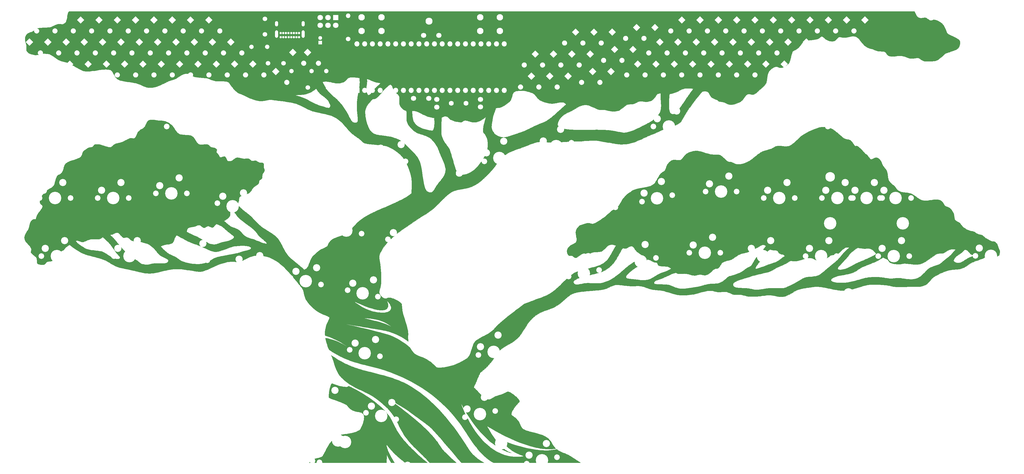
<source format=gbo>
G04 #@! TF.GenerationSoftware,KiCad,Pcbnew,(5.1.6)-1*
G04 #@! TF.CreationDate,2020-07-28T10:39:00-05:00*
G04 #@! TF.ProjectId,Bonsai,426f6e73-6169-42e6-9b69-6361645f7063,rev?*
G04 #@! TF.SameCoordinates,Original*
G04 #@! TF.FileFunction,Legend,Bot*
G04 #@! TF.FilePolarity,Positive*
%FSLAX46Y46*%
G04 Gerber Fmt 4.6, Leading zero omitted, Abs format (unit mm)*
G04 Created by KiCad (PCBNEW (5.1.6)-1) date 2020-07-28 10:39:00*
%MOMM*%
%LPD*%
G01*
G04 APERTURE LIST*
%ADD10C,0.010000*%
%ADD11C,1.700000*%
%ADD12C,0.750000*%
%ADD13O,1.000000X2.500000*%
%ADD14O,1.000000X1.800000*%
%ADD15C,2.300000*%
%ADD16R,1.700000X1.700000*%
%ADD17O,1.700000X1.700000*%
%ADD18C,2.350000*%
%ADD19C,4.087800*%
%ADD20C,1.850000*%
%ADD21C,1.500000*%
%ADD22C,3.148000*%
%ADD23C,0.100000*%
%ADD24C,1.600000*%
%ADD25C,2.100000*%
%ADD26O,1.500000X1.500000*%
%ADD27R,1.800000X1.800000*%
%ADD28C,1.800000*%
%ADD29R,1.300000X1.300000*%
%ADD30C,1.300000*%
G04 APERTURE END LIST*
D10*
G04 #@! TO.C,G\u002A\u002A\u002A*
G36*
X202370430Y-218228724D02*
G01*
X202375794Y-218251955D01*
X202396481Y-218254775D01*
X202428646Y-218240478D01*
X202422532Y-218228724D01*
X202376157Y-218224047D01*
X202370430Y-218228724D01*
G37*
X202370430Y-218228724D02*
X202375794Y-218251955D01*
X202396481Y-218254775D01*
X202428646Y-218240478D01*
X202422532Y-218228724D01*
X202376157Y-218224047D01*
X202370430Y-218228724D01*
G36*
X143640647Y-195489900D02*
G01*
X143572227Y-195540114D01*
X143490211Y-195652055D01*
X143402077Y-195812191D01*
X143315302Y-196006987D01*
X143239780Y-196215391D01*
X143135354Y-196572882D01*
X143034072Y-196983219D01*
X142938770Y-197429409D01*
X142852286Y-197894458D01*
X142777456Y-198361374D01*
X142717117Y-198813163D01*
X142674104Y-199232832D01*
X142651256Y-199603388D01*
X142648284Y-199758776D01*
X142649845Y-199905680D01*
X142660923Y-199998690D01*
X142690297Y-200062067D01*
X142746744Y-200120069D01*
X142793091Y-200158947D01*
X142849644Y-200202365D01*
X142916058Y-200245887D01*
X142997971Y-200291715D01*
X143101021Y-200342052D01*
X143230848Y-200399102D01*
X143393087Y-200465067D01*
X143593380Y-200542150D01*
X143837362Y-200632554D01*
X144130673Y-200738481D01*
X144478951Y-200862136D01*
X144887834Y-201005720D01*
X145362960Y-201171436D01*
X145559096Y-201239643D01*
X146195259Y-201467326D01*
X146757319Y-201682688D01*
X147248116Y-201887108D01*
X147670491Y-202081963D01*
X148027285Y-202268630D01*
X148321339Y-202448488D01*
X148555493Y-202622913D01*
X148708435Y-202766738D01*
X148805428Y-202877058D01*
X148922244Y-203019052D01*
X149028381Y-203155176D01*
X149267505Y-203434680D01*
X149555318Y-203711207D01*
X149865181Y-203960969D01*
X150123341Y-204132877D01*
X150370502Y-204265409D01*
X150646115Y-204384247D01*
X150960478Y-204492634D01*
X151323888Y-204593815D01*
X151746642Y-204691034D01*
X152147030Y-204770490D01*
X152468115Y-204831685D01*
X152723818Y-204883262D01*
X152925876Y-204928280D01*
X153086028Y-204969795D01*
X153216011Y-205010868D01*
X153327561Y-205054555D01*
X153432418Y-205103915D01*
X153438423Y-205106956D01*
X153701264Y-205283382D01*
X153916813Y-205518580D01*
X154079753Y-205805396D01*
X154176678Y-206100261D01*
X154210334Y-206322541D01*
X154223985Y-206597503D01*
X154218247Y-206902445D01*
X154193736Y-207214664D01*
X154151068Y-207511459D01*
X154136354Y-207586775D01*
X154041167Y-207981450D01*
X153916930Y-208400824D01*
X153770083Y-208828550D01*
X153607066Y-209248281D01*
X153434319Y-209643669D01*
X153258284Y-209998368D01*
X153085400Y-210296030D01*
X153044620Y-210357861D01*
X152826434Y-210616636D01*
X152535531Y-210857140D01*
X152171487Y-211079519D01*
X151733877Y-211283921D01*
X151222276Y-211470496D01*
X150636260Y-211639390D01*
X149975404Y-211790752D01*
X149239283Y-211924730D01*
X148427472Y-212041471D01*
X148099096Y-212081338D01*
X147541169Y-212157104D01*
X147020927Y-212252922D01*
X146534498Y-212372255D01*
X146078012Y-212518568D01*
X145647597Y-212695324D01*
X145239384Y-212905986D01*
X144849500Y-213154018D01*
X144474076Y-213442884D01*
X144109239Y-213776048D01*
X143751120Y-214156973D01*
X143395847Y-214589122D01*
X143039550Y-215075959D01*
X142678357Y-215620949D01*
X142308397Y-216227554D01*
X141925800Y-216899238D01*
X141526695Y-217639465D01*
X141214099Y-218241905D01*
X141045269Y-218569467D01*
X140904501Y-218834852D01*
X140785676Y-219046169D01*
X140682681Y-219211528D01*
X140589400Y-219339037D01*
X140499716Y-219436805D01*
X140407515Y-219512941D01*
X140306681Y-219575554D01*
X140191098Y-219632753D01*
X140151829Y-219650427D01*
X140050293Y-219688348D01*
X139887004Y-219740840D01*
X139676084Y-219803750D01*
X139431656Y-219872926D01*
X139167845Y-219944216D01*
X139033250Y-219979313D01*
X138373218Y-220157542D01*
X137783301Y-220334705D01*
X137255550Y-220513424D01*
X136782013Y-220696322D01*
X136529760Y-220805039D01*
X136356063Y-220885819D01*
X136162458Y-220980422D01*
X135961169Y-221082330D01*
X135764417Y-221185028D01*
X135584423Y-221281998D01*
X135433408Y-221366726D01*
X135323595Y-221432693D01*
X135267206Y-221473384D01*
X135262327Y-221480821D01*
X135300928Y-221482153D01*
X135414829Y-221483457D01*
X135601174Y-221484732D01*
X135857109Y-221485972D01*
X136179780Y-221487173D01*
X136566332Y-221488334D01*
X137013910Y-221489448D01*
X137519660Y-221490513D01*
X138080727Y-221491525D01*
X138694257Y-221492481D01*
X139357396Y-221493375D01*
X140067287Y-221494205D01*
X140821078Y-221494967D01*
X141615913Y-221495657D01*
X142448938Y-221496271D01*
X143317299Y-221496806D01*
X144218140Y-221497258D01*
X145148607Y-221497622D01*
X146105846Y-221497896D01*
X147087002Y-221498075D01*
X148089220Y-221498155D01*
X148387855Y-221498160D01*
X161513383Y-221498160D01*
X161538775Y-221019468D01*
X161556234Y-220701233D01*
X161575392Y-220370850D01*
X161595291Y-220043347D01*
X161614977Y-219733754D01*
X161633494Y-219457099D01*
X161649885Y-219228412D01*
X161663196Y-219062721D01*
X161663215Y-219062516D01*
X161686883Y-218795642D01*
X161812581Y-219101593D01*
X161917095Y-219339880D01*
X162053649Y-219626943D01*
X162213133Y-219945117D01*
X162386439Y-220276733D01*
X162564459Y-220604124D01*
X162738084Y-220909622D01*
X162791262Y-220999929D01*
X163087569Y-221498160D01*
X164137727Y-221498160D01*
X163801959Y-220941314D01*
X163389215Y-220237040D01*
X163007768Y-219546141D01*
X162661275Y-218876188D01*
X162353393Y-218234755D01*
X162087776Y-217629414D01*
X161868082Y-217067739D01*
X161719486Y-216628063D01*
X161673457Y-216466383D01*
X161626321Y-216278824D01*
X161580871Y-216079592D01*
X161539900Y-215882891D01*
X161506198Y-215702926D01*
X161482558Y-215553901D01*
X161471771Y-215450020D01*
X161476630Y-215405489D01*
X161479059Y-215404822D01*
X161510082Y-215434945D01*
X161579817Y-215516094D01*
X161679266Y-215637395D01*
X161799428Y-215787977D01*
X161859097Y-215863976D01*
X162555758Y-216715105D01*
X163313719Y-217566172D01*
X164119585Y-218404171D01*
X164959965Y-219216095D01*
X165821465Y-219988937D01*
X166690693Y-220709690D01*
X167432026Y-221276367D01*
X167734495Y-221498160D01*
X171320180Y-221496755D01*
X174905865Y-221495349D01*
X174803192Y-221408831D01*
X174745032Y-221358312D01*
X174638466Y-221264281D01*
X174493263Y-221135415D01*
X174319190Y-220980393D01*
X174126016Y-220807892D01*
X174021654Y-220714518D01*
X173812440Y-220528175D01*
X173607659Y-220347542D01*
X173419483Y-220183223D01*
X173260082Y-220045821D01*
X173141625Y-219945940D01*
X173108327Y-219918783D01*
X172935283Y-219774718D01*
X172714021Y-219581972D01*
X172451540Y-219347178D01*
X172154834Y-219076967D01*
X171830902Y-218777971D01*
X171486740Y-218456822D01*
X171129344Y-218120151D01*
X170765711Y-217774592D01*
X170402838Y-217426775D01*
X170047722Y-217083332D01*
X169707360Y-216750896D01*
X169388748Y-216436098D01*
X169098882Y-216145571D01*
X168844761Y-215885945D01*
X168754059Y-215791574D01*
X168159253Y-215159519D01*
X167620944Y-214567333D01*
X167133306Y-214007729D01*
X166690512Y-213473421D01*
X166286734Y-212957124D01*
X165916144Y-212451550D01*
X165572916Y-211949413D01*
X165251223Y-211443427D01*
X165171039Y-211311419D01*
X165076113Y-211147253D01*
X164952356Y-210923194D01*
X164805200Y-210649594D01*
X164640073Y-210336804D01*
X164462408Y-209995174D01*
X164277634Y-209635058D01*
X164091181Y-209266805D01*
X163944811Y-208974006D01*
X163672114Y-208428464D01*
X163427011Y-207946371D01*
X163204714Y-207520045D01*
X163000435Y-207141805D01*
X162809389Y-206803967D01*
X162626788Y-206498852D01*
X162447845Y-206218776D01*
X162267772Y-205956058D01*
X162081784Y-205703016D01*
X161885094Y-205451969D01*
X161672913Y-205195234D01*
X161440455Y-204925130D01*
X161375775Y-204851391D01*
X160786334Y-204215481D01*
X160126622Y-203565864D01*
X159402457Y-202906680D01*
X158619654Y-202242073D01*
X157784032Y-201576184D01*
X156901406Y-200913156D01*
X155977595Y-200257130D01*
X155018415Y-199612249D01*
X154029683Y-198982654D01*
X153017216Y-198372489D01*
X151986831Y-197785895D01*
X150944346Y-197227014D01*
X149999106Y-196750423D01*
X149124654Y-196322943D01*
X149030173Y-196443668D01*
X148944249Y-196527988D01*
X148831488Y-196586591D01*
X148678446Y-196623048D01*
X148471679Y-196640930D01*
X148274942Y-196644303D01*
X147923166Y-196627746D01*
X147514657Y-196581199D01*
X147063347Y-196508061D01*
X146583165Y-196411734D01*
X146088041Y-196295619D01*
X145591904Y-196163118D01*
X145108684Y-196017630D01*
X144652311Y-195862557D01*
X144236714Y-195701300D01*
X144015820Y-195604423D01*
X143854346Y-195537196D01*
X143723850Y-195497025D01*
X143642535Y-195489466D01*
X143640647Y-195489900D01*
G37*
X143640647Y-195489900D02*
X143572227Y-195540114D01*
X143490211Y-195652055D01*
X143402077Y-195812191D01*
X143315302Y-196006987D01*
X143239780Y-196215391D01*
X143135354Y-196572882D01*
X143034072Y-196983219D01*
X142938770Y-197429409D01*
X142852286Y-197894458D01*
X142777456Y-198361374D01*
X142717117Y-198813163D01*
X142674104Y-199232832D01*
X142651256Y-199603388D01*
X142648284Y-199758776D01*
X142649845Y-199905680D01*
X142660923Y-199998690D01*
X142690297Y-200062067D01*
X142746744Y-200120069D01*
X142793091Y-200158947D01*
X142849644Y-200202365D01*
X142916058Y-200245887D01*
X142997971Y-200291715D01*
X143101021Y-200342052D01*
X143230848Y-200399102D01*
X143393087Y-200465067D01*
X143593380Y-200542150D01*
X143837362Y-200632554D01*
X144130673Y-200738481D01*
X144478951Y-200862136D01*
X144887834Y-201005720D01*
X145362960Y-201171436D01*
X145559096Y-201239643D01*
X146195259Y-201467326D01*
X146757319Y-201682688D01*
X147248116Y-201887108D01*
X147670491Y-202081963D01*
X148027285Y-202268630D01*
X148321339Y-202448488D01*
X148555493Y-202622913D01*
X148708435Y-202766738D01*
X148805428Y-202877058D01*
X148922244Y-203019052D01*
X149028381Y-203155176D01*
X149267505Y-203434680D01*
X149555318Y-203711207D01*
X149865181Y-203960969D01*
X150123341Y-204132877D01*
X150370502Y-204265409D01*
X150646115Y-204384247D01*
X150960478Y-204492634D01*
X151323888Y-204593815D01*
X151746642Y-204691034D01*
X152147030Y-204770490D01*
X152468115Y-204831685D01*
X152723818Y-204883262D01*
X152925876Y-204928280D01*
X153086028Y-204969795D01*
X153216011Y-205010868D01*
X153327561Y-205054555D01*
X153432418Y-205103915D01*
X153438423Y-205106956D01*
X153701264Y-205283382D01*
X153916813Y-205518580D01*
X154079753Y-205805396D01*
X154176678Y-206100261D01*
X154210334Y-206322541D01*
X154223985Y-206597503D01*
X154218247Y-206902445D01*
X154193736Y-207214664D01*
X154151068Y-207511459D01*
X154136354Y-207586775D01*
X154041167Y-207981450D01*
X153916930Y-208400824D01*
X153770083Y-208828550D01*
X153607066Y-209248281D01*
X153434319Y-209643669D01*
X153258284Y-209998368D01*
X153085400Y-210296030D01*
X153044620Y-210357861D01*
X152826434Y-210616636D01*
X152535531Y-210857140D01*
X152171487Y-211079519D01*
X151733877Y-211283921D01*
X151222276Y-211470496D01*
X150636260Y-211639390D01*
X149975404Y-211790752D01*
X149239283Y-211924730D01*
X148427472Y-212041471D01*
X148099096Y-212081338D01*
X147541169Y-212157104D01*
X147020927Y-212252922D01*
X146534498Y-212372255D01*
X146078012Y-212518568D01*
X145647597Y-212695324D01*
X145239384Y-212905986D01*
X144849500Y-213154018D01*
X144474076Y-213442884D01*
X144109239Y-213776048D01*
X143751120Y-214156973D01*
X143395847Y-214589122D01*
X143039550Y-215075959D01*
X142678357Y-215620949D01*
X142308397Y-216227554D01*
X141925800Y-216899238D01*
X141526695Y-217639465D01*
X141214099Y-218241905D01*
X141045269Y-218569467D01*
X140904501Y-218834852D01*
X140785676Y-219046169D01*
X140682681Y-219211528D01*
X140589400Y-219339037D01*
X140499716Y-219436805D01*
X140407515Y-219512941D01*
X140306681Y-219575554D01*
X140191098Y-219632753D01*
X140151829Y-219650427D01*
X140050293Y-219688348D01*
X139887004Y-219740840D01*
X139676084Y-219803750D01*
X139431656Y-219872926D01*
X139167845Y-219944216D01*
X139033250Y-219979313D01*
X138373218Y-220157542D01*
X137783301Y-220334705D01*
X137255550Y-220513424D01*
X136782013Y-220696322D01*
X136529760Y-220805039D01*
X136356063Y-220885819D01*
X136162458Y-220980422D01*
X135961169Y-221082330D01*
X135764417Y-221185028D01*
X135584423Y-221281998D01*
X135433408Y-221366726D01*
X135323595Y-221432693D01*
X135267206Y-221473384D01*
X135262327Y-221480821D01*
X135300928Y-221482153D01*
X135414829Y-221483457D01*
X135601174Y-221484732D01*
X135857109Y-221485972D01*
X136179780Y-221487173D01*
X136566332Y-221488334D01*
X137013910Y-221489448D01*
X137519660Y-221490513D01*
X138080727Y-221491525D01*
X138694257Y-221492481D01*
X139357396Y-221493375D01*
X140067287Y-221494205D01*
X140821078Y-221494967D01*
X141615913Y-221495657D01*
X142448938Y-221496271D01*
X143317299Y-221496806D01*
X144218140Y-221497258D01*
X145148607Y-221497622D01*
X146105846Y-221497896D01*
X147087002Y-221498075D01*
X148089220Y-221498155D01*
X148387855Y-221498160D01*
X161513383Y-221498160D01*
X161538775Y-221019468D01*
X161556234Y-220701233D01*
X161575392Y-220370850D01*
X161595291Y-220043347D01*
X161614977Y-219733754D01*
X161633494Y-219457099D01*
X161649885Y-219228412D01*
X161663196Y-219062721D01*
X161663215Y-219062516D01*
X161686883Y-218795642D01*
X161812581Y-219101593D01*
X161917095Y-219339880D01*
X162053649Y-219626943D01*
X162213133Y-219945117D01*
X162386439Y-220276733D01*
X162564459Y-220604124D01*
X162738084Y-220909622D01*
X162791262Y-220999929D01*
X163087569Y-221498160D01*
X164137727Y-221498160D01*
X163801959Y-220941314D01*
X163389215Y-220237040D01*
X163007768Y-219546141D01*
X162661275Y-218876188D01*
X162353393Y-218234755D01*
X162087776Y-217629414D01*
X161868082Y-217067739D01*
X161719486Y-216628063D01*
X161673457Y-216466383D01*
X161626321Y-216278824D01*
X161580871Y-216079592D01*
X161539900Y-215882891D01*
X161506198Y-215702926D01*
X161482558Y-215553901D01*
X161471771Y-215450020D01*
X161476630Y-215405489D01*
X161479059Y-215404822D01*
X161510082Y-215434945D01*
X161579817Y-215516094D01*
X161679266Y-215637395D01*
X161799428Y-215787977D01*
X161859097Y-215863976D01*
X162555758Y-216715105D01*
X163313719Y-217566172D01*
X164119585Y-218404171D01*
X164959965Y-219216095D01*
X165821465Y-219988937D01*
X166690693Y-220709690D01*
X167432026Y-221276367D01*
X167734495Y-221498160D01*
X171320180Y-221496755D01*
X174905865Y-221495349D01*
X174803192Y-221408831D01*
X174745032Y-221358312D01*
X174638466Y-221264281D01*
X174493263Y-221135415D01*
X174319190Y-220980393D01*
X174126016Y-220807892D01*
X174021654Y-220714518D01*
X173812440Y-220528175D01*
X173607659Y-220347542D01*
X173419483Y-220183223D01*
X173260082Y-220045821D01*
X173141625Y-219945940D01*
X173108327Y-219918783D01*
X172935283Y-219774718D01*
X172714021Y-219581972D01*
X172451540Y-219347178D01*
X172154834Y-219076967D01*
X171830902Y-218777971D01*
X171486740Y-218456822D01*
X171129344Y-218120151D01*
X170765711Y-217774592D01*
X170402838Y-217426775D01*
X170047722Y-217083332D01*
X169707360Y-216750896D01*
X169388748Y-216436098D01*
X169098882Y-216145571D01*
X168844761Y-215885945D01*
X168754059Y-215791574D01*
X168159253Y-215159519D01*
X167620944Y-214567333D01*
X167133306Y-214007729D01*
X166690512Y-213473421D01*
X166286734Y-212957124D01*
X165916144Y-212451550D01*
X165572916Y-211949413D01*
X165251223Y-211443427D01*
X165171039Y-211311419D01*
X165076113Y-211147253D01*
X164952356Y-210923194D01*
X164805200Y-210649594D01*
X164640073Y-210336804D01*
X164462408Y-209995174D01*
X164277634Y-209635058D01*
X164091181Y-209266805D01*
X163944811Y-208974006D01*
X163672114Y-208428464D01*
X163427011Y-207946371D01*
X163204714Y-207520045D01*
X163000435Y-207141805D01*
X162809389Y-206803967D01*
X162626788Y-206498852D01*
X162447845Y-206218776D01*
X162267772Y-205956058D01*
X162081784Y-205703016D01*
X161885094Y-205451969D01*
X161672913Y-205195234D01*
X161440455Y-204925130D01*
X161375775Y-204851391D01*
X160786334Y-204215481D01*
X160126622Y-203565864D01*
X159402457Y-202906680D01*
X158619654Y-202242073D01*
X157784032Y-201576184D01*
X156901406Y-200913156D01*
X155977595Y-200257130D01*
X155018415Y-199612249D01*
X154029683Y-198982654D01*
X153017216Y-198372489D01*
X151986831Y-197785895D01*
X150944346Y-197227014D01*
X149999106Y-196750423D01*
X149124654Y-196322943D01*
X149030173Y-196443668D01*
X148944249Y-196527988D01*
X148831488Y-196586591D01*
X148678446Y-196623048D01*
X148471679Y-196640930D01*
X148274942Y-196644303D01*
X147923166Y-196627746D01*
X147514657Y-196581199D01*
X147063347Y-196508061D01*
X146583165Y-196411734D01*
X146088041Y-196295619D01*
X145591904Y-196163118D01*
X145108684Y-196017630D01*
X144652311Y-195862557D01*
X144236714Y-195701300D01*
X144015820Y-195604423D01*
X143854346Y-195537196D01*
X143723850Y-195497025D01*
X143642535Y-195489466D01*
X143640647Y-195489900D01*
G36*
X143485126Y-186314246D02*
G01*
X143529551Y-186409131D01*
X143593491Y-186538538D01*
X143622090Y-186594912D01*
X143682351Y-186730174D01*
X143760704Y-186934024D01*
X143854778Y-187199626D01*
X143962201Y-187520140D01*
X144080600Y-187888729D01*
X144166980Y-188165962D01*
X144364935Y-188799326D01*
X144548326Y-189364676D01*
X144720555Y-189870059D01*
X144885027Y-190323522D01*
X145045146Y-190733111D01*
X145204315Y-191106873D01*
X145365939Y-191452854D01*
X145533420Y-191779102D01*
X145710164Y-192093663D01*
X145899574Y-192404582D01*
X146073221Y-192672233D01*
X146252186Y-192930346D01*
X146424811Y-193152369D01*
X146613502Y-193365114D01*
X146840666Y-193595395D01*
X146862085Y-193616266D01*
X147482170Y-194193374D01*
X148119714Y-194734427D01*
X148782836Y-195244669D01*
X149479656Y-195729342D01*
X150218294Y-196193690D01*
X151006869Y-196642954D01*
X151853501Y-197082379D01*
X152766308Y-197517206D01*
X153218173Y-197720450D01*
X154522147Y-198330702D01*
X155760791Y-198980086D01*
X156937779Y-199671046D01*
X158056788Y-200406024D01*
X159121494Y-201187461D01*
X160135571Y-202017801D01*
X161102696Y-202899486D01*
X161298628Y-203089877D01*
X161853506Y-203649348D01*
X162353203Y-204185154D01*
X162810389Y-204712414D01*
X163237731Y-205246251D01*
X163647898Y-205801786D01*
X164002138Y-206316775D01*
X164361866Y-206873688D01*
X164679603Y-207406493D01*
X164971303Y-207943524D01*
X165252921Y-208513114D01*
X165322446Y-208661391D01*
X165735405Y-209529134D01*
X166137990Y-210329476D01*
X166535911Y-211071496D01*
X166934877Y-211764273D01*
X167340599Y-212416887D01*
X167758784Y-213038418D01*
X168195144Y-213637945D01*
X168655387Y-214224547D01*
X169145222Y-214807304D01*
X169294412Y-214977771D01*
X169424175Y-215121600D01*
X169581925Y-215290527D01*
X169770494Y-215487379D01*
X169992712Y-215714980D01*
X170251409Y-215976153D01*
X170549417Y-216273725D01*
X170889566Y-216610518D01*
X171274686Y-216989358D01*
X171707608Y-217413068D01*
X172191164Y-217884474D01*
X172728182Y-218406400D01*
X172813538Y-218489237D01*
X173095230Y-218764428D01*
X173382962Y-219048916D01*
X173666514Y-219332362D01*
X173935667Y-219604429D01*
X174180201Y-219854781D01*
X174389897Y-220073079D01*
X174554536Y-220248986D01*
X174570945Y-220266936D01*
X174761684Y-220475401D01*
X174956052Y-220686273D01*
X175140364Y-220884816D01*
X175300932Y-221056289D01*
X175424068Y-221185956D01*
X175433404Y-221195649D01*
X175726481Y-221499431D01*
X184391203Y-221478621D01*
X183497611Y-220672022D01*
X183265433Y-220459608D01*
X182990582Y-220203426D01*
X182685376Y-219915238D01*
X182362136Y-219606807D01*
X182033180Y-219289895D01*
X181710829Y-218976267D01*
X181407403Y-218677683D01*
X181369421Y-218640022D01*
X181021554Y-218293315D01*
X180722427Y-217991080D01*
X180464156Y-217723921D01*
X180238857Y-217482443D01*
X180038643Y-217257251D01*
X179855630Y-217038951D01*
X179681934Y-216818147D01*
X179509668Y-216585446D01*
X179330949Y-216331451D01*
X179137891Y-216046768D01*
X178930716Y-215734314D01*
X178553414Y-215173017D01*
X178192799Y-214661977D01*
X177833515Y-214180163D01*
X177460208Y-213706547D01*
X177361354Y-213585083D01*
X176890640Y-213028751D01*
X176360271Y-212435824D01*
X175776163Y-211812225D01*
X175144234Y-211163882D01*
X174470402Y-210496721D01*
X173760583Y-209816668D01*
X173020696Y-209129648D01*
X172256658Y-208441588D01*
X171993222Y-208209155D01*
X171157439Y-207486745D01*
X170268926Y-206739620D01*
X169339154Y-205976671D01*
X168379596Y-205206791D01*
X167401722Y-204438872D01*
X166417004Y-203681805D01*
X165436913Y-202944485D01*
X164472920Y-202235801D01*
X163536498Y-201564647D01*
X162639117Y-200939915D01*
X162442186Y-200805588D01*
X162233306Y-200663009D01*
X162047995Y-200535217D01*
X161895423Y-200428644D01*
X161784760Y-200349721D01*
X161725176Y-200304880D01*
X161717404Y-200297271D01*
X161739658Y-200293559D01*
X161809955Y-200317870D01*
X161933595Y-200372534D01*
X162115878Y-200459882D01*
X162337217Y-200569750D01*
X162677516Y-200746991D01*
X163073375Y-200964535D01*
X163516742Y-201217279D01*
X163999567Y-201500123D01*
X164513798Y-201807962D01*
X165051384Y-202135696D01*
X165604274Y-202478222D01*
X166164416Y-202830437D01*
X166723759Y-203187240D01*
X167274252Y-203543528D01*
X167807844Y-203894199D01*
X168316483Y-204234151D01*
X168792118Y-204558281D01*
X169226699Y-204861488D01*
X169612173Y-205138668D01*
X169940490Y-205384720D01*
X169964953Y-205403610D01*
X170116167Y-205520349D01*
X170266120Y-205635328D01*
X170419876Y-205752279D01*
X170582500Y-205874934D01*
X170759056Y-206007026D01*
X170954608Y-206152286D01*
X171174220Y-206314448D01*
X171422956Y-206497243D01*
X171705881Y-206704403D01*
X172028059Y-206939661D01*
X172394554Y-207206749D01*
X172810430Y-207509399D01*
X173280751Y-207851344D01*
X173672342Y-208135888D01*
X173964252Y-208348939D01*
X174256174Y-208563795D01*
X174537180Y-208772287D01*
X174796342Y-208966244D01*
X175022736Y-209137496D01*
X175205433Y-209277872D01*
X175313572Y-209363084D01*
X175482560Y-209503592D01*
X175667369Y-209666593D01*
X175869669Y-209853957D01*
X176091133Y-210067553D01*
X176333430Y-210309250D01*
X176598232Y-210580918D01*
X176887210Y-210884426D01*
X177202034Y-211221643D01*
X177544376Y-211594438D01*
X177915907Y-212004681D01*
X178318297Y-212454242D01*
X178753217Y-212944989D01*
X179222339Y-213478792D01*
X179727333Y-214057520D01*
X180269870Y-214683043D01*
X180851622Y-215357229D01*
X181474259Y-216081948D01*
X182139451Y-216859070D01*
X182848871Y-217690464D01*
X183604189Y-218577999D01*
X184407076Y-219523544D01*
X184616245Y-219770179D01*
X186081394Y-221498160D01*
X189793938Y-221497951D01*
X193506481Y-221497742D01*
X193059505Y-221242402D01*
X192163762Y-220690271D01*
X191329611Y-220091851D01*
X190553662Y-219444277D01*
X189832528Y-218744684D01*
X189162821Y-217990209D01*
X189053098Y-217855360D01*
X188912598Y-217673330D01*
X188749243Y-217448094D01*
X188560260Y-217175526D01*
X188342875Y-216851496D01*
X188094318Y-216471880D01*
X187811814Y-216032548D01*
X187523443Y-215578244D01*
X186495282Y-213991130D01*
X185411759Y-212396573D01*
X184289196Y-210818272D01*
X183620830Y-209911852D01*
X182406388Y-208330196D01*
X181183144Y-206823137D01*
X179951415Y-205390958D01*
X178711518Y-204033945D01*
X177463769Y-202752381D01*
X176208486Y-201546549D01*
X174945985Y-200416734D01*
X173676583Y-199363220D01*
X172400597Y-198386291D01*
X171118343Y-197486230D01*
X169830140Y-196663322D01*
X168536302Y-195917850D01*
X167290140Y-195275764D01*
X166844842Y-195063440D01*
X166401141Y-194860220D01*
X165954219Y-194664562D01*
X165499256Y-194474920D01*
X165031434Y-194289751D01*
X164545934Y-194107511D01*
X164037937Y-193926655D01*
X163502624Y-193745640D01*
X162935176Y-193562921D01*
X162330774Y-193376956D01*
X161684599Y-193186198D01*
X160991833Y-192989105D01*
X160247656Y-192784132D01*
X159447250Y-192569736D01*
X158585795Y-192344372D01*
X157658473Y-192106496D01*
X156660464Y-191854564D01*
X156442019Y-191799870D01*
X155520652Y-191566193D01*
X154669105Y-191343016D01*
X153880118Y-191127947D01*
X153146427Y-190918592D01*
X152460772Y-190712560D01*
X151815890Y-190507458D01*
X151204520Y-190300892D01*
X150619398Y-190090469D01*
X150053265Y-189873797D01*
X149498856Y-189648482D01*
X148948912Y-189412133D01*
X148396168Y-189162356D01*
X148294656Y-189115244D01*
X147680322Y-188817026D01*
X147037209Y-188482672D01*
X146381082Y-188121448D01*
X145727708Y-187742619D01*
X145092854Y-187355451D01*
X144492288Y-186969210D01*
X143941776Y-186593162D01*
X143673635Y-186399641D01*
X143569854Y-186326267D01*
X143496075Y-186280172D01*
X143468481Y-186271295D01*
X143485126Y-186314246D01*
G37*
X143485126Y-186314246D02*
X143529551Y-186409131D01*
X143593491Y-186538538D01*
X143622090Y-186594912D01*
X143682351Y-186730174D01*
X143760704Y-186934024D01*
X143854778Y-187199626D01*
X143962201Y-187520140D01*
X144080600Y-187888729D01*
X144166980Y-188165962D01*
X144364935Y-188799326D01*
X144548326Y-189364676D01*
X144720555Y-189870059D01*
X144885027Y-190323522D01*
X145045146Y-190733111D01*
X145204315Y-191106873D01*
X145365939Y-191452854D01*
X145533420Y-191779102D01*
X145710164Y-192093663D01*
X145899574Y-192404582D01*
X146073221Y-192672233D01*
X146252186Y-192930346D01*
X146424811Y-193152369D01*
X146613502Y-193365114D01*
X146840666Y-193595395D01*
X146862085Y-193616266D01*
X147482170Y-194193374D01*
X148119714Y-194734427D01*
X148782836Y-195244669D01*
X149479656Y-195729342D01*
X150218294Y-196193690D01*
X151006869Y-196642954D01*
X151853501Y-197082379D01*
X152766308Y-197517206D01*
X153218173Y-197720450D01*
X154522147Y-198330702D01*
X155760791Y-198980086D01*
X156937779Y-199671046D01*
X158056788Y-200406024D01*
X159121494Y-201187461D01*
X160135571Y-202017801D01*
X161102696Y-202899486D01*
X161298628Y-203089877D01*
X161853506Y-203649348D01*
X162353203Y-204185154D01*
X162810389Y-204712414D01*
X163237731Y-205246251D01*
X163647898Y-205801786D01*
X164002138Y-206316775D01*
X164361866Y-206873688D01*
X164679603Y-207406493D01*
X164971303Y-207943524D01*
X165252921Y-208513114D01*
X165322446Y-208661391D01*
X165735405Y-209529134D01*
X166137990Y-210329476D01*
X166535911Y-211071496D01*
X166934877Y-211764273D01*
X167340599Y-212416887D01*
X167758784Y-213038418D01*
X168195144Y-213637945D01*
X168655387Y-214224547D01*
X169145222Y-214807304D01*
X169294412Y-214977771D01*
X169424175Y-215121600D01*
X169581925Y-215290527D01*
X169770494Y-215487379D01*
X169992712Y-215714980D01*
X170251409Y-215976153D01*
X170549417Y-216273725D01*
X170889566Y-216610518D01*
X171274686Y-216989358D01*
X171707608Y-217413068D01*
X172191164Y-217884474D01*
X172728182Y-218406400D01*
X172813538Y-218489237D01*
X173095230Y-218764428D01*
X173382962Y-219048916D01*
X173666514Y-219332362D01*
X173935667Y-219604429D01*
X174180201Y-219854781D01*
X174389897Y-220073079D01*
X174554536Y-220248986D01*
X174570945Y-220266936D01*
X174761684Y-220475401D01*
X174956052Y-220686273D01*
X175140364Y-220884816D01*
X175300932Y-221056289D01*
X175424068Y-221185956D01*
X175433404Y-221195649D01*
X175726481Y-221499431D01*
X184391203Y-221478621D01*
X183497611Y-220672022D01*
X183265433Y-220459608D01*
X182990582Y-220203426D01*
X182685376Y-219915238D01*
X182362136Y-219606807D01*
X182033180Y-219289895D01*
X181710829Y-218976267D01*
X181407403Y-218677683D01*
X181369421Y-218640022D01*
X181021554Y-218293315D01*
X180722427Y-217991080D01*
X180464156Y-217723921D01*
X180238857Y-217482443D01*
X180038643Y-217257251D01*
X179855630Y-217038951D01*
X179681934Y-216818147D01*
X179509668Y-216585446D01*
X179330949Y-216331451D01*
X179137891Y-216046768D01*
X178930716Y-215734314D01*
X178553414Y-215173017D01*
X178192799Y-214661977D01*
X177833515Y-214180163D01*
X177460208Y-213706547D01*
X177361354Y-213585083D01*
X176890640Y-213028751D01*
X176360271Y-212435824D01*
X175776163Y-211812225D01*
X175144234Y-211163882D01*
X174470402Y-210496721D01*
X173760583Y-209816668D01*
X173020696Y-209129648D01*
X172256658Y-208441588D01*
X171993222Y-208209155D01*
X171157439Y-207486745D01*
X170268926Y-206739620D01*
X169339154Y-205976671D01*
X168379596Y-205206791D01*
X167401722Y-204438872D01*
X166417004Y-203681805D01*
X165436913Y-202944485D01*
X164472920Y-202235801D01*
X163536498Y-201564647D01*
X162639117Y-200939915D01*
X162442186Y-200805588D01*
X162233306Y-200663009D01*
X162047995Y-200535217D01*
X161895423Y-200428644D01*
X161784760Y-200349721D01*
X161725176Y-200304880D01*
X161717404Y-200297271D01*
X161739658Y-200293559D01*
X161809955Y-200317870D01*
X161933595Y-200372534D01*
X162115878Y-200459882D01*
X162337217Y-200569750D01*
X162677516Y-200746991D01*
X163073375Y-200964535D01*
X163516742Y-201217279D01*
X163999567Y-201500123D01*
X164513798Y-201807962D01*
X165051384Y-202135696D01*
X165604274Y-202478222D01*
X166164416Y-202830437D01*
X166723759Y-203187240D01*
X167274252Y-203543528D01*
X167807844Y-203894199D01*
X168316483Y-204234151D01*
X168792118Y-204558281D01*
X169226699Y-204861488D01*
X169612173Y-205138668D01*
X169940490Y-205384720D01*
X169964953Y-205403610D01*
X170116167Y-205520349D01*
X170266120Y-205635328D01*
X170419876Y-205752279D01*
X170582500Y-205874934D01*
X170759056Y-206007026D01*
X170954608Y-206152286D01*
X171174220Y-206314448D01*
X171422956Y-206497243D01*
X171705881Y-206704403D01*
X172028059Y-206939661D01*
X172394554Y-207206749D01*
X172810430Y-207509399D01*
X173280751Y-207851344D01*
X173672342Y-208135888D01*
X173964252Y-208348939D01*
X174256174Y-208563795D01*
X174537180Y-208772287D01*
X174796342Y-208966244D01*
X175022736Y-209137496D01*
X175205433Y-209277872D01*
X175313572Y-209363084D01*
X175482560Y-209503592D01*
X175667369Y-209666593D01*
X175869669Y-209853957D01*
X176091133Y-210067553D01*
X176333430Y-210309250D01*
X176598232Y-210580918D01*
X176887210Y-210884426D01*
X177202034Y-211221643D01*
X177544376Y-211594438D01*
X177915907Y-212004681D01*
X178318297Y-212454242D01*
X178753217Y-212944989D01*
X179222339Y-213478792D01*
X179727333Y-214057520D01*
X180269870Y-214683043D01*
X180851622Y-215357229D01*
X181474259Y-216081948D01*
X182139451Y-216859070D01*
X182848871Y-217690464D01*
X183604189Y-218577999D01*
X184407076Y-219523544D01*
X184616245Y-219770179D01*
X186081394Y-221498160D01*
X189793938Y-221497951D01*
X193506481Y-221497742D01*
X193059505Y-221242402D01*
X192163762Y-220690271D01*
X191329611Y-220091851D01*
X190553662Y-219444277D01*
X189832528Y-218744684D01*
X189162821Y-217990209D01*
X189053098Y-217855360D01*
X188912598Y-217673330D01*
X188749243Y-217448094D01*
X188560260Y-217175526D01*
X188342875Y-216851496D01*
X188094318Y-216471880D01*
X187811814Y-216032548D01*
X187523443Y-215578244D01*
X186495282Y-213991130D01*
X185411759Y-212396573D01*
X184289196Y-210818272D01*
X183620830Y-209911852D01*
X182406388Y-208330196D01*
X181183144Y-206823137D01*
X179951415Y-205390958D01*
X178711518Y-204033945D01*
X177463769Y-202752381D01*
X176208486Y-201546549D01*
X174945985Y-200416734D01*
X173676583Y-199363220D01*
X172400597Y-198386291D01*
X171118343Y-197486230D01*
X169830140Y-196663322D01*
X168536302Y-195917850D01*
X167290140Y-195275764D01*
X166844842Y-195063440D01*
X166401141Y-194860220D01*
X165954219Y-194664562D01*
X165499256Y-194474920D01*
X165031434Y-194289751D01*
X164545934Y-194107511D01*
X164037937Y-193926655D01*
X163502624Y-193745640D01*
X162935176Y-193562921D01*
X162330774Y-193376956D01*
X161684599Y-193186198D01*
X160991833Y-192989105D01*
X160247656Y-192784132D01*
X159447250Y-192569736D01*
X158585795Y-192344372D01*
X157658473Y-192106496D01*
X156660464Y-191854564D01*
X156442019Y-191799870D01*
X155520652Y-191566193D01*
X154669105Y-191343016D01*
X153880118Y-191127947D01*
X153146427Y-190918592D01*
X152460772Y-190712560D01*
X151815890Y-190507458D01*
X151204520Y-190300892D01*
X150619398Y-190090469D01*
X150053265Y-189873797D01*
X149498856Y-189648482D01*
X148948912Y-189412133D01*
X148396168Y-189162356D01*
X148294656Y-189115244D01*
X147680322Y-188817026D01*
X147037209Y-188482672D01*
X146381082Y-188121448D01*
X145727708Y-187742619D01*
X145092854Y-187355451D01*
X144492288Y-186969210D01*
X143941776Y-186593162D01*
X143673635Y-186399641D01*
X143569854Y-186326267D01*
X143496075Y-186280172D01*
X143468481Y-186271295D01*
X143485126Y-186314246D01*
G36*
X57441102Y-73621314D02*
G01*
X57349138Y-73793090D01*
X57258148Y-74034172D01*
X57170671Y-74335730D01*
X57089244Y-74688930D01*
X57016406Y-75084943D01*
X57011206Y-75117088D01*
X56940948Y-75541029D01*
X56876073Y-75896046D01*
X56813672Y-76190927D01*
X56750833Y-76434461D01*
X56684647Y-76635437D01*
X56612201Y-76802643D01*
X56530587Y-76944867D01*
X56436893Y-77070898D01*
X56328208Y-77189524D01*
X56323167Y-77194580D01*
X56143206Y-77355746D01*
X55946682Y-77500561D01*
X55752434Y-77617195D01*
X55579303Y-77693821D01*
X55493107Y-77715716D01*
X55342884Y-77719519D01*
X55154316Y-77697002D01*
X55063901Y-77678574D01*
X54891071Y-77648611D01*
X54682259Y-77626866D01*
X54479540Y-77617583D01*
X54458595Y-77617507D01*
X54298505Y-77620109D01*
X54152128Y-77629399D01*
X54010134Y-77648471D01*
X53863191Y-77680419D01*
X53701970Y-77728336D01*
X53517142Y-77795317D01*
X53299375Y-77884454D01*
X53039341Y-77998841D01*
X52727708Y-78141573D01*
X52360635Y-78313163D01*
X52139951Y-78416248D01*
X51949969Y-78501642D01*
X51780145Y-78571340D01*
X51619938Y-78627339D01*
X51458806Y-78671635D01*
X51286208Y-78706225D01*
X51091600Y-78733105D01*
X50864441Y-78754272D01*
X50594189Y-78771721D01*
X50270302Y-78787449D01*
X49882238Y-78803452D01*
X49742481Y-78808970D01*
X49290817Y-78827459D01*
X48907997Y-78844975D01*
X48584729Y-78862341D01*
X48311723Y-78880381D01*
X48079690Y-78899921D01*
X47879339Y-78921785D01*
X47701380Y-78946798D01*
X47536523Y-78975785D01*
X47375477Y-79009569D01*
X47308194Y-79025046D01*
X46983312Y-79118253D01*
X46712265Y-79236493D01*
X46471932Y-79391138D01*
X46335849Y-79503467D01*
X46086761Y-79718392D01*
X45868666Y-79887866D01*
X45661018Y-80023632D01*
X45443271Y-80137433D01*
X45194879Y-80241012D01*
X44895296Y-80346113D01*
X44816322Y-80371952D01*
X44518559Y-80474798D01*
X44283249Y-80572821D01*
X44095879Y-80674791D01*
X43941938Y-80789476D01*
X43806916Y-80925643D01*
X43718046Y-81035585D01*
X43468972Y-81419056D01*
X43288034Y-81819021D01*
X43177660Y-82227390D01*
X43140281Y-82636073D01*
X43157023Y-82903992D01*
X43182550Y-83043971D01*
X43228443Y-83236830D01*
X43289208Y-83461698D01*
X43359353Y-83697704D01*
X43396950Y-83815576D01*
X43472011Y-84047052D01*
X43525515Y-84221673D01*
X43560757Y-84356681D01*
X43581032Y-84469320D01*
X43589635Y-84576832D01*
X43589862Y-84696458D01*
X43586423Y-84807083D01*
X43580888Y-84997156D01*
X43576030Y-85234076D01*
X43572399Y-85486535D01*
X43570615Y-85705852D01*
X43570609Y-85922008D01*
X43574475Y-86077994D01*
X43584751Y-86191781D01*
X43603980Y-86281341D01*
X43634701Y-86364647D01*
X43676264Y-86453180D01*
X43822014Y-86681623D01*
X44026606Y-86889439D01*
X44294065Y-87079187D01*
X44628416Y-87253426D01*
X45033684Y-87414715D01*
X45351154Y-87518098D01*
X45778699Y-87637864D01*
X46153007Y-87720009D01*
X46489095Y-87764984D01*
X46801980Y-87773237D01*
X47106678Y-87745218D01*
X47418208Y-87681377D01*
X47730019Y-87589328D01*
X48047326Y-87489675D01*
X48327033Y-87415329D01*
X48589567Y-87363552D01*
X48855354Y-87331605D01*
X49144821Y-87316750D01*
X49478392Y-87316248D01*
X49722942Y-87322148D01*
X50016324Y-87332254D01*
X50274144Y-87345395D01*
X50504294Y-87364900D01*
X50714668Y-87394098D01*
X50913156Y-87436318D01*
X51107650Y-87494890D01*
X51306043Y-87573143D01*
X51516226Y-87674407D01*
X51746091Y-87802010D01*
X52003530Y-87959282D01*
X52296434Y-88149552D01*
X52632697Y-88376149D01*
X53020209Y-88642403D01*
X53282086Y-88823605D01*
X53597773Y-89038146D01*
X53878084Y-89217409D01*
X54137583Y-89367776D01*
X54390833Y-89495625D01*
X54652398Y-89607336D01*
X54936840Y-89709290D01*
X55258725Y-89807865D01*
X55632616Y-89909442D01*
X55937533Y-89986857D01*
X56339549Y-90088218D01*
X56677718Y-90177341D01*
X56964457Y-90259060D01*
X57212187Y-90338210D01*
X57433325Y-90419625D01*
X57640291Y-90508139D01*
X57845503Y-90608585D01*
X58061381Y-90725799D01*
X58300342Y-90864614D01*
X58499219Y-90984015D01*
X59020371Y-91295891D01*
X59525492Y-91591134D01*
X60008699Y-91866606D01*
X60464104Y-92119165D01*
X60885824Y-92345672D01*
X61267974Y-92542987D01*
X61604667Y-92707971D01*
X61890020Y-92837484D01*
X62118148Y-92928385D01*
X62187536Y-92951813D01*
X62421396Y-93017121D01*
X62667092Y-93067851D01*
X62930776Y-93103774D01*
X63218598Y-93124659D01*
X63536710Y-93130276D01*
X63891265Y-93120397D01*
X64288412Y-93094790D01*
X64734305Y-93053226D01*
X65235094Y-92995474D01*
X65796931Y-92921306D01*
X66425968Y-92830491D01*
X66751489Y-92781240D01*
X67216068Y-92710827D01*
X67614167Y-92652465D01*
X67956347Y-92605069D01*
X68253171Y-92567555D01*
X68515199Y-92538836D01*
X68752994Y-92517828D01*
X68977116Y-92503446D01*
X69198129Y-92494604D01*
X69426593Y-92490216D01*
X69593558Y-92489221D01*
X69979884Y-92493359D01*
X70300511Y-92509083D01*
X70567379Y-92539030D01*
X70792426Y-92585834D01*
X70987594Y-92652131D01*
X71164821Y-92740556D01*
X71336049Y-92853746D01*
X71374118Y-92882246D01*
X71534936Y-93025656D01*
X71699429Y-93215535D01*
X71872534Y-93458837D01*
X72059187Y-93762521D01*
X72264323Y-94133541D01*
X72271176Y-94146468D01*
X72500103Y-94562984D01*
X72712822Y-94912612D01*
X72917016Y-95202874D01*
X73120368Y-95441295D01*
X73330561Y-95635397D01*
X73555279Y-95792704D01*
X73802203Y-95920740D01*
X74079018Y-96027028D01*
X74243712Y-96078053D01*
X74489585Y-96144382D01*
X74769510Y-96210501D01*
X75090209Y-96277647D01*
X75458402Y-96347056D01*
X75880810Y-96419966D01*
X76364154Y-96497615D01*
X76915154Y-96581239D01*
X77220215Y-96625982D01*
X77754184Y-96704227D01*
X78219358Y-96774569D01*
X78624432Y-96839283D01*
X78978100Y-96900645D01*
X79289056Y-96960930D01*
X79565993Y-97022413D01*
X79817606Y-97087372D01*
X80052589Y-97158080D01*
X80279635Y-97236814D01*
X80507439Y-97325850D01*
X80744694Y-97427463D01*
X81000095Y-97543928D01*
X81282336Y-97677522D01*
X81336173Y-97703330D01*
X81714137Y-97881528D01*
X82035876Y-98025494D01*
X82313099Y-98139643D01*
X82557511Y-98228389D01*
X82780818Y-98296147D01*
X82994727Y-98347331D01*
X83096361Y-98367102D01*
X83494964Y-98421117D01*
X83937150Y-98449668D01*
X84398359Y-98453104D01*
X84854035Y-98431777D01*
X85279620Y-98386035D01*
X85584098Y-98331621D01*
X85797749Y-98281471D01*
X86008480Y-98224786D01*
X86223826Y-98158490D01*
X86451323Y-98079507D01*
X86698506Y-97984762D01*
X86972910Y-97871180D01*
X87282069Y-97735684D01*
X87633520Y-97575199D01*
X88034798Y-97386650D01*
X88493437Y-97166960D01*
X88794600Y-97021196D01*
X89228848Y-96811575D01*
X89603082Y-96633938D01*
X89926740Y-96484432D01*
X90209259Y-96359201D01*
X90460079Y-96254392D01*
X90688637Y-96166151D01*
X90904371Y-96090623D01*
X91116720Y-96023954D01*
X91335121Y-95962290D01*
X91481806Y-95923832D01*
X91773158Y-95847086D01*
X92019807Y-95775303D01*
X92235545Y-95701758D01*
X92434166Y-95619729D01*
X92629463Y-95522491D01*
X92835231Y-95403321D01*
X93065263Y-95255496D01*
X93333351Y-95072292D01*
X93570119Y-94905909D01*
X93978237Y-94628005D01*
X94346390Y-94402362D01*
X94687302Y-94223517D01*
X95013698Y-94086007D01*
X95338303Y-93984370D01*
X95673840Y-93913145D01*
X95977794Y-93872368D01*
X96205833Y-93855941D01*
X96408348Y-93860902D01*
X96599990Y-93891780D01*
X96795411Y-93953102D01*
X97009264Y-94049398D01*
X97256201Y-94185196D01*
X97530599Y-94352295D01*
X97751472Y-94486874D01*
X97962011Y-94605269D01*
X98169340Y-94709032D01*
X98380580Y-94799713D01*
X98602855Y-94878863D01*
X98843287Y-94948031D01*
X99108999Y-95008769D01*
X99407112Y-95062628D01*
X99744750Y-95111158D01*
X100129034Y-95155909D01*
X100567088Y-95198432D01*
X101066034Y-95240278D01*
X101632995Y-95282997D01*
X101890010Y-95301354D01*
X102156250Y-95321106D01*
X102407107Y-95341511D01*
X102628306Y-95361269D01*
X102805572Y-95379080D01*
X102924629Y-95393642D01*
X102951965Y-95398115D01*
X103049311Y-95425976D01*
X103200983Y-95480730D01*
X103390607Y-95555961D01*
X103601810Y-95645252D01*
X103748098Y-95710137D01*
X104134255Y-95879619D01*
X104471163Y-96015091D01*
X104776615Y-96122714D01*
X105068406Y-96208644D01*
X105364328Y-96279039D01*
X105433235Y-96293354D01*
X105546753Y-96315064D01*
X105657483Y-96332524D01*
X105775483Y-96346187D01*
X105910816Y-96356508D01*
X106073542Y-96363939D01*
X106273722Y-96368936D01*
X106521417Y-96371951D01*
X106826687Y-96373438D01*
X107199594Y-96373852D01*
X107218176Y-96373852D01*
X107653887Y-96374593D01*
X108020041Y-96377417D01*
X108325227Y-96383230D01*
X108578032Y-96392934D01*
X108787045Y-96407435D01*
X108960854Y-96427636D01*
X109108047Y-96454442D01*
X109237213Y-96488757D01*
X109356939Y-96531484D01*
X109475814Y-96583528D01*
X109549712Y-96619310D01*
X109881865Y-96784160D01*
X110389865Y-97493958D01*
X110692013Y-97909432D01*
X110964107Y-98268324D01*
X111215312Y-98581658D01*
X111454792Y-98860454D01*
X111691713Y-99115733D01*
X111935238Y-99358516D01*
X111960167Y-99382398D01*
X112416272Y-99781510D01*
X112879455Y-100111321D01*
X113363902Y-100380361D01*
X113883798Y-100597159D01*
X114102173Y-100670318D01*
X114298306Y-100736821D01*
X114496252Y-100812089D01*
X114665046Y-100884041D01*
X114727404Y-100914257D01*
X115242077Y-101178458D01*
X115693112Y-101406131D01*
X116084822Y-101599358D01*
X116421519Y-101760222D01*
X116707515Y-101890804D01*
X116947124Y-101993187D01*
X117032942Y-102027491D01*
X117904538Y-102342403D01*
X118736175Y-102591019D01*
X119528835Y-102773616D01*
X119940387Y-102844770D01*
X120133849Y-102870154D01*
X120317925Y-102884228D01*
X120505071Y-102885961D01*
X120707745Y-102874320D01*
X120938401Y-102848274D01*
X121209496Y-102806791D01*
X121533486Y-102748840D01*
X121860538Y-102685710D01*
X122321790Y-102599371D01*
X122739613Y-102530559D01*
X123107088Y-102480157D01*
X123417294Y-102449050D01*
X123663310Y-102438120D01*
X123773712Y-102441364D01*
X123882534Y-102451624D01*
X124054967Y-102471164D01*
X124277247Y-102498273D01*
X124535607Y-102531239D01*
X124816283Y-102568349D01*
X125043712Y-102599328D01*
X125370658Y-102643639D01*
X125750908Y-102693818D01*
X126160130Y-102746738D01*
X126573993Y-102799276D01*
X126968166Y-102848307D01*
X127232019Y-102880391D01*
X128020854Y-102979184D01*
X128738144Y-103077895D01*
X129390487Y-103177941D01*
X129984476Y-103280737D01*
X130526709Y-103387700D01*
X131023781Y-103500248D01*
X131482287Y-103619796D01*
X131908823Y-103747760D01*
X132309984Y-103885558D01*
X132692367Y-104034606D01*
X132782752Y-104072496D01*
X132901482Y-104125660D01*
X133080378Y-104209432D01*
X133309863Y-104319161D01*
X133580356Y-104450191D01*
X133882278Y-104597872D01*
X134206049Y-104757548D01*
X134542089Y-104924569D01*
X134715250Y-105011149D01*
X135185298Y-105246459D01*
X135595587Y-105450364D01*
X135956165Y-105626326D01*
X136277082Y-105777805D01*
X136568385Y-105908261D01*
X136840124Y-106021154D01*
X137102348Y-106119945D01*
X137365106Y-106208095D01*
X137638446Y-106289064D01*
X137932417Y-106366312D01*
X138257069Y-106443300D01*
X138622450Y-106523488D01*
X139038609Y-106610337D01*
X139515594Y-106707307D01*
X139817871Y-106768299D01*
X140449358Y-106897206D01*
X141010882Y-107015474D01*
X141509602Y-107125126D01*
X141952677Y-107228180D01*
X142347266Y-107326657D01*
X142700528Y-107422578D01*
X143019623Y-107517963D01*
X143311708Y-107614832D01*
X143583944Y-107715204D01*
X143843489Y-107821101D01*
X144097502Y-107934543D01*
X144308635Y-108035569D01*
X144728056Y-108254184D01*
X145131086Y-108491383D01*
X145524159Y-108752718D01*
X145913708Y-109043738D01*
X146306164Y-109369994D01*
X146707963Y-109737037D01*
X147125535Y-110150417D01*
X147565314Y-110615684D01*
X148033734Y-111138388D01*
X148410546Y-111574775D01*
X148834994Y-112066676D01*
X149218283Y-112497319D01*
X149563463Y-112869894D01*
X149873587Y-113187592D01*
X150151703Y-113453604D01*
X150400863Y-113671120D01*
X150463250Y-113721696D01*
X150590269Y-113819173D01*
X150768388Y-113950677D01*
X150983991Y-114106426D01*
X151223457Y-114276636D01*
X151473167Y-114451526D01*
X151635558Y-114563791D01*
X151931970Y-114768088D01*
X152174800Y-114937439D01*
X152375182Y-115080712D01*
X152544250Y-115206776D01*
X152693137Y-115324502D01*
X152832978Y-115442759D01*
X152974907Y-115570417D01*
X153130057Y-115716343D01*
X153309563Y-115889409D01*
X153354942Y-115933478D01*
X153553467Y-116123243D01*
X153712438Y-116266556D01*
X153845538Y-116374186D01*
X153966448Y-116456901D01*
X154088850Y-116525471D01*
X154137873Y-116549709D01*
X154327695Y-116634515D01*
X154526816Y-116709327D01*
X154743308Y-116775630D01*
X154985242Y-116834910D01*
X155260691Y-116888652D01*
X155577725Y-116938339D01*
X155944417Y-116985458D01*
X156368838Y-117031492D01*
X156859058Y-117077926D01*
X157145404Y-117102958D01*
X157950280Y-117175018D01*
X158680315Y-117247440D01*
X159338818Y-117320724D01*
X159929103Y-117395371D01*
X160454479Y-117471881D01*
X160918260Y-117550756D01*
X161323755Y-117632495D01*
X161674278Y-117717598D01*
X161973139Y-117806568D01*
X162103432Y-117852361D01*
X162686075Y-118098280D01*
X163290045Y-118407865D01*
X163904118Y-118773725D01*
X164517072Y-119188473D01*
X165117683Y-119644722D01*
X165694727Y-120135081D01*
X165996327Y-120415048D01*
X166464596Y-120884301D01*
X166871877Y-121338555D01*
X167229373Y-121792749D01*
X167548291Y-122261819D01*
X167839835Y-122760703D01*
X168026885Y-123122006D01*
X168341226Y-123795717D01*
X168640984Y-124512660D01*
X168920439Y-125255778D01*
X169173874Y-126008014D01*
X169395569Y-126752310D01*
X169579806Y-127471609D01*
X169720867Y-128148854D01*
X169730760Y-128204369D01*
X169749447Y-128315071D01*
X169765041Y-128421155D01*
X169777801Y-128530681D01*
X169787988Y-128651712D01*
X169795861Y-128792310D01*
X169801681Y-128960538D01*
X169805707Y-129164457D01*
X169808201Y-129412130D01*
X169809421Y-129711619D01*
X169809628Y-130070985D01*
X169809083Y-130498292D01*
X169808843Y-130624775D01*
X169807586Y-131019135D01*
X169805467Y-131398432D01*
X169802598Y-131753757D01*
X169799091Y-132076200D01*
X169795061Y-132356853D01*
X169790618Y-132586806D01*
X169785876Y-132757149D01*
X169780947Y-132858973D01*
X169780541Y-132863975D01*
X169756099Y-133149328D01*
X169478367Y-133375580D01*
X169043821Y-133706966D01*
X168535067Y-134053908D01*
X167954226Y-134415173D01*
X167303420Y-134789526D01*
X166584769Y-135175736D01*
X165800394Y-135572567D01*
X165211479Y-135856901D01*
X164959183Y-135976186D01*
X164717482Y-136089682D01*
X164479805Y-136200323D01*
X164239577Y-136311046D01*
X163990228Y-136424784D01*
X163725184Y-136544473D01*
X163437873Y-136673048D01*
X163121721Y-136813443D01*
X162770158Y-136968593D01*
X162376609Y-137141434D01*
X161934502Y-137334900D01*
X161437266Y-137551926D01*
X160878326Y-137795447D01*
X160555608Y-137935918D01*
X159969919Y-138191017D01*
X159449735Y-138418143D01*
X158988743Y-138620148D01*
X158580631Y-138799888D01*
X158219085Y-138960217D01*
X157897795Y-139103989D01*
X157610448Y-139234059D01*
X157350731Y-139353281D01*
X157112332Y-139464510D01*
X156888939Y-139570599D01*
X156674239Y-139674403D01*
X156461921Y-139778778D01*
X156281126Y-139868815D01*
X155496509Y-140278023D01*
X154775496Y-140689924D01*
X154103827Y-141113948D01*
X153467241Y-141559522D01*
X152851479Y-142036076D01*
X152304371Y-142498326D01*
X152092291Y-142691400D01*
X151841116Y-142931512D01*
X151562724Y-143206455D01*
X151268997Y-143504026D01*
X150971812Y-143812019D01*
X150683050Y-144118230D01*
X150414589Y-144410453D01*
X150178310Y-144676484D01*
X150131096Y-144731135D01*
X149957533Y-144931469D01*
X149778313Y-145135254D01*
X149608734Y-145325302D01*
X149464093Y-145484427D01*
X149388635Y-145565307D01*
X149043465Y-145894081D01*
X148661649Y-146189150D01*
X148234755Y-146455315D01*
X147754352Y-146697380D01*
X147212010Y-146920151D01*
X146702502Y-147095851D01*
X146218743Y-147251593D01*
X145802132Y-147388108D01*
X145444921Y-147508511D01*
X145139366Y-147615914D01*
X144877720Y-147713433D01*
X144652238Y-147804180D01*
X144455174Y-147891270D01*
X144278781Y-147977815D01*
X144115315Y-148066931D01*
X143957029Y-148161730D01*
X143800635Y-148262378D01*
X143591145Y-148414544D01*
X143374521Y-148595422D01*
X143168484Y-148788272D01*
X142990756Y-148976358D01*
X142859057Y-149142940D01*
X142843444Y-149166472D01*
X142777889Y-149280426D01*
X142693979Y-149443136D01*
X142603417Y-149631219D01*
X142532196Y-149788446D01*
X142435308Y-150001547D01*
X142343030Y-150179804D01*
X142246312Y-150330842D01*
X142136110Y-150462289D01*
X142003375Y-150581770D01*
X141839060Y-150696911D01*
X141634119Y-150815339D01*
X141379504Y-150944680D01*
X141066168Y-151092559D01*
X140888261Y-151174188D01*
X140518148Y-151345154D01*
X140208197Y-151494299D01*
X139946258Y-151629452D01*
X139720181Y-151758446D01*
X139517819Y-151889111D01*
X139327022Y-152029278D01*
X139135641Y-152186779D01*
X138931526Y-152369443D01*
X138709060Y-152578861D01*
X138515463Y-152762622D01*
X138304826Y-152960463D01*
X138099686Y-153151340D01*
X137922577Y-153314208D01*
X137885343Y-153348063D01*
X137608765Y-153611484D01*
X137369903Y-153869808D01*
X137161336Y-154135252D01*
X136975646Y-154420032D01*
X136805414Y-154736364D01*
X136643218Y-155096466D01*
X136481641Y-155512553D01*
X136358879Y-155861423D01*
X136269350Y-156118472D01*
X136178748Y-156367993D01*
X136093088Y-156594180D01*
X136018388Y-156781231D01*
X135960663Y-156913340D01*
X135950712Y-156933712D01*
X135723683Y-157320881D01*
X135466412Y-157638992D01*
X135174249Y-157892831D01*
X134842550Y-158087183D01*
X134820830Y-158097268D01*
X134596748Y-158199856D01*
X134353153Y-157979675D01*
X134007755Y-157669476D01*
X133692036Y-157390726D01*
X133388996Y-157128990D01*
X133081630Y-156869833D01*
X132752937Y-156598820D01*
X132385915Y-156301515D01*
X132214327Y-156163799D01*
X131659991Y-155716020D01*
X131164739Y-155307015D01*
X130723271Y-154931257D01*
X130330286Y-154583219D01*
X129980485Y-154257373D01*
X129668566Y-153948191D01*
X129389229Y-153650147D01*
X129137174Y-153357713D01*
X128907101Y-153065361D01*
X128693708Y-152767565D01*
X128491696Y-152458796D01*
X128295764Y-152133528D01*
X128216106Y-151994376D01*
X128154608Y-151882322D01*
X128063285Y-151711627D01*
X127947885Y-151493239D01*
X127814154Y-151238106D01*
X127693113Y-151005706D01*
X117195140Y-151005706D01*
X117184648Y-151114355D01*
X117118652Y-151247192D01*
X117055138Y-151339323D01*
X116946389Y-151459559D01*
X116803994Y-151564688D01*
X116618219Y-151659217D01*
X116379330Y-151747655D01*
X116077593Y-151834511D01*
X115880173Y-151883514D01*
X115434479Y-151990901D01*
X115050901Y-152086685D01*
X114714956Y-152174774D01*
X114412162Y-152259079D01*
X114128035Y-152343507D01*
X113848173Y-152431941D01*
X113652699Y-152494133D01*
X113458228Y-152553016D01*
X113258838Y-152609857D01*
X113048606Y-152665922D01*
X112821609Y-152722480D01*
X112571924Y-152780796D01*
X112293628Y-152842137D01*
X111980797Y-152907772D01*
X111627509Y-152978966D01*
X111227841Y-153056988D01*
X110775869Y-153143103D01*
X110265671Y-153238579D01*
X109691323Y-153344683D01*
X109046903Y-153462682D01*
X108930181Y-153483975D01*
X108438955Y-153573953D01*
X108016459Y-153652426D01*
X107654415Y-153721229D01*
X107344547Y-153782195D01*
X107078576Y-153837158D01*
X106848225Y-153887951D01*
X106645216Y-153936409D01*
X106461273Y-153984364D01*
X106288117Y-154033651D01*
X106117472Y-154086103D01*
X105941060Y-154143554D01*
X105918024Y-154151233D01*
X105343780Y-154364573D01*
X104816226Y-154608120D01*
X104305556Y-154896072D01*
X104153199Y-154991948D01*
X103463423Y-155399017D01*
X102772676Y-155731635D01*
X102072269Y-155993121D01*
X101353514Y-156186797D01*
X100733144Y-156298950D01*
X100514219Y-156320961D01*
X100234025Y-156334860D01*
X99909000Y-156340894D01*
X99555582Y-156339309D01*
X99190208Y-156330351D01*
X98829315Y-156314265D01*
X98489341Y-156291298D01*
X98186723Y-156261696D01*
X98178327Y-156260700D01*
X97579099Y-156179491D01*
X96989552Y-156080877D01*
X96419933Y-155967379D01*
X95880492Y-155841516D01*
X95381479Y-155705807D01*
X94933141Y-155562772D01*
X94545729Y-155414929D01*
X94322068Y-155312811D01*
X94189745Y-155238265D01*
X94112172Y-155188931D01*
X90087172Y-155188931D01*
X90069066Y-155307523D01*
X90047509Y-155392541D01*
X89966137Y-155564546D01*
X89828361Y-155731239D01*
X89654202Y-155870964D01*
X89553447Y-155926937D01*
X89452340Y-155972529D01*
X89353938Y-156011066D01*
X89250850Y-156043146D01*
X89135684Y-156069371D01*
X89001046Y-156090338D01*
X88839546Y-156106649D01*
X88643791Y-156118903D01*
X88406387Y-156127700D01*
X88119945Y-156133639D01*
X87777070Y-156137321D01*
X87370370Y-156139345D01*
X86924173Y-156140271D01*
X86483572Y-156140842D01*
X86112508Y-156141775D01*
X85802366Y-156143768D01*
X85544529Y-156147521D01*
X85330381Y-156153733D01*
X85151308Y-156163103D01*
X84998693Y-156176330D01*
X84863919Y-156194113D01*
X84738372Y-156217151D01*
X84613436Y-156246144D01*
X84480494Y-156281789D01*
X84330930Y-156324787D01*
X84208327Y-156360629D01*
X83840619Y-156457112D01*
X83509288Y-156517395D01*
X83185832Y-156544029D01*
X82841752Y-156539570D01*
X82508481Y-156512901D01*
X82093688Y-156464873D01*
X81752977Y-156413166D01*
X81482325Y-156356963D01*
X81277712Y-156295452D01*
X81152300Y-156238147D01*
X81056194Y-156174157D01*
X80917399Y-156070442D01*
X80751598Y-155939247D01*
X80574476Y-155792812D01*
X80495961Y-155725815D01*
X80303486Y-155561460D01*
X80137030Y-155424483D01*
X79983032Y-155305719D01*
X79827932Y-155196006D01*
X79658167Y-155086181D01*
X79460176Y-154967080D01*
X79220398Y-154829540D01*
X78925272Y-154664397D01*
X78924273Y-154663842D01*
X78572477Y-154466559D01*
X78277908Y-154296362D01*
X78161430Y-154225434D01*
X74224173Y-154225434D01*
X74212163Y-154343729D01*
X74164716Y-154436713D01*
X74090974Y-154516853D01*
X73962616Y-154616450D01*
X73813820Y-154679310D01*
X73632139Y-154707116D01*
X73405127Y-154701547D01*
X73120338Y-154664288D01*
X73066925Y-154655209D01*
X72562685Y-154535711D01*
X72026878Y-154348010D01*
X71631534Y-154175035D01*
X71514361Y-154119083D01*
X71407704Y-154065877D01*
X71303332Y-154010255D01*
X71193013Y-153947056D01*
X71068514Y-153871118D01*
X70921603Y-153777279D01*
X70744048Y-153660378D01*
X70527615Y-153515252D01*
X70264073Y-153336740D01*
X69945190Y-153119681D01*
X69908739Y-153094837D01*
X69606908Y-152893118D01*
X69330985Y-152719480D01*
X69071338Y-152570937D01*
X68818330Y-152444503D01*
X68562329Y-152337192D01*
X68293699Y-152246018D01*
X68002805Y-152167995D01*
X67680014Y-152100137D01*
X67315690Y-152039458D01*
X66900200Y-151982972D01*
X66423908Y-151927693D01*
X65998481Y-151882929D01*
X65439534Y-151822254D01*
X64949833Y-151760555D01*
X64520475Y-151695725D01*
X64142559Y-151625662D01*
X63807184Y-151548258D01*
X63505449Y-151461411D01*
X63228451Y-151363013D01*
X62967290Y-151250961D01*
X62713064Y-151123149D01*
X62657404Y-151092830D01*
X62449159Y-150971549D01*
X62196306Y-150814312D01*
X61916194Y-150632800D01*
X61626171Y-150438692D01*
X61343588Y-150243670D01*
X61085794Y-150059414D01*
X60870138Y-149897605D01*
X60801250Y-149843147D01*
X60653978Y-149719423D01*
X60490504Y-149573927D01*
X60320873Y-149416568D01*
X60155130Y-149257251D01*
X60003323Y-149105886D01*
X59875496Y-148972380D01*
X59781695Y-148866640D01*
X59731967Y-148798575D01*
X59726635Y-148783297D01*
X59758984Y-148747677D01*
X59840378Y-148698756D01*
X59881633Y-148678904D01*
X60042659Y-148630389D01*
X60232012Y-148620809D01*
X60458605Y-148651414D01*
X60731355Y-148723453D01*
X61059174Y-148838177D01*
X61083205Y-148847373D01*
X61293743Y-148925267D01*
X61501056Y-148996627D01*
X61683235Y-149054248D01*
X61818370Y-149090923D01*
X61834129Y-149094359D01*
X61937736Y-149111938D01*
X62036715Y-149117415D01*
X62141670Y-149107717D01*
X62263203Y-149079773D01*
X62411918Y-149030511D01*
X62598418Y-148956861D01*
X62833306Y-148855751D01*
X63127184Y-148724109D01*
X63153602Y-148712148D01*
X63544400Y-148539090D01*
X63880024Y-148400822D01*
X64173606Y-148294156D01*
X64438277Y-148215902D01*
X64687170Y-148162872D01*
X64933416Y-148131879D01*
X65190147Y-148119734D01*
X65470496Y-148123249D01*
X65563707Y-148126995D01*
X65969832Y-148145310D01*
X66305773Y-148160059D01*
X66579419Y-148171264D01*
X66798658Y-148178948D01*
X66971379Y-148183133D01*
X67105469Y-148183844D01*
X67208818Y-148181101D01*
X67289312Y-148174929D01*
X67354840Y-148165351D01*
X67413291Y-148152388D01*
X67472552Y-148136063D01*
X67484666Y-148132551D01*
X67873073Y-147982550D01*
X68237140Y-147770055D01*
X68379438Y-147662853D01*
X68488839Y-147576162D01*
X68573932Y-147513219D01*
X68617586Y-147486645D01*
X68618829Y-147486468D01*
X68656339Y-147512777D01*
X68741850Y-147586896D01*
X68867866Y-147701607D01*
X69026886Y-147849694D01*
X69211413Y-148023939D01*
X69413950Y-148217128D01*
X69626997Y-148422042D01*
X69843057Y-148631466D01*
X70054631Y-148838183D01*
X70254222Y-149034976D01*
X70434330Y-149214629D01*
X70587459Y-149369925D01*
X70706109Y-149493649D01*
X70721592Y-149510247D01*
X71127745Y-149974527D01*
X71546217Y-150504091D01*
X71969192Y-151088705D01*
X72280312Y-151550468D01*
X72528300Y-151923710D01*
X72751010Y-152244903D01*
X72960811Y-152530489D01*
X73170074Y-152796908D01*
X73391169Y-153060599D01*
X73567352Y-153261050D01*
X73774429Y-153494917D01*
X73933742Y-153680854D01*
X74051286Y-153827660D01*
X74133053Y-153944135D01*
X74185036Y-154039078D01*
X74213230Y-154121290D01*
X74223626Y-154199570D01*
X74224173Y-154225434D01*
X78161430Y-154225434D01*
X78028383Y-154144417D01*
X77811716Y-154001892D01*
X77615724Y-153859954D01*
X77428223Y-153709770D01*
X77237029Y-153542509D01*
X77029956Y-153349336D01*
X76794822Y-153121420D01*
X76789801Y-153116497D01*
X76256932Y-152581345D01*
X75698745Y-151997453D01*
X75131187Y-151382452D01*
X74570206Y-150753971D01*
X74031749Y-150129644D01*
X73531764Y-149527099D01*
X73436837Y-149409573D01*
X73244897Y-149172088D01*
X73039527Y-148920264D01*
X72835890Y-148672539D01*
X72649148Y-148447351D01*
X72494462Y-148263137D01*
X72482010Y-148248468D01*
X72312398Y-148055004D01*
X72116336Y-147841372D01*
X71905472Y-147619345D01*
X71691452Y-147400697D01*
X71485922Y-147197200D01*
X71300530Y-147020629D01*
X71146922Y-146882756D01*
X71064547Y-146815578D01*
X70933383Y-146715966D01*
X71181778Y-146688664D01*
X71450380Y-146650959D01*
X71694622Y-146596412D01*
X71937025Y-146517816D01*
X72200113Y-146407965D01*
X72478636Y-146273679D01*
X72692061Y-146167655D01*
X72851626Y-146093112D01*
X72972397Y-146044686D01*
X73069437Y-146017015D01*
X73157813Y-146004735D01*
X73240636Y-146002403D01*
X73419657Y-146017256D01*
X73587686Y-146064607D01*
X73753739Y-146150818D01*
X73926834Y-146282253D01*
X74115986Y-146465278D01*
X74330212Y-146706255D01*
X74459454Y-146862671D01*
X74723583Y-147172097D01*
X74956266Y-147410014D01*
X75157535Y-147576450D01*
X75327420Y-147671432D01*
X75369301Y-147685209D01*
X75460877Y-147703674D01*
X75559062Y-147706647D01*
X75684707Y-147692679D01*
X75858664Y-147660321D01*
X75924019Y-147646678D01*
X76222712Y-147591821D01*
X76462424Y-147568169D01*
X76655830Y-147575720D01*
X76815604Y-147614474D01*
X76888956Y-147646628D01*
X76978949Y-147706418D01*
X77105720Y-147808899D01*
X77252544Y-147939792D01*
X77402696Y-148084820D01*
X77405169Y-148087313D01*
X77620518Y-148292943D01*
X77827336Y-148461694D01*
X78036843Y-148597481D01*
X78260262Y-148704218D01*
X78508815Y-148785821D01*
X78793725Y-148846205D01*
X79126214Y-148889285D01*
X79517504Y-148918977D01*
X79831712Y-148933864D01*
X80197798Y-148950528D01*
X80500486Y-148970341D01*
X80754523Y-148995335D01*
X80974657Y-149027541D01*
X81175635Y-149068991D01*
X81372205Y-149121715D01*
X81511518Y-149165254D01*
X81636064Y-149203899D01*
X81814778Y-149256626D01*
X82026339Y-149317268D01*
X82249430Y-149379657D01*
X82313374Y-149397234D01*
X82716647Y-149511344D01*
X83054790Y-149616800D01*
X83339498Y-149719318D01*
X83582462Y-149824615D01*
X83795375Y-149938409D01*
X83989930Y-150066417D01*
X84177819Y-150214354D01*
X84370734Y-150387940D01*
X84403712Y-150419301D01*
X84565639Y-150568472D01*
X84727260Y-150707305D01*
X84871061Y-150821370D01*
X84979527Y-150896237D01*
X84989865Y-150902197D01*
X85077234Y-150958613D01*
X85175707Y-151038516D01*
X85290542Y-151147633D01*
X85426994Y-151291689D01*
X85590316Y-151476412D01*
X85785765Y-151707528D01*
X86018595Y-151990762D01*
X86239345Y-152263745D01*
X86473155Y-152548227D01*
X86688547Y-152794032D01*
X86895931Y-153009033D01*
X87105722Y-153201101D01*
X87328332Y-153378105D01*
X87574173Y-153547917D01*
X87853658Y-153718408D01*
X88177200Y-153897449D01*
X88555212Y-154092910D01*
X88860413Y-154245004D01*
X89201814Y-154415410D01*
X89477762Y-154559508D01*
X89694118Y-154682964D01*
X89856744Y-154791445D01*
X89971501Y-154890616D01*
X90044250Y-154986143D01*
X90080853Y-155083693D01*
X90087172Y-155188931D01*
X94112172Y-155188931D01*
X94015670Y-155127560D01*
X93818996Y-154993515D01*
X93618878Y-154848948D01*
X93540529Y-154789799D01*
X93239493Y-154561596D01*
X92983434Y-154374120D01*
X92757211Y-154218159D01*
X92545682Y-154084503D01*
X92333705Y-153963941D01*
X92106140Y-153847263D01*
X91847844Y-153725256D01*
X91626437Y-153625421D01*
X91228622Y-153447264D01*
X90893133Y-153293716D01*
X90610265Y-153159056D01*
X90370317Y-153037562D01*
X90163584Y-152923515D01*
X89980363Y-152811191D01*
X89810951Y-152694870D01*
X89645646Y-152568831D01*
X89474743Y-152427352D01*
X89288539Y-152264713D01*
X89229712Y-152212252D01*
X89077449Y-152073185D01*
X88901750Y-151908019D01*
X88710631Y-151724774D01*
X88512108Y-151531468D01*
X88314198Y-151336120D01*
X88124916Y-151146749D01*
X87952278Y-150971374D01*
X87804301Y-150818013D01*
X87689000Y-150694684D01*
X87614392Y-150609408D01*
X87588481Y-150570480D01*
X87622869Y-150532551D01*
X87716946Y-150473710D01*
X87857080Y-150400108D01*
X88029641Y-150317891D01*
X88220995Y-150233208D01*
X88417513Y-150152208D01*
X88605562Y-150081038D01*
X88771512Y-150025846D01*
X88836633Y-150007528D01*
X88952642Y-149983071D01*
X89127709Y-149953201D01*
X89343179Y-149920778D01*
X89580393Y-149888660D01*
X89742730Y-149868673D01*
X90156769Y-149815092D01*
X90501510Y-149758880D01*
X90785810Y-149697233D01*
X91018525Y-149627345D01*
X91208510Y-149546412D01*
X91364621Y-149451630D01*
X91495716Y-149340193D01*
X91532707Y-149301778D01*
X91640229Y-149172029D01*
X91735746Y-149024769D01*
X91826224Y-148845943D01*
X91918629Y-148621495D01*
X92019925Y-148337369D01*
X92039606Y-148278906D01*
X92155913Y-147940284D01*
X92257201Y-147668612D01*
X92348094Y-147455196D01*
X92433212Y-147291339D01*
X92517178Y-147168347D01*
X92604615Y-147077524D01*
X92700144Y-147010175D01*
X92719890Y-146999154D01*
X92856939Y-146925348D01*
X93182787Y-147072820D01*
X93382588Y-147167568D01*
X93637855Y-147295426D01*
X93936612Y-147450018D01*
X94266881Y-147624964D01*
X94616685Y-147813889D01*
X94974045Y-148010413D01*
X95326986Y-148208159D01*
X95501558Y-148307502D01*
X95879363Y-148520317D01*
X96230741Y-148710066D01*
X96568030Y-148882155D01*
X96903569Y-149041989D01*
X97249696Y-149194973D01*
X97618748Y-149346513D01*
X98023064Y-149502016D01*
X98474981Y-149666885D01*
X98986839Y-149846527D01*
X99116173Y-149891133D01*
X99554233Y-150044343D01*
X99950515Y-150189083D01*
X100322267Y-150332500D01*
X100686739Y-150481741D01*
X101061180Y-150643954D01*
X101462839Y-150826287D01*
X101908965Y-151035886D01*
X102105558Y-151129838D01*
X102661620Y-151392364D01*
X103157160Y-151616738D01*
X103598597Y-151805142D01*
X103992354Y-151959754D01*
X104344850Y-152082753D01*
X104662507Y-152176320D01*
X104951746Y-152242633D01*
X105218987Y-152283872D01*
X105470653Y-152302216D01*
X105563865Y-152303637D01*
X105759167Y-152298408D01*
X105960019Y-152281657D01*
X106173190Y-152251499D01*
X106405451Y-152206054D01*
X106663570Y-152143438D01*
X106954317Y-152061768D01*
X107284460Y-151959162D01*
X107660769Y-151833737D01*
X108090012Y-151683610D01*
X108578960Y-151506899D01*
X109039791Y-151336903D01*
X109520561Y-151159397D01*
X109936594Y-151008419D01*
X110295725Y-150881488D01*
X110605785Y-150776119D01*
X110874609Y-150689829D01*
X111110028Y-150620135D01*
X111319877Y-150564553D01*
X111511988Y-150520599D01*
X111694195Y-150485790D01*
X111757558Y-150475230D01*
X112253259Y-150406852D01*
X112781071Y-150354483D01*
X113326601Y-150318313D01*
X113875453Y-150298533D01*
X114413233Y-150295334D01*
X114925545Y-150308905D01*
X115397994Y-150339438D01*
X115816186Y-150387123D01*
X116008512Y-150418965D01*
X116289725Y-150483091D01*
X116554098Y-150564560D01*
X116788170Y-150657652D01*
X116978479Y-150756646D01*
X117111562Y-150855822D01*
X117153686Y-150905575D01*
X117195140Y-151005706D01*
X127693113Y-151005706D01*
X127667837Y-150957178D01*
X127514681Y-150661402D01*
X127416244Y-150470376D01*
X127154598Y-149966910D01*
X126919808Y-149527488D01*
X126888592Y-149471313D01*
X122321299Y-149471313D01*
X122320753Y-149488651D01*
X122271015Y-149587341D01*
X122157390Y-149643379D01*
X121981536Y-149656674D01*
X121745113Y-149627137D01*
X121449780Y-149554679D01*
X121395484Y-149538586D01*
X121194438Y-149475349D01*
X120980977Y-149403162D01*
X120745753Y-149318467D01*
X120479422Y-149217702D01*
X120172637Y-149097308D01*
X119816054Y-148953726D01*
X119400327Y-148783394D01*
X119250378Y-148721458D01*
X118824911Y-148548446D01*
X118452115Y-148403896D01*
X118114624Y-148281581D01*
X117795073Y-148175278D01*
X117476099Y-148078762D01*
X117384635Y-148052674D01*
X116881747Y-147904380D01*
X116447437Y-147761320D01*
X116072662Y-147619584D01*
X115748383Y-147475263D01*
X115720123Y-147460193D01*
X111620789Y-147460193D01*
X111586704Y-147604249D01*
X111491671Y-147767727D01*
X111346517Y-147939130D01*
X111162072Y-148106962D01*
X110949164Y-148259727D01*
X110773965Y-148359190D01*
X110579796Y-148448151D01*
X110350116Y-148536369D01*
X110077660Y-148625973D01*
X109755166Y-148719091D01*
X109375370Y-148817851D01*
X108931008Y-148924382D01*
X108549084Y-149011085D01*
X108158937Y-149100960D01*
X107792836Y-149191107D01*
X107463998Y-149278034D01*
X107185642Y-149358245D01*
X106970984Y-149428247D01*
X106970635Y-149428372D01*
X106757245Y-149504703D01*
X106541212Y-149582096D01*
X106348288Y-149651318D01*
X106208635Y-149701547D01*
X106030250Y-149760910D01*
X105840084Y-149816602D01*
X105700635Y-149851588D01*
X105485961Y-149883755D01*
X105221446Y-149900943D01*
X104933953Y-149903167D01*
X104650343Y-149890444D01*
X104397476Y-149862792D01*
X104327020Y-149850713D01*
X104103492Y-149802311D01*
X103881579Y-149741513D01*
X103653558Y-149664694D01*
X103411702Y-149568224D01*
X103148289Y-149448475D01*
X102855593Y-149301818D01*
X102525891Y-149124627D01*
X102151457Y-148913272D01*
X101724568Y-148664126D01*
X101437637Y-148493550D01*
X100922884Y-148188471D01*
X100467585Y-147924293D01*
X100066455Y-147698138D01*
X99714208Y-147507127D01*
X99405557Y-147348384D01*
X99135217Y-147219028D01*
X98940327Y-147133662D01*
X98500576Y-146947901D01*
X98116429Y-146780090D01*
X97769900Y-146621867D01*
X97443000Y-146464868D01*
X97117745Y-146300729D01*
X96869250Y-146170660D01*
X96654248Y-146055957D01*
X96462166Y-145952151D01*
X96303995Y-145865291D01*
X96190727Y-145801425D01*
X96133352Y-145766601D01*
X96129443Y-145763554D01*
X96117972Y-145710188D01*
X96121289Y-145599871D01*
X96136894Y-145451867D01*
X96162288Y-145285443D01*
X96194971Y-145119863D01*
X96231367Y-144977969D01*
X96332436Y-144772878D01*
X96501588Y-144590887D01*
X96730588Y-144438265D01*
X97011199Y-144321282D01*
X97142789Y-144284205D01*
X97242722Y-144262693D01*
X97403958Y-144231526D01*
X97610662Y-144193606D01*
X97846999Y-144151836D01*
X98097133Y-144109119D01*
X98106450Y-144107558D01*
X98376159Y-144061579D01*
X98585316Y-144022909D01*
X98750608Y-143986935D01*
X98888725Y-143949042D01*
X99016352Y-143904618D01*
X99150178Y-143849048D01*
X99306890Y-143777718D01*
X99317835Y-143772626D01*
X99524948Y-143679351D01*
X99684605Y-143616616D01*
X99818097Y-143577783D01*
X99946713Y-143556213D01*
X100037136Y-143548349D01*
X100168892Y-143542891D01*
X100279259Y-143549891D01*
X100382448Y-143575604D01*
X100492672Y-143626287D01*
X100624143Y-143708197D01*
X100791073Y-143827591D01*
X100960289Y-143954747D01*
X101125264Y-144076628D01*
X101284846Y-144188877D01*
X101419530Y-144278092D01*
X101501780Y-144326808D01*
X101684286Y-144394227D01*
X101872690Y-144404418D01*
X102077126Y-144355334D01*
X102307726Y-144244927D01*
X102496327Y-144125852D01*
X102696920Y-143996031D01*
X102864959Y-143909591D01*
X103017497Y-143866009D01*
X103171587Y-143864759D01*
X103344279Y-143905317D01*
X103552627Y-143987157D01*
X103766327Y-144086775D01*
X104009271Y-144199184D01*
X104200319Y-144273462D01*
X104354334Y-144312117D01*
X104486179Y-144317655D01*
X104610715Y-144292584D01*
X104723712Y-144248267D01*
X104857208Y-144177259D01*
X104982829Y-144085512D01*
X105112685Y-143961467D01*
X105258886Y-143793570D01*
X105431840Y-143572512D01*
X105547696Y-143424982D01*
X105650850Y-143303643D01*
X105730414Y-143220633D01*
X105775503Y-143188091D01*
X105776697Y-143188006D01*
X105831811Y-143201162D01*
X105944375Y-143237145D01*
X106098893Y-143290723D01*
X106279871Y-143356667D01*
X106312577Y-143368889D01*
X106653972Y-143502485D01*
X106959858Y-143635963D01*
X107241209Y-143776639D01*
X107508996Y-143931829D01*
X107774194Y-144108847D01*
X108047774Y-144315010D01*
X108340709Y-144557633D01*
X108663972Y-144844032D01*
X109021575Y-145174981D01*
X109170280Y-145308533D01*
X109368448Y-145477390D01*
X109602585Y-145670553D01*
X109859193Y-145877024D01*
X110124776Y-146085804D01*
X110371744Y-146275242D01*
X110693670Y-146520542D01*
X110957213Y-146725794D01*
X111167769Y-146896116D01*
X111330735Y-147036628D01*
X111451506Y-147152450D01*
X111535480Y-147248702D01*
X111588053Y-147330501D01*
X111614620Y-147402969D01*
X111620789Y-147460193D01*
X115720123Y-147460193D01*
X115465560Y-147324447D01*
X115215151Y-147163227D01*
X115062116Y-147048324D01*
X114971811Y-146968543D01*
X114840591Y-146842062D01*
X114679773Y-146680318D01*
X114500672Y-146494748D01*
X114314603Y-146296789D01*
X114258569Y-146236101D01*
X113952712Y-145909647D01*
X113680748Y-145636264D01*
X113429242Y-145406830D01*
X113184760Y-145212224D01*
X112933866Y-145043322D01*
X112663126Y-144891003D01*
X112359105Y-144746144D01*
X112008368Y-144599622D01*
X111640327Y-144458295D01*
X111262389Y-144313912D01*
X110944665Y-144183538D01*
X110672625Y-144058352D01*
X110431739Y-143929533D01*
X110207475Y-143788258D01*
X109985305Y-143625707D01*
X109750696Y-143433057D01*
X109489120Y-143201489D01*
X109329908Y-143055648D01*
X109142661Y-142885436D01*
X108952848Y-142717549D01*
X108776955Y-142566256D01*
X108631473Y-142445823D01*
X108565640Y-142394312D01*
X108304491Y-142197490D01*
X108682870Y-141978601D01*
X109086039Y-141726830D01*
X109442209Y-141466585D01*
X109744583Y-141203935D01*
X109986365Y-140944947D01*
X110160760Y-140695690D01*
X110197774Y-140626062D01*
X110237326Y-140543706D01*
X110266468Y-140472047D01*
X110286789Y-140397484D01*
X110299880Y-140306420D01*
X110307330Y-140185255D01*
X110310730Y-140020390D01*
X110311668Y-139798226D01*
X110311712Y-139651545D01*
X110312073Y-139392424D01*
X110314148Y-139197999D01*
X110319422Y-139054810D01*
X110329383Y-138949399D01*
X110345515Y-138868307D01*
X110369304Y-138798075D01*
X110402238Y-138725245D01*
X110417425Y-138694160D01*
X110477211Y-138593556D01*
X110562547Y-138475415D01*
X110660919Y-138353950D01*
X110759812Y-138243379D01*
X110846711Y-138157914D01*
X110909102Y-138111773D01*
X110931382Y-138110362D01*
X110957741Y-138148385D01*
X111022043Y-138245030D01*
X111119731Y-138393329D01*
X111246245Y-138586318D01*
X111397028Y-138817028D01*
X111567524Y-139078495D01*
X111753173Y-139363752D01*
X111949417Y-139665832D01*
X111990863Y-139729698D01*
X112162591Y-139988782D01*
X112331286Y-140229907D01*
X112501994Y-140457695D01*
X112679758Y-140676770D01*
X112869623Y-140891751D01*
X113076634Y-141107261D01*
X113305836Y-141327921D01*
X113562271Y-141558354D01*
X113850986Y-141803181D01*
X114177024Y-142067023D01*
X114545431Y-142354503D01*
X114961250Y-142670242D01*
X115429526Y-143018862D01*
X115955303Y-143404984D01*
X116186101Y-143573341D01*
X116597556Y-143873795D01*
X116952416Y-144135506D01*
X117257782Y-144365014D01*
X117520755Y-144568862D01*
X117748436Y-144753591D01*
X117947927Y-144925741D01*
X118126328Y-145091856D01*
X118290742Y-145258476D01*
X118448269Y-145432143D01*
X118606011Y-145619399D01*
X118771069Y-145826784D01*
X118950544Y-146060841D01*
X119095751Y-146253646D01*
X119256075Y-146465492D01*
X119401380Y-146651679D01*
X119539430Y-146819957D01*
X119677990Y-146978075D01*
X119824821Y-147133784D01*
X119987688Y-147294832D01*
X120174354Y-147468971D01*
X120392582Y-147663949D01*
X120650136Y-147887517D01*
X120954779Y-148147423D01*
X121204976Y-148359159D01*
X121520712Y-148628638D01*
X121777983Y-148854793D01*
X121980615Y-149041499D01*
X122132435Y-149192630D01*
X122237271Y-149312059D01*
X122298950Y-149403662D01*
X122321299Y-149471313D01*
X126888592Y-149471313D01*
X126707087Y-149144689D01*
X126511650Y-148811095D01*
X126328711Y-148519287D01*
X126153487Y-148261844D01*
X125981190Y-148031348D01*
X125807036Y-147820379D01*
X125626240Y-147621518D01*
X125487421Y-147479838D01*
X125276916Y-147279029D01*
X125053408Y-147082964D01*
X124808964Y-146885962D01*
X124535649Y-146682339D01*
X124225527Y-146466413D01*
X123870664Y-146232500D01*
X123463124Y-145974919D01*
X122994973Y-145687986D01*
X122933558Y-145650836D01*
X122432235Y-145345469D01*
X121988430Y-145068529D01*
X121592250Y-144812052D01*
X121233801Y-144568075D01*
X120903189Y-144328632D01*
X120590521Y-144085761D01*
X120285902Y-143831496D01*
X119979439Y-143557875D01*
X119661239Y-143256932D01*
X119321407Y-142920705D01*
X118950050Y-142541228D01*
X118543281Y-142116849D01*
X118153214Y-141710026D01*
X117803200Y-141352333D01*
X117482169Y-141033787D01*
X117179051Y-140744403D01*
X116882775Y-140474199D01*
X116582270Y-140213192D01*
X116266467Y-139951397D01*
X115924295Y-139678832D01*
X115544684Y-139385513D01*
X115352635Y-139239499D01*
X114997151Y-138967037D01*
X114693552Y-138726382D01*
X114428593Y-138506144D01*
X114189028Y-138294933D01*
X113961612Y-138081360D01*
X113733098Y-137854035D01*
X113689349Y-137809259D01*
X113531573Y-137643966D01*
X113366778Y-137465830D01*
X113203612Y-137284822D01*
X113050725Y-137110914D01*
X112916766Y-136954080D01*
X112810383Y-136824292D01*
X112740225Y-136731521D01*
X112714942Y-136685753D01*
X112735460Y-136642393D01*
X112788716Y-136555734D01*
X112848367Y-136466311D01*
X112963864Y-136271701D01*
X113055478Y-136053035D01*
X113127141Y-135796544D01*
X113182787Y-135488461D01*
X113222227Y-135157698D01*
X113251915Y-134896762D01*
X113284881Y-134698495D01*
X113325015Y-134547415D01*
X113376207Y-134428039D01*
X113425659Y-134347909D01*
X113513310Y-134264883D01*
X113665910Y-134166415D01*
X113872953Y-134057417D01*
X114123932Y-133942803D01*
X114408340Y-133827487D01*
X114715670Y-133716382D01*
X114916546Y-133650691D01*
X115153333Y-133575929D01*
X115389312Y-133500474D01*
X115603541Y-133431086D01*
X115775079Y-133374526D01*
X115841096Y-133352209D01*
X116245438Y-133191068D01*
X116585332Y-133003378D01*
X116872666Y-132779369D01*
X117119323Y-132509271D01*
X117337189Y-132183314D01*
X117400083Y-132070621D01*
X117556753Y-131785777D01*
X117694562Y-131557399D01*
X117826801Y-131371850D01*
X117966759Y-131215497D01*
X118127726Y-131074704D01*
X118322992Y-130935837D01*
X118565847Y-130785259D01*
X118767369Y-130667832D01*
X119063938Y-130484217D01*
X119309746Y-130304617D01*
X119498402Y-130134571D01*
X119623514Y-129979622D01*
X119668846Y-129886279D01*
X119693712Y-129795782D01*
X119728069Y-129652172D01*
X119766407Y-129479041D01*
X119787782Y-129376914D01*
X119838645Y-129148146D01*
X119890359Y-128980269D01*
X119954109Y-128856703D01*
X120041075Y-128760871D01*
X120162442Y-128676194D01*
X120316940Y-128592438D01*
X120476030Y-128505103D01*
X120596253Y-128418929D01*
X120684189Y-128320760D01*
X120746421Y-128197439D01*
X120789529Y-128035811D01*
X120820095Y-127822718D01*
X120844701Y-127545005D01*
X120845375Y-127536074D01*
X120870397Y-127250468D01*
X120900375Y-127026841D01*
X120940410Y-126849021D01*
X120995603Y-126700835D01*
X121071055Y-126566108D01*
X121171868Y-126428667D01*
X121209037Y-126383016D01*
X121353797Y-126202248D01*
X121453033Y-126057799D01*
X121515108Y-125929379D01*
X121548384Y-125796701D01*
X121561225Y-125639476D01*
X121562599Y-125525237D01*
X121556834Y-125330982D01*
X121535722Y-125177883D01*
X121492487Y-125029414D01*
X121450548Y-124921100D01*
X121371368Y-124717264D01*
X121322726Y-124553724D01*
X121300581Y-124401662D01*
X121300891Y-124232264D01*
X121319615Y-124016712D01*
X121321399Y-124000173D01*
X121339604Y-123813333D01*
X121345307Y-123681334D01*
X121337443Y-123581702D01*
X121314948Y-123491967D01*
X121294638Y-123435235D01*
X121247419Y-123327025D01*
X121192223Y-123247116D01*
X121116636Y-123190486D01*
X121008242Y-123152114D01*
X120854628Y-123126977D01*
X120643378Y-123110053D01*
X120468477Y-123101041D01*
X120242839Y-123089609D01*
X120077452Y-123077250D01*
X119954447Y-123060700D01*
X119855957Y-123036693D01*
X119764113Y-123001967D01*
X119661952Y-122953705D01*
X119506587Y-122868724D01*
X119326251Y-122758230D01*
X119157595Y-122644779D01*
X119143096Y-122634366D01*
X118961048Y-122509173D01*
X118815799Y-122430811D01*
X118685565Y-122394387D01*
X118548558Y-122395005D01*
X118382993Y-122427771D01*
X118309795Y-122447156D01*
X118124162Y-122491127D01*
X117927549Y-122526673D01*
X117765034Y-122545865D01*
X117628913Y-122547577D01*
X117507667Y-122528294D01*
X117386907Y-122480920D01*
X117252241Y-122398359D01*
X117089279Y-122273515D01*
X116915712Y-122127080D01*
X116721279Y-121966853D01*
X116559766Y-121856083D01*
X116411655Y-121786278D01*
X116257424Y-121748947D01*
X116077553Y-121735598D01*
X116014374Y-121735002D01*
X115825140Y-121740618D01*
X115628719Y-121755111D01*
X115469865Y-121775018D01*
X115127510Y-121815203D01*
X114790305Y-121815184D01*
X114436226Y-121773455D01*
X114043254Y-121688508D01*
X113984942Y-121673361D01*
X113653194Y-121587443D01*
X113384744Y-121522443D01*
X113168190Y-121476309D01*
X112992130Y-121446989D01*
X112845159Y-121432430D01*
X112715876Y-121430580D01*
X112653935Y-121433807D01*
X112471085Y-121458380D01*
X112301623Y-121509084D01*
X112128971Y-121594008D01*
X111936548Y-121721241D01*
X111718481Y-121890169D01*
X111432688Y-122114599D01*
X111186700Y-122288265D01*
X110966585Y-122417149D01*
X110758408Y-122507235D01*
X110548239Y-122564507D01*
X110322144Y-122594947D01*
X110066190Y-122604539D01*
X110054908Y-122604574D01*
X109801241Y-122598609D01*
X109611259Y-122572635D01*
X109471089Y-122516294D01*
X109366860Y-122419226D01*
X109284701Y-122271074D01*
X109210739Y-122061478D01*
X109177950Y-121949698D01*
X109083351Y-121670357D01*
X108972654Y-121453909D01*
X108836705Y-121285405D01*
X108703837Y-121175230D01*
X108545623Y-121093301D01*
X108369726Y-121063378D01*
X108163817Y-121085640D01*
X107915567Y-121160266D01*
X107844001Y-121187697D01*
X107668276Y-121249186D01*
X107487796Y-121299011D01*
X107338142Y-121327522D01*
X107322327Y-121329203D01*
X107174030Y-121333768D01*
X107054899Y-121310648D01*
X106953827Y-121250523D01*
X106859708Y-121144075D01*
X106761436Y-120981985D01*
X106654547Y-120768880D01*
X106511709Y-120485050D01*
X106382379Y-120264362D01*
X106258053Y-120094969D01*
X106130223Y-119965024D01*
X106015339Y-119878621D01*
X105903068Y-119796572D01*
X105833686Y-119716554D01*
X105805122Y-119623227D01*
X105815304Y-119501248D01*
X105862158Y-119335277D01*
X105920016Y-119172977D01*
X106007954Y-118936255D01*
X105919841Y-118754238D01*
X105829993Y-118612718D01*
X105698240Y-118487661D01*
X105604108Y-118420222D01*
X105480245Y-118343067D01*
X105359484Y-118283150D01*
X105224833Y-118235199D01*
X105059297Y-118193939D01*
X104845883Y-118154098D01*
X104641706Y-118121600D01*
X104396724Y-118082307D01*
X104213777Y-118046027D01*
X104077302Y-118006456D01*
X103971738Y-117957291D01*
X103881522Y-117892231D01*
X103791093Y-117804970D01*
X103749270Y-117760146D01*
X103569469Y-117565865D01*
X103430864Y-117421365D01*
X103322952Y-117317817D01*
X103235234Y-117246387D01*
X103157210Y-117198244D01*
X103078378Y-117164556D01*
X103018068Y-117145135D01*
X102822683Y-117107511D01*
X102557663Y-117088775D01*
X102229207Y-117088922D01*
X101843518Y-117107945D01*
X101406794Y-117145841D01*
X101399881Y-117146553D01*
X101021980Y-117176953D01*
X100706507Y-117180653D01*
X100441354Y-117154461D01*
X100214411Y-117095182D01*
X100013573Y-116999625D01*
X99826729Y-116864594D01*
X99641774Y-116686897D01*
X99636749Y-116681539D01*
X99523178Y-116547750D01*
X99387672Y-116369164D01*
X99247038Y-116168861D01*
X99118081Y-115969920D01*
X99115248Y-115965320D01*
X98896723Y-115614241D01*
X98709496Y-115324022D01*
X98547473Y-115086892D01*
X98404556Y-114895083D01*
X98274652Y-114740826D01*
X98151664Y-114616352D01*
X98029497Y-114513893D01*
X97912411Y-114432282D01*
X97761289Y-114344412D01*
X97599455Y-114270664D01*
X97417561Y-114209218D01*
X97206259Y-114158255D01*
X96956201Y-114115955D01*
X96658039Y-114080499D01*
X96302424Y-114050068D01*
X95880011Y-114022841D01*
X95780080Y-114017259D01*
X95283219Y-113985550D01*
X94855756Y-113947116D01*
X94489044Y-113899401D01*
X94174437Y-113839846D01*
X93903291Y-113765896D01*
X93666960Y-113674993D01*
X93456798Y-113564579D01*
X93264159Y-113432097D01*
X93080398Y-113274991D01*
X92996718Y-113193999D01*
X92928426Y-113122972D01*
X92858605Y-113043607D01*
X92782516Y-112949150D01*
X92695418Y-112832845D01*
X92592569Y-112687940D01*
X92469230Y-112507680D01*
X92320659Y-112285309D01*
X92142116Y-112014075D01*
X91928859Y-111687222D01*
X91800716Y-111490020D01*
X91679326Y-111309192D01*
X91552526Y-111130565D01*
X91436840Y-110976903D01*
X91361803Y-110885427D01*
X91195833Y-110723984D01*
X90970904Y-110544611D01*
X90701517Y-110356059D01*
X90402172Y-110167079D01*
X90087369Y-109986424D01*
X89771609Y-109822844D01*
X89469391Y-109685091D01*
X89210173Y-109586828D01*
X88953307Y-109507009D01*
X88710556Y-109444663D01*
X88463320Y-109396728D01*
X88193000Y-109360144D01*
X87880994Y-109331853D01*
X87525445Y-109309679D01*
X87212105Y-109292529D01*
X86959319Y-109277095D01*
X86749562Y-109261658D01*
X86565309Y-109244498D01*
X86389035Y-109223897D01*
X86203216Y-109198136D01*
X85990326Y-109165497D01*
X85885620Y-109148842D01*
X85433692Y-109082652D01*
X85046060Y-109040172D01*
X84712537Y-109021439D01*
X84422939Y-109026489D01*
X84167077Y-109055358D01*
X83934767Y-109108084D01*
X83788405Y-109156337D01*
X83558626Y-109266069D01*
X83367357Y-109415845D01*
X83202245Y-109618066D01*
X83050934Y-109885134D01*
X83040108Y-109907476D01*
X82955355Y-110084069D01*
X82849930Y-110303762D01*
X82736964Y-110539191D01*
X82629588Y-110762989D01*
X82624542Y-110773507D01*
X82518495Y-110989260D01*
X82430415Y-111152095D01*
X82347670Y-111281007D01*
X82257629Y-111394995D01*
X82147661Y-111513053D01*
X82102776Y-111558204D01*
X81965244Y-111688204D01*
X81831661Y-111796198D01*
X81681323Y-111896427D01*
X81493528Y-112003131D01*
X81336173Y-112085471D01*
X81122084Y-112198248D01*
X80956860Y-112295048D01*
X80818054Y-112391872D01*
X80683217Y-112504717D01*
X80529901Y-112649585D01*
X80490791Y-112688005D01*
X80334298Y-112845743D01*
X80219081Y-112974012D01*
X80128635Y-113095970D01*
X80046457Y-113234773D01*
X79956044Y-113413580D01*
X79919569Y-113489545D01*
X79824533Y-113692156D01*
X79730042Y-113899317D01*
X79647846Y-114084959D01*
X79595524Y-114208561D01*
X79475579Y-114464015D01*
X79337208Y-114693821D01*
X79191825Y-114881282D01*
X79050844Y-115009702D01*
X79045205Y-115013545D01*
X78941982Y-115068369D01*
X78821120Y-115100438D01*
X78669021Y-115110367D01*
X78472090Y-115098776D01*
X78216728Y-115066280D01*
X78140093Y-115054640D01*
X77977063Y-115032001D01*
X77837633Y-115022247D01*
X77708378Y-115028926D01*
X77575868Y-115055584D01*
X77426677Y-115105771D01*
X77247377Y-115183033D01*
X77024540Y-115290918D01*
X76783712Y-115413011D01*
X76351961Y-115633723D01*
X75981733Y-115821819D01*
X75665089Y-115980507D01*
X75394092Y-116112994D01*
X75160804Y-116222487D01*
X74957286Y-116312193D01*
X74775600Y-116385319D01*
X74607810Y-116445073D01*
X74445976Y-116494661D01*
X74282160Y-116537292D01*
X74108426Y-116576171D01*
X73916834Y-116614507D01*
X73716173Y-116652389D01*
X73304748Y-116743288D01*
X72933099Y-116853804D01*
X72614799Y-116979420D01*
X72406662Y-117088372D01*
X72292105Y-117167364D01*
X72141577Y-117284588D01*
X71975167Y-117423826D01*
X71822569Y-117559956D01*
X71635584Y-117730777D01*
X71489444Y-117854690D01*
X71368299Y-117938581D01*
X71256300Y-117989335D01*
X71137595Y-118013838D01*
X70996334Y-118018973D01*
X70816669Y-118011626D01*
X70786661Y-118009943D01*
X70530177Y-117987260D01*
X70263007Y-117946193D01*
X69972909Y-117883800D01*
X69647639Y-117797142D01*
X69274954Y-117683279D01*
X68879943Y-117552059D01*
X68428548Y-117402112D01*
X68038427Y-117282398D01*
X67699852Y-117190494D01*
X67403094Y-117123973D01*
X67138426Y-117080410D01*
X66896118Y-117057380D01*
X66895611Y-117057351D01*
X66610829Y-117052593D01*
X66339217Y-117069704D01*
X66099696Y-117106375D01*
X65911186Y-117160294D01*
X65858542Y-117183953D01*
X65790573Y-117238686D01*
X65693784Y-117341527D01*
X65583094Y-117475811D01*
X65509294Y-117574088D01*
X65373958Y-117756728D01*
X65264884Y-117884353D01*
X65165073Y-117967037D01*
X65057527Y-118014854D01*
X64925250Y-118037879D01*
X64751242Y-118046186D01*
X64711479Y-118046942D01*
X64423578Y-118065930D01*
X64179471Y-118115068D01*
X64103250Y-118138726D01*
X63968771Y-118186711D01*
X63850362Y-118236830D01*
X63733436Y-118297636D01*
X63603404Y-118377680D01*
X63445680Y-118485514D01*
X63245676Y-118629689D01*
X63165404Y-118688542D01*
X62994727Y-118811109D01*
X62830908Y-118923651D01*
X62692252Y-119013908D01*
X62597060Y-119069617D01*
X62595089Y-119070615D01*
X62408335Y-119199892D01*
X62237427Y-119383758D01*
X62115308Y-119576862D01*
X62074830Y-119671411D01*
X62019600Y-119820230D01*
X61956987Y-120002633D01*
X61896432Y-120191237D01*
X61780480Y-120534642D01*
X61665512Y-120808963D01*
X61546967Y-121023070D01*
X61420282Y-121185837D01*
X61351069Y-121251937D01*
X61158899Y-121390501D01*
X60898377Y-121534510D01*
X60567384Y-121684899D01*
X60163803Y-121842603D01*
X59685515Y-122008557D01*
X59498284Y-122069334D01*
X58996111Y-122231597D01*
X58561908Y-122376250D01*
X58188282Y-122506370D01*
X57867838Y-122625035D01*
X57593182Y-122735323D01*
X57356918Y-122840313D01*
X57151653Y-122943082D01*
X56969992Y-123046709D01*
X56804540Y-123154272D01*
X56685548Y-123240200D01*
X56515612Y-123377948D01*
X56371575Y-123520403D01*
X56247674Y-123678289D01*
X56138148Y-123862330D01*
X56037232Y-124083250D01*
X55939166Y-124351771D01*
X55838186Y-124678618D01*
X55757330Y-124967532D01*
X55670526Y-125279326D01*
X55595275Y-125528994D01*
X55526221Y-125730714D01*
X55458007Y-125898663D01*
X55385278Y-126047018D01*
X55302676Y-126189956D01*
X55284368Y-126219349D01*
X55126947Y-126436822D01*
X54943314Y-126622569D01*
X54717823Y-126789517D01*
X54434833Y-126950594D01*
X54345161Y-126995428D01*
X54146264Y-127098618D01*
X53976027Y-127203749D01*
X53829731Y-127318868D01*
X53702652Y-127452021D01*
X53590072Y-127611257D01*
X53487267Y-127804621D01*
X53389519Y-128040161D01*
X53292104Y-128325925D01*
X53190302Y-128669958D01*
X53079393Y-129080310D01*
X53045342Y-129210973D01*
X52935755Y-129615556D01*
X52828490Y-129960503D01*
X52715794Y-130255025D01*
X52589913Y-130508336D01*
X52443094Y-130729652D01*
X52267584Y-130928184D01*
X52055629Y-131113148D01*
X51799477Y-131293756D01*
X51491373Y-131479223D01*
X51123564Y-131678762D01*
X50850106Y-131819708D01*
X50424220Y-132046028D01*
X50072371Y-132254189D01*
X49792859Y-132445319D01*
X49583986Y-132620545D01*
X49487148Y-132724191D01*
X49419267Y-132818255D01*
X49322152Y-132968717D01*
X49203157Y-133162919D01*
X49069638Y-133388197D01*
X48928950Y-133631893D01*
X48788447Y-133881346D01*
X48655485Y-134123895D01*
X48537418Y-134346878D01*
X48486279Y-134447058D01*
X48305411Y-134829437D01*
X48172498Y-135164087D01*
X48084065Y-135462126D01*
X48036636Y-135734671D01*
X48025940Y-135919698D01*
X48034096Y-136146132D01*
X48069879Y-136324240D01*
X48143642Y-136474989D01*
X48265741Y-136619347D01*
X48446528Y-136778281D01*
X48452202Y-136782875D01*
X48676198Y-136991992D01*
X48823365Y-137195530D01*
X48894700Y-137395044D01*
X48902327Y-137484397D01*
X48875790Y-137632445D01*
X48800432Y-137824150D01*
X48682633Y-138047840D01*
X48528774Y-138291847D01*
X48345235Y-138544501D01*
X48272946Y-138635545D01*
X47999871Y-138975076D01*
X47772701Y-139267197D01*
X47584996Y-139522529D01*
X47430316Y-139751697D01*
X47302221Y-139965321D01*
X47194268Y-140174026D01*
X47100019Y-140388434D01*
X47013032Y-140619167D01*
X46941384Y-140831765D01*
X46850600Y-141100472D01*
X46773848Y-141301354D01*
X46707590Y-141442739D01*
X46648287Y-141532954D01*
X46638956Y-141543467D01*
X46576735Y-141604261D01*
X46516328Y-141639148D01*
X46434116Y-141654902D01*
X46306479Y-141658299D01*
X46240543Y-141657752D01*
X45999024Y-141673566D01*
X45788051Y-141732856D01*
X45588609Y-141844223D01*
X45381682Y-142016270D01*
X45323910Y-142072400D01*
X45049525Y-142400598D01*
X44834677Y-142779142D01*
X44679607Y-143207465D01*
X44584558Y-143684999D01*
X44566681Y-143850124D01*
X44532332Y-144124686D01*
X44476024Y-144377675D01*
X44391261Y-144626035D01*
X44271546Y-144886709D01*
X44110380Y-145176642D01*
X43971000Y-145403582D01*
X43728025Y-145792132D01*
X43526360Y-146125269D01*
X43362362Y-146411512D01*
X43232387Y-146659379D01*
X43132792Y-146877388D01*
X43059934Y-147074058D01*
X43010168Y-147257908D01*
X42979851Y-147437456D01*
X42965341Y-147621220D01*
X42962635Y-147761124D01*
X42972443Y-147986261D01*
X43005010Y-148197733D01*
X43065051Y-148403694D01*
X43157279Y-148612296D01*
X43286410Y-148831694D01*
X43457156Y-149070041D01*
X43674234Y-149335491D01*
X43942356Y-149636199D01*
X44214345Y-149926062D01*
X44479388Y-150209950D01*
X44691133Y-150451429D01*
X44855712Y-150658840D01*
X44979261Y-150840525D01*
X45067916Y-151004823D01*
X45127809Y-151160077D01*
X45131932Y-151173666D01*
X45182169Y-151457043D01*
X45178876Y-151769866D01*
X45124167Y-152077852D01*
X45087217Y-152256344D01*
X45085822Y-152407146D01*
X45126105Y-152546421D01*
X45214193Y-152690330D01*
X45356210Y-152855035D01*
X45458054Y-152958882D01*
X45629911Y-153120714D01*
X45830334Y-153296408D01*
X46024800Y-153456052D01*
X46088789Y-153505408D01*
X46355183Y-153709719D01*
X46564877Y-153884072D01*
X46725277Y-154042428D01*
X46843790Y-154198746D01*
X46927821Y-154366988D01*
X46984776Y-154561114D01*
X47022063Y-154795084D01*
X47047087Y-155082858D01*
X47062143Y-155340144D01*
X47081549Y-155632966D01*
X47106806Y-155858149D01*
X47140954Y-156026156D01*
X47187029Y-156147452D01*
X47248073Y-156232499D01*
X47327123Y-156291762D01*
X47340612Y-156299018D01*
X47420034Y-156328192D01*
X47557264Y-156366732D01*
X47733274Y-156409699D01*
X47929039Y-156452156D01*
X47936175Y-156453604D01*
X48384429Y-156525484D01*
X48780353Y-156549459D01*
X49121478Y-156525708D01*
X49405335Y-156454412D01*
X49629455Y-156335749D01*
X49637264Y-156329928D01*
X49726793Y-156247568D01*
X49835617Y-156126813D01*
X49936626Y-155998505D01*
X50066796Y-155833331D01*
X50196000Y-155705285D01*
X50337530Y-155608650D01*
X50504679Y-155537707D01*
X50710738Y-155486739D01*
X50969001Y-155450026D01*
X51273953Y-155423208D01*
X51507526Y-155403610D01*
X51694614Y-155378703D01*
X51855054Y-155341807D01*
X52008684Y-155286241D01*
X52175342Y-155205325D01*
X52374865Y-155092377D01*
X52527581Y-155001035D01*
X52695556Y-154901845D01*
X52821712Y-154836380D01*
X52929908Y-154796000D01*
X53044001Y-154772067D01*
X53187850Y-154755941D01*
X53209861Y-154753978D01*
X53371260Y-154737581D01*
X53476179Y-154717808D01*
X53546165Y-154686872D01*
X53602768Y-154636983D01*
X53634440Y-154600516D01*
X53692260Y-154519831D01*
X53744505Y-154418506D01*
X53794738Y-154285572D01*
X53846522Y-154110063D01*
X53903419Y-153881010D01*
X53968992Y-153587446D01*
X53979662Y-153537798D01*
X54053920Y-153213388D01*
X54128923Y-152953561D01*
X54214878Y-152745325D01*
X54321993Y-152575684D01*
X54460476Y-152431643D01*
X54640533Y-152300210D01*
X54872372Y-152168388D01*
X55166201Y-152023183D01*
X55171350Y-152020733D01*
X55423136Y-151897320D01*
X55620550Y-151788701D01*
X55781775Y-151680623D01*
X55924992Y-151558832D01*
X56068386Y-151409077D01*
X56230139Y-151217103D01*
X56287865Y-151145527D01*
X56421426Y-150991806D01*
X56586258Y-150820497D01*
X56752306Y-150662456D01*
X56795865Y-150623971D01*
X56942525Y-150504924D01*
X57109592Y-150381572D01*
X57282390Y-150263365D01*
X57446242Y-150159754D01*
X57586469Y-150080189D01*
X57688396Y-150034118D01*
X57723879Y-150026468D01*
X57772588Y-150050750D01*
X57865156Y-150116449D01*
X57987219Y-150212844D01*
X58094016Y-150302748D01*
X58495456Y-150631908D01*
X58953507Y-150976860D01*
X59451361Y-151326606D01*
X59972210Y-151670147D01*
X60499246Y-151996482D01*
X61015663Y-152294613D01*
X61504653Y-152553541D01*
X61621865Y-152611452D01*
X61928043Y-152756228D01*
X62229776Y-152889775D01*
X62535845Y-153014949D01*
X62855032Y-153134606D01*
X63196119Y-153251603D01*
X63567888Y-153368797D01*
X63979121Y-153489044D01*
X64438600Y-153615201D01*
X64955106Y-153750124D01*
X65537422Y-153896669D01*
X65685865Y-153933374D01*
X66289551Y-154083805D01*
X66825984Y-154221751D01*
X67304383Y-154350847D01*
X67733968Y-154474731D01*
X68123959Y-154597037D01*
X68483576Y-154721401D01*
X68822038Y-154851459D01*
X69148565Y-154990847D01*
X69472377Y-155143201D01*
X69802695Y-155312156D01*
X70148736Y-155501349D01*
X70519722Y-155714415D01*
X70924873Y-155954990D01*
X71137096Y-156083067D01*
X71557994Y-156334960D01*
X71941986Y-156556691D01*
X72298652Y-156751692D01*
X72637567Y-156923394D01*
X72968311Y-157075229D01*
X73300460Y-157210628D01*
X73643592Y-157333024D01*
X74007284Y-157445847D01*
X74401114Y-157552529D01*
X74834658Y-157656502D01*
X75317496Y-157761197D01*
X75859204Y-157870047D01*
X76427575Y-157978643D01*
X77339686Y-158160979D01*
X78298733Y-158373700D01*
X79281994Y-158611758D01*
X79319268Y-158621169D01*
X79921659Y-158771998D01*
X80456960Y-158902419D01*
X80933138Y-159013794D01*
X81358163Y-159107488D01*
X81740004Y-159184865D01*
X82086630Y-159247288D01*
X82406008Y-159296123D01*
X82706109Y-159332732D01*
X82994901Y-159358481D01*
X83280353Y-159374732D01*
X83570433Y-159382849D01*
X83778481Y-159384422D01*
X84137787Y-159379809D01*
X84488787Y-159364643D01*
X84840672Y-159337437D01*
X85202635Y-159296703D01*
X85583867Y-159240954D01*
X85993561Y-159168703D01*
X86440909Y-159078463D01*
X86935104Y-158968746D01*
X87485337Y-158838065D01*
X88099081Y-158685368D01*
X88808033Y-158511507D01*
X89456695Y-158365035D01*
X90057299Y-158244205D01*
X90622076Y-158147270D01*
X91163256Y-158072484D01*
X91693070Y-158018100D01*
X92223749Y-157982372D01*
X92767525Y-157963552D01*
X93182110Y-157959486D01*
X93367078Y-157959547D01*
X93536020Y-157960378D01*
X93694607Y-157962662D01*
X93848513Y-157967079D01*
X94003410Y-157974312D01*
X94164972Y-157985041D01*
X94338871Y-157999948D01*
X94530779Y-158019716D01*
X94746370Y-158045024D01*
X94991315Y-158076556D01*
X95271289Y-158114992D01*
X95591963Y-158161014D01*
X95959011Y-158215303D01*
X96378105Y-158278541D01*
X96854917Y-158351410D01*
X97395122Y-158434591D01*
X98004390Y-158528766D01*
X98295558Y-158573822D01*
X98801591Y-158650276D01*
X99240671Y-158711546D01*
X99622539Y-158757489D01*
X99956934Y-158787960D01*
X100253597Y-158802815D01*
X100522268Y-158801908D01*
X100772688Y-158785096D01*
X101014596Y-158752234D01*
X101257734Y-158703177D01*
X101511841Y-158637781D01*
X101786658Y-158555902D01*
X101898746Y-158520371D01*
X102141309Y-158438955D01*
X102394868Y-158346243D01*
X102668851Y-158238267D01*
X102972682Y-158111061D01*
X103315787Y-157960657D01*
X103707592Y-157783090D01*
X104157523Y-157574391D01*
X104254789Y-157528813D01*
X105121720Y-157131886D01*
X105931263Y-156781973D01*
X106687359Y-156477649D01*
X107393951Y-156217489D01*
X108054980Y-156000066D01*
X108674389Y-155823954D01*
X109256121Y-155687729D01*
X109452019Y-155649122D01*
X109904936Y-155585393D01*
X110426681Y-155550309D01*
X111013338Y-155543947D01*
X111660991Y-155566384D01*
X112117741Y-155596833D01*
X112428409Y-155620219D01*
X112673724Y-155636149D01*
X112866105Y-155644878D01*
X113017972Y-155646660D01*
X113141744Y-155641751D01*
X113249840Y-155630406D01*
X113308589Y-155621261D01*
X113578347Y-155557236D01*
X113892583Y-155449400D01*
X114255223Y-155296106D01*
X114670196Y-155095704D01*
X115098635Y-154869908D01*
X115538820Y-154633099D01*
X115923692Y-154433021D01*
X116264289Y-154265104D01*
X116571645Y-154124777D01*
X116856797Y-154007469D01*
X117130781Y-153908609D01*
X117404634Y-153823627D01*
X117689391Y-153747951D01*
X117959533Y-153685034D01*
X118325048Y-153610687D01*
X118658991Y-153558229D01*
X118985980Y-153525496D01*
X119330636Y-153510323D01*
X119717579Y-153510545D01*
X119897325Y-153514673D01*
X120737684Y-153576764D01*
X121581208Y-153714844D01*
X122423323Y-153927132D01*
X123259454Y-154211847D01*
X124085027Y-154567207D01*
X124895468Y-154991433D01*
X125686202Y-155482743D01*
X126452656Y-156039357D01*
X126522034Y-156093976D01*
X126934810Y-156431127D01*
X127346420Y-156788186D01*
X127762761Y-157171107D01*
X128189728Y-157585845D01*
X128633218Y-158038355D01*
X129099126Y-158534594D01*
X129593348Y-159080515D01*
X130121780Y-159682074D01*
X130438464Y-160049698D01*
X131003717Y-160712901D01*
X131518659Y-161323309D01*
X131986575Y-161885006D01*
X132410748Y-162402079D01*
X132794464Y-162878614D01*
X133141007Y-163318697D01*
X133453663Y-163726413D01*
X133735714Y-164105848D01*
X133990447Y-164461087D01*
X134028409Y-164515266D01*
X134126572Y-164659102D01*
X134195495Y-164774157D01*
X134244582Y-164883694D01*
X134283237Y-165010978D01*
X134320865Y-165179272D01*
X134344346Y-165296805D01*
X134549467Y-166201820D01*
X134781125Y-167005391D01*
X134882043Y-167314822D01*
X134968458Y-167563962D01*
X135047533Y-167767610D01*
X135126428Y-167940566D01*
X135212307Y-168097628D01*
X135312331Y-168253596D01*
X135433663Y-168423270D01*
X135528117Y-168548929D01*
X136015696Y-169170370D01*
X136490277Y-169731481D01*
X136960808Y-170238956D01*
X137436235Y-170699486D01*
X137925506Y-171119765D01*
X138437569Y-171506485D01*
X138981372Y-171866339D01*
X139565861Y-172206019D01*
X140199984Y-172532218D01*
X140892689Y-172851629D01*
X141652923Y-173170943D01*
X141770353Y-173218056D01*
X142081166Y-173343014D01*
X142326533Y-173445634D01*
X142513905Y-173531762D01*
X142650731Y-173607246D01*
X142744460Y-173677932D01*
X142802541Y-173749669D01*
X142832423Y-173828303D01*
X142841557Y-173919681D01*
X142837391Y-174029651D01*
X142835629Y-174054223D01*
X142823048Y-174147543D01*
X142795757Y-174254238D01*
X142749326Y-174385869D01*
X142679326Y-174553996D01*
X142581327Y-174770178D01*
X142474483Y-174996621D01*
X142230813Y-175522490D01*
X142027550Y-175997280D01*
X141860784Y-176434289D01*
X141726607Y-176846813D01*
X141621108Y-177248148D01*
X141540380Y-177651592D01*
X141480512Y-178070440D01*
X141437595Y-178517990D01*
X141437032Y-178525351D01*
X141423486Y-178763475D01*
X141416569Y-179017396D01*
X141416794Y-179254335D01*
X141423022Y-179418450D01*
X141447988Y-179799401D01*
X141569234Y-179825591D01*
X141706724Y-179861074D01*
X141901770Y-179919302D01*
X142138946Y-179995061D01*
X142402826Y-180083139D01*
X142677986Y-180178320D01*
X142948999Y-180275392D01*
X143200440Y-180369140D01*
X143351250Y-180427885D01*
X144439244Y-180896190D01*
X145537960Y-181438292D01*
X146642010Y-182051510D01*
X146790019Y-182138911D01*
X146955364Y-182239364D01*
X147154744Y-182363912D01*
X147378986Y-182506493D01*
X147618919Y-182661049D01*
X147865371Y-182821522D01*
X148109168Y-182981851D01*
X148341140Y-183135979D01*
X148552114Y-183277844D01*
X148732917Y-183401390D01*
X148874379Y-183500556D01*
X148967327Y-183569282D01*
X149001919Y-183600103D01*
X148989062Y-183605385D01*
X148927166Y-183572630D01*
X148857358Y-183527521D01*
X148674578Y-183408787D01*
X148436985Y-183263064D01*
X148159393Y-183098865D01*
X147856615Y-182924704D01*
X147543462Y-182749092D01*
X147234749Y-182580544D01*
X146945288Y-182427573D01*
X146926789Y-182418009D01*
X145948802Y-181946235D01*
X144957259Y-181532464D01*
X143962955Y-181180566D01*
X142976686Y-180894410D01*
X142145412Y-180704297D01*
X141966674Y-180670495D01*
X141807719Y-180643669D01*
X141689715Y-180627221D01*
X141643747Y-180623698D01*
X141584215Y-180629284D01*
X141561217Y-180660172D01*
X141565856Y-180737557D01*
X141574028Y-180789775D01*
X141634838Y-181100327D01*
X141723847Y-181468862D01*
X141837034Y-181882158D01*
X141970377Y-182326996D01*
X142119854Y-182790156D01*
X142281444Y-183258416D01*
X142451124Y-183718557D01*
X142516137Y-183886621D01*
X142577388Y-184046110D01*
X142626485Y-184172782D01*
X142671538Y-184274649D01*
X142720656Y-184359725D01*
X142781950Y-184436021D01*
X142863530Y-184511552D01*
X142973505Y-184594329D01*
X143119987Y-184692366D01*
X143311084Y-184813676D01*
X143554907Y-184966271D01*
X143702942Y-185059207D01*
X145035043Y-185852054D01*
X146411125Y-186580905D01*
X147832242Y-187246292D01*
X148943432Y-187710019D01*
X149700563Y-188000724D01*
X150447355Y-188267843D01*
X151197901Y-188515591D01*
X151966296Y-188748182D01*
X152766633Y-188969831D01*
X153613008Y-189184752D01*
X154519514Y-189397161D01*
X154781250Y-189455700D01*
X156834160Y-189945929D01*
X158845087Y-190497402D01*
X160813008Y-191109517D01*
X162736901Y-191781676D01*
X164615743Y-192513278D01*
X166448512Y-193303723D01*
X168234185Y-194152412D01*
X169971740Y-195058744D01*
X171660154Y-196022120D01*
X173298405Y-197041940D01*
X174885470Y-198117604D01*
X176420327Y-199248511D01*
X177901952Y-200434062D01*
X179329325Y-201673658D01*
X180701422Y-202966697D01*
X182017220Y-204312581D01*
X183275697Y-205710709D01*
X184043463Y-206623969D01*
X184744937Y-207501425D01*
X185417265Y-208385457D01*
X186071866Y-209292012D01*
X186720160Y-210237033D01*
X187373563Y-211236469D01*
X187587006Y-211572621D01*
X188300900Y-212685052D01*
X188994061Y-213725053D01*
X189668553Y-214694949D01*
X190326443Y-215597065D01*
X190969794Y-216433726D01*
X191600672Y-217207257D01*
X192221142Y-217919983D01*
X192833269Y-218574228D01*
X193439118Y-219172319D01*
X194040754Y-219716579D01*
X194640242Y-220209333D01*
X195239646Y-220652907D01*
X195841033Y-221049626D01*
X196189800Y-221258156D01*
X196606659Y-221498160D01*
X210861231Y-221498160D01*
X211948678Y-221498068D01*
X213011041Y-221497798D01*
X214045779Y-221497354D01*
X215050351Y-221496743D01*
X216022217Y-221495972D01*
X216958835Y-221495045D01*
X217857666Y-221493969D01*
X218716167Y-221492751D01*
X219531800Y-221491396D01*
X220302022Y-221489910D01*
X221024293Y-221488299D01*
X221696072Y-221486570D01*
X222314819Y-221484728D01*
X222877993Y-221482779D01*
X223383053Y-221480730D01*
X223827459Y-221478586D01*
X224208669Y-221476353D01*
X224524143Y-221474038D01*
X224771340Y-221471647D01*
X224947720Y-221469185D01*
X225050741Y-221466659D01*
X225078681Y-221464369D01*
X225031467Y-221430065D01*
X224925598Y-221358431D01*
X224768325Y-221254138D01*
X224566900Y-221121858D01*
X224328576Y-220966263D01*
X224060603Y-220792025D01*
X223770235Y-220603817D01*
X223464722Y-220406310D01*
X223151317Y-220204176D01*
X222837271Y-220002087D01*
X222529837Y-219804716D01*
X222236266Y-219616735D01*
X221963811Y-219442814D01*
X221719722Y-219287628D01*
X221511252Y-219155847D01*
X221345653Y-219052143D01*
X221230177Y-218981189D01*
X221172942Y-218948088D01*
X221083219Y-218906898D01*
X220932965Y-218842343D01*
X220734446Y-218759498D01*
X220499928Y-218663439D01*
X220241675Y-218559242D01*
X220020173Y-218471040D01*
X219410343Y-218222144D01*
X218875911Y-217988009D01*
X218417164Y-217768774D01*
X218034388Y-217564576D01*
X217727869Y-217375557D01*
X217649993Y-217321230D01*
X217331351Y-217091432D01*
X217024762Y-217165071D01*
X216431330Y-217284454D01*
X215773686Y-217374197D01*
X215059976Y-217434204D01*
X214298342Y-217464382D01*
X213496926Y-217464636D01*
X212663874Y-217434871D01*
X211807327Y-217374994D01*
X210935428Y-217284909D01*
X210580125Y-217239852D01*
X209647557Y-217098978D01*
X208660696Y-216919269D01*
X207631313Y-216703647D01*
X206571177Y-216455037D01*
X205492059Y-216176362D01*
X204405726Y-215870545D01*
X203323951Y-215540511D01*
X202258501Y-215189182D01*
X202088796Y-215130655D01*
X201822764Y-215037159D01*
X201524707Y-214930415D01*
X201207266Y-214815130D01*
X200883079Y-214696008D01*
X200564785Y-214577755D01*
X200265025Y-214465076D01*
X199996436Y-214362677D01*
X199771660Y-214275263D01*
X199603335Y-214207538D01*
X199558760Y-214188785D01*
X199452630Y-214146758D01*
X199380405Y-214124664D01*
X199362933Y-214124220D01*
X199378282Y-214159750D01*
X199430052Y-214246670D01*
X199510218Y-214372084D01*
X199610757Y-214523098D01*
X199615359Y-214529886D01*
X200118657Y-215204594D01*
X200690198Y-215847810D01*
X201325314Y-216456197D01*
X202019339Y-217026413D01*
X202767607Y-217555118D01*
X203565451Y-218038973D01*
X204408206Y-218474636D01*
X205291205Y-218858769D01*
X206049623Y-219135505D01*
X206250664Y-219204890D01*
X206418027Y-219266891D01*
X206541014Y-219317187D01*
X206608929Y-219351453D01*
X206616238Y-219364487D01*
X206557545Y-219376875D01*
X206437533Y-219396643D01*
X206272407Y-219421294D01*
X206078376Y-219448331D01*
X206030635Y-219454721D01*
X205851532Y-219476132D01*
X205665944Y-219492901D01*
X205461874Y-219505485D01*
X205227323Y-219514339D01*
X204950296Y-219519920D01*
X204618794Y-219522685D01*
X204233096Y-219523107D01*
X203866200Y-219522073D01*
X203565118Y-219519631D01*
X203317518Y-219515179D01*
X203111063Y-219508114D01*
X202933419Y-219497836D01*
X202772252Y-219483742D01*
X202615227Y-219465231D01*
X202450010Y-219441700D01*
X202396481Y-219433491D01*
X201382071Y-219242351D01*
X200409351Y-218989016D01*
X199468442Y-218670018D01*
X198549466Y-218281891D01*
X197642545Y-217821165D01*
X197376193Y-217671068D01*
X196467707Y-217105763D01*
X195572829Y-216464863D01*
X194693095Y-215749987D01*
X193830042Y-214962756D01*
X192985204Y-214104789D01*
X192160119Y-213177706D01*
X191356322Y-212183128D01*
X190575349Y-211122674D01*
X189818736Y-209997965D01*
X189278471Y-209130314D01*
X188721664Y-208171598D01*
X188175148Y-207162583D01*
X187647481Y-206121146D01*
X187147227Y-205065162D01*
X186682945Y-204012510D01*
X186263196Y-202981066D01*
X186006155Y-202297008D01*
X185940745Y-202113292D01*
X185887531Y-201957881D01*
X185851033Y-201844448D01*
X185835771Y-201786664D01*
X185835972Y-201782259D01*
X185857273Y-201810995D01*
X185909122Y-201898087D01*
X185985453Y-202032844D01*
X186080201Y-202204574D01*
X186176683Y-202382795D01*
X186949000Y-203775149D01*
X187747915Y-205125706D01*
X188569487Y-206428652D01*
X189409773Y-207678173D01*
X190264832Y-208868455D01*
X191130723Y-209993685D01*
X192003505Y-211048048D01*
X192221611Y-211299083D01*
X192656778Y-211781192D01*
X193134943Y-212286336D01*
X193641180Y-212799912D01*
X194160563Y-213307322D01*
X194678169Y-213793964D01*
X195179070Y-214245237D01*
X195616635Y-214620216D01*
X196397420Y-215240929D01*
X197193829Y-215817651D01*
X197998603Y-216346227D01*
X198804482Y-216822500D01*
X199604205Y-217242317D01*
X200390515Y-217601522D01*
X201156149Y-217895959D01*
X201578434Y-218032587D01*
X201788685Y-218093717D01*
X201967130Y-218141872D01*
X202107076Y-218175866D01*
X202201830Y-218194514D01*
X202244702Y-218196632D01*
X202228997Y-218181033D01*
X202148024Y-218146534D01*
X202079619Y-218121342D01*
X201548860Y-217896726D01*
X201004464Y-217597777D01*
X200448703Y-217226682D01*
X199883850Y-216785624D01*
X199312177Y-216276791D01*
X198735959Y-215702365D01*
X198157468Y-215064534D01*
X197578976Y-214365481D01*
X197002757Y-213607392D01*
X196431084Y-212792452D01*
X196243191Y-212510468D01*
X196088421Y-212271278D01*
X195920605Y-212004943D01*
X195744128Y-211719044D01*
X195563378Y-211421161D01*
X195382738Y-211118877D01*
X195206595Y-210819771D01*
X195039334Y-210531426D01*
X194885340Y-210261422D01*
X194748999Y-210017342D01*
X194634697Y-209806765D01*
X194546818Y-209637274D01*
X194489749Y-209516449D01*
X194467875Y-209451872D01*
X194469326Y-209443981D01*
X194506508Y-209457409D01*
X194597225Y-209505407D01*
X194728873Y-209580910D01*
X194888849Y-209676848D01*
X194933774Y-209704419D01*
X195982451Y-210335711D01*
X197069031Y-210960582D01*
X198182573Y-211573588D01*
X199312132Y-212169285D01*
X200446768Y-212742228D01*
X201575537Y-213286972D01*
X202687497Y-213798072D01*
X203771705Y-214270084D01*
X204817218Y-214697563D01*
X205483558Y-214953711D01*
X206507112Y-215322842D01*
X207519347Y-215661228D01*
X208511919Y-215966568D01*
X209476485Y-216236561D01*
X210404704Y-216468906D01*
X211288233Y-216661302D01*
X212118729Y-216811447D01*
X212344461Y-216846168D01*
X212783695Y-216900443D01*
X213280240Y-216943560D01*
X213813920Y-216974537D01*
X214364558Y-216992393D01*
X214911976Y-216996146D01*
X215291865Y-216989591D01*
X215576016Y-216978945D01*
X215862794Y-216963597D01*
X216140810Y-216944605D01*
X216398674Y-216923031D01*
X216624996Y-216899933D01*
X216808386Y-216876373D01*
X216937455Y-216853410D01*
X217000811Y-216832104D01*
X217002860Y-216830345D01*
X216986682Y-216795432D01*
X216926309Y-216719223D01*
X216833031Y-216615461D01*
X216785166Y-216565330D01*
X216441866Y-216180789D01*
X216133855Y-215766793D01*
X215846442Y-215302883D01*
X215739479Y-215109083D01*
X215479387Y-214658853D01*
X215212283Y-214271181D01*
X214925408Y-213930684D01*
X214606002Y-213621978D01*
X214300348Y-213373798D01*
X214030045Y-213178796D01*
X213751892Y-212998346D01*
X213459127Y-212829828D01*
X213144989Y-212670618D01*
X212802715Y-212518095D01*
X212425542Y-212369638D01*
X212006708Y-212222624D01*
X211539451Y-212074430D01*
X211017008Y-211922436D01*
X210432618Y-211764020D01*
X209779517Y-211596558D01*
X209603394Y-211552645D01*
X209046747Y-211412699D01*
X208559875Y-211285908D01*
X208135958Y-211169892D01*
X207768176Y-211062270D01*
X207449709Y-210960661D01*
X207173739Y-210862684D01*
X206933445Y-210765959D01*
X206722009Y-210668104D01*
X206532609Y-210566739D01*
X206358428Y-210459482D01*
X206240408Y-210378556D01*
X206073495Y-210251890D01*
X205936557Y-210126781D01*
X205820887Y-209989944D01*
X205717782Y-209828099D01*
X205618536Y-209627961D01*
X205514446Y-209376250D01*
X205422379Y-209130314D01*
X205264619Y-208740703D01*
X205079285Y-208356090D01*
X204877845Y-207997856D01*
X204671764Y-207687379D01*
X204593866Y-207585423D01*
X204425912Y-207388529D01*
X204238639Y-207196132D01*
X204021815Y-206999337D01*
X203765207Y-206789250D01*
X203458581Y-206556979D01*
X203176752Y-206353723D01*
X202943330Y-206185061D01*
X202767706Y-206048271D01*
X202641829Y-205933135D01*
X202557646Y-205829437D01*
X202507104Y-205726958D01*
X202482151Y-205615481D01*
X202474733Y-205484788D01*
X202474635Y-205462850D01*
X202506852Y-205180220D01*
X202603655Y-204858691D01*
X202765273Y-204497897D01*
X202991933Y-204097474D01*
X203283864Y-203657054D01*
X203641293Y-203176274D01*
X204064449Y-202654767D01*
X204553559Y-202092169D01*
X204633635Y-202003096D01*
X204819699Y-201795447D01*
X204957463Y-201634266D01*
X205051535Y-201508498D01*
X205106525Y-201407091D01*
X205127039Y-201318989D01*
X205117688Y-201233141D01*
X205083080Y-201138492D01*
X205035466Y-201039294D01*
X204881276Y-200783642D01*
X204665805Y-200504194D01*
X204399081Y-200209140D01*
X204091131Y-199906667D01*
X203751985Y-199604966D01*
X203391669Y-199312226D01*
X203020212Y-199036635D01*
X202647642Y-198786382D01*
X202283987Y-198569657D01*
X201939274Y-198394649D01*
X201657846Y-198281062D01*
X201514608Y-198236347D01*
X201389672Y-198212270D01*
X201268881Y-198211772D01*
X201138079Y-198237794D01*
X200983110Y-198293278D01*
X200789816Y-198381165D01*
X200544041Y-198504397D01*
X200517559Y-198517993D01*
X200171675Y-198691291D01*
X199854345Y-198839326D01*
X199546173Y-198969674D01*
X199227759Y-199089908D01*
X198879706Y-199207605D01*
X198482614Y-199330339D01*
X198297477Y-199384941D01*
X197878945Y-199512827D01*
X197520833Y-199636284D01*
X197206294Y-199762625D01*
X196918481Y-199899160D01*
X196640547Y-200053204D01*
X196374677Y-200219564D01*
X196119774Y-200382647D01*
X195912899Y-200504987D01*
X195740179Y-200593551D01*
X195587741Y-200655309D01*
X195441715Y-200697228D01*
X195409557Y-200704376D01*
X195035210Y-200744109D01*
X194650292Y-200707468D01*
X194256383Y-200595286D01*
X193855059Y-200408395D01*
X193447900Y-200147625D01*
X193036482Y-199813807D01*
X192622384Y-199407775D01*
X192334173Y-199083879D01*
X192084139Y-198788846D01*
X191875198Y-198544257D01*
X191698589Y-198340368D01*
X191545547Y-198167438D01*
X191407310Y-198015723D01*
X191275114Y-197875483D01*
X191140195Y-197736974D01*
X190993792Y-197590454D01*
X190966621Y-197563545D01*
X190798061Y-197399859D01*
X190630473Y-197242474D01*
X190479797Y-197106007D01*
X190361974Y-197005071D01*
X190329206Y-196979130D01*
X190225469Y-196896617D01*
X190152334Y-196831803D01*
X190126327Y-196799989D01*
X190141722Y-196760893D01*
X190186128Y-196656447D01*
X190256878Y-196492748D01*
X190351305Y-196275890D01*
X190466741Y-196011971D01*
X190600518Y-195707087D01*
X190749970Y-195367332D01*
X190912428Y-194998804D01*
X191085225Y-194607597D01*
X191127391Y-194512250D01*
X191303899Y-194112563D01*
X191471871Y-193730963D01*
X191628474Y-193373968D01*
X191770874Y-193048093D01*
X191896239Y-192759856D01*
X192001736Y-192515773D01*
X192084532Y-192322360D01*
X192141794Y-192186135D01*
X192170689Y-192113613D01*
X192172698Y-192107700D01*
X192204129Y-192037315D01*
X192260356Y-191963881D01*
X192352264Y-191876734D01*
X192490739Y-191765213D01*
X192627250Y-191662458D01*
X193245376Y-191182486D01*
X193830105Y-190681107D01*
X194388085Y-190150823D01*
X194925961Y-189584135D01*
X195450380Y-188973545D01*
X195967989Y-188311553D01*
X196485434Y-187590660D01*
X197009361Y-186803368D01*
X197200794Y-186502320D01*
X197398015Y-186190552D01*
X197563474Y-185934634D01*
X197705680Y-185723434D01*
X197833141Y-185545822D01*
X197954363Y-185390664D01*
X198077854Y-185246832D01*
X198212122Y-185103192D01*
X198365675Y-184948615D01*
X198455498Y-184860674D01*
X198671187Y-184657554D01*
X198894834Y-184461584D01*
X199133728Y-184267711D01*
X199395157Y-184070880D01*
X199686411Y-183866037D01*
X200014777Y-183648127D01*
X200387547Y-183412096D01*
X200812007Y-183152890D01*
X201295447Y-182865454D01*
X201536789Y-182724028D01*
X202004519Y-182449226D01*
X202411181Y-182205994D01*
X202764552Y-181988912D01*
X203072407Y-181792562D01*
X203342526Y-181611522D01*
X203582683Y-181440374D01*
X203800658Y-181273696D01*
X204004226Y-181106071D01*
X204201165Y-180932076D01*
X204399253Y-180746294D01*
X204462406Y-180685171D01*
X204696080Y-180450576D01*
X204919750Y-180210366D01*
X205138990Y-179957024D01*
X205359378Y-179683035D01*
X205586489Y-179380882D01*
X205825899Y-179043048D01*
X206083186Y-178662017D01*
X206363924Y-178230274D01*
X206673690Y-177740300D01*
X206812708Y-177517083D01*
X207082639Y-177084377D01*
X207319679Y-176710119D01*
X207530204Y-176385187D01*
X207720595Y-176100458D01*
X207897230Y-175846809D01*
X208066489Y-175615120D01*
X208234751Y-175396267D01*
X208408395Y-175181127D01*
X208593800Y-174960580D01*
X208629890Y-174918468D01*
X209215032Y-174277797D01*
X209810637Y-173708439D01*
X210426166Y-173203562D01*
X211071083Y-172756332D01*
X211754851Y-172359915D01*
X212486933Y-172007477D01*
X212898615Y-171835841D01*
X213035974Y-171783502D01*
X213233753Y-171711121D01*
X213478287Y-171623546D01*
X213755913Y-171525627D01*
X214052966Y-171422213D01*
X214355783Y-171318155D01*
X214393096Y-171305433D01*
X214796229Y-171167269D01*
X215136222Y-171048514D01*
X215424364Y-170944730D01*
X215671941Y-170851480D01*
X215890242Y-170764325D01*
X216090553Y-170678827D01*
X216284163Y-170590548D01*
X216482358Y-170495049D01*
X216589393Y-170441858D01*
X216889484Y-170286211D01*
X217174213Y-170126344D01*
X217452012Y-169956074D01*
X217731310Y-169769217D01*
X218020540Y-169559587D01*
X218328132Y-169321002D01*
X218662518Y-169047278D01*
X219032128Y-168732229D01*
X219445395Y-168369673D01*
X219590327Y-168240747D01*
X220031335Y-167851049D01*
X220424634Y-167511979D01*
X220777169Y-167218298D01*
X221095882Y-166964764D01*
X221387716Y-166746139D01*
X221659615Y-166557182D01*
X221918522Y-166392652D01*
X222171380Y-166247311D01*
X222368349Y-166144159D01*
X222695487Y-165994576D01*
X223055804Y-165855109D01*
X223418202Y-165736727D01*
X223751584Y-165650399D01*
X223792146Y-165641906D01*
X224139446Y-165577773D01*
X224553872Y-165511874D01*
X225024457Y-165445532D01*
X225540233Y-165380065D01*
X226090234Y-165316795D01*
X226663491Y-165257042D01*
X227249038Y-165202126D01*
X227835907Y-165153367D01*
X227874635Y-165150382D01*
X228210068Y-165124658D01*
X228573572Y-165096797D01*
X228941331Y-165068623D01*
X229289531Y-165041960D01*
X229594358Y-165018632D01*
X229711250Y-165009692D01*
X230330781Y-164956700D01*
X230922712Y-164894971D01*
X231479414Y-164825689D01*
X231993257Y-164750038D01*
X232456610Y-164669202D01*
X232861842Y-164584363D01*
X233201324Y-164496707D01*
X233376677Y-164441032D01*
X233509377Y-164389948D01*
X233697477Y-164310813D01*
X233926290Y-164210155D01*
X234181129Y-164094502D01*
X234447306Y-163970382D01*
X234607264Y-163894118D01*
X235034591Y-163692314D01*
X235405672Y-163526849D01*
X235731879Y-163394877D01*
X236024585Y-163293547D01*
X236295164Y-163220012D01*
X236554988Y-163171424D01*
X236815430Y-163144934D01*
X237087863Y-163137694D01*
X237383658Y-163146855D01*
X237549948Y-163157118D01*
X237764173Y-163174194D01*
X238035040Y-163199072D01*
X238341667Y-163229644D01*
X238663174Y-163263802D01*
X238978680Y-163299438D01*
X239089712Y-163312575D01*
X239597612Y-163373038D01*
X240037995Y-163424038D01*
X240420850Y-163466157D01*
X240756165Y-163499977D01*
X241053930Y-163526080D01*
X241324132Y-163545047D01*
X241576760Y-163557462D01*
X241821803Y-163563905D01*
X242069250Y-163564959D01*
X242329089Y-163561205D01*
X242611310Y-163553225D01*
X242925900Y-163541602D01*
X242982330Y-163539345D01*
X243478266Y-163522743D01*
X243911168Y-163517355D01*
X244295641Y-163525453D01*
X244646294Y-163549308D01*
X244977731Y-163591191D01*
X245304559Y-163653373D01*
X245641386Y-163738127D01*
X246002816Y-163847722D01*
X246403457Y-163984432D01*
X246818758Y-164135927D01*
X247230423Y-164285976D01*
X247595788Y-164410717D01*
X247930382Y-164513491D01*
X248249736Y-164597641D01*
X248569380Y-164666506D01*
X248904845Y-164723428D01*
X249271661Y-164771748D01*
X249685359Y-164814807D01*
X250161467Y-164855947D01*
X250168019Y-164856474D01*
X250553522Y-164888346D01*
X250890117Y-164918943D01*
X251189256Y-164950611D01*
X251462389Y-164985693D01*
X251720970Y-165026532D01*
X251976448Y-165075474D01*
X252240277Y-165134861D01*
X252523907Y-165207038D01*
X252838790Y-165294349D01*
X253196378Y-165399136D01*
X253608122Y-165523746D01*
X253967709Y-165634194D01*
X254545213Y-165810358D01*
X255058685Y-165962249D01*
X255517794Y-166091597D01*
X255932211Y-166200129D01*
X256311605Y-166289575D01*
X256665645Y-166361662D01*
X257004002Y-166418119D01*
X257336345Y-166460674D01*
X257672345Y-166491056D01*
X258021670Y-166510993D01*
X258393991Y-166522213D01*
X258798978Y-166526446D01*
X258960327Y-166526585D01*
X259730693Y-166512579D01*
X260449755Y-166471283D01*
X261140090Y-166400904D01*
X261824271Y-166299645D01*
X261832481Y-166298244D01*
X262136751Y-166243496D01*
X262433265Y-166183852D01*
X262735662Y-166115944D01*
X263057578Y-166036402D01*
X263412653Y-165941857D01*
X263814522Y-165828940D01*
X264274789Y-165694883D01*
X264802953Y-165541803D01*
X265267176Y-165413677D01*
X265676931Y-165308651D01*
X266041688Y-165224870D01*
X266370918Y-165160480D01*
X266674093Y-165113624D01*
X266960684Y-165082449D01*
X267240163Y-165065100D01*
X267518173Y-165059723D01*
X267752520Y-165062504D01*
X267967376Y-165072598D01*
X268177576Y-165092253D01*
X268397957Y-165123719D01*
X268643355Y-165169243D01*
X268928604Y-165231072D01*
X269268541Y-165311456D01*
X269413404Y-165346905D01*
X269748468Y-165425760D01*
X270030378Y-165481529D01*
X270280245Y-165515476D01*
X270519178Y-165528864D01*
X270768288Y-165522955D01*
X271048685Y-165499012D01*
X271348518Y-165462657D01*
X271694168Y-165421704D01*
X271988287Y-165397657D01*
X272255295Y-165389009D01*
X272480942Y-165392703D01*
X272676373Y-165402940D01*
X272850578Y-165420753D01*
X273016813Y-165450076D01*
X273188333Y-165494843D01*
X273378394Y-165558989D01*
X273600250Y-165646448D01*
X273867158Y-165761155D01*
X274151773Y-165888641D01*
X274384550Y-165990925D01*
X274623695Y-166090612D01*
X274847164Y-166178867D01*
X275032915Y-166246855D01*
X275103875Y-166270215D01*
X275210682Y-166302775D01*
X275303120Y-166327907D01*
X275393095Y-166346474D01*
X275492513Y-166359339D01*
X275613278Y-166367365D01*
X275767297Y-166371416D01*
X275966474Y-166372355D01*
X276222716Y-166371046D01*
X276466789Y-166369045D01*
X276759585Y-166368244D01*
X277043314Y-166370611D01*
X277303380Y-166375785D01*
X277525184Y-166383405D01*
X277694131Y-166393113D01*
X277775865Y-166401333D01*
X277905988Y-166424546D01*
X278094047Y-166464808D01*
X278322725Y-166518078D01*
X278574706Y-166580311D01*
X278832672Y-166647465D01*
X278850481Y-166652239D01*
X279153336Y-166733700D01*
X279402662Y-166799727D01*
X279611629Y-166851933D01*
X279793409Y-166891927D01*
X279961174Y-166921322D01*
X280128095Y-166941728D01*
X280307343Y-166954757D01*
X280512091Y-166962019D01*
X280755509Y-166965126D01*
X281050768Y-166965689D01*
X281410019Y-166965320D01*
X281763660Y-166964544D01*
X282070560Y-166962209D01*
X282343208Y-166957437D01*
X282594092Y-166949348D01*
X282835698Y-166937064D01*
X283080514Y-166919705D01*
X283341027Y-166896393D01*
X283629727Y-166866250D01*
X283959098Y-166828395D01*
X284341630Y-166781951D01*
X284764149Y-166729261D01*
X285309930Y-166663003D01*
X285788917Y-166610486D01*
X286211249Y-166571677D01*
X286587064Y-166546547D01*
X286926498Y-166535065D01*
X287239691Y-166537201D01*
X287536780Y-166552923D01*
X287827903Y-166582202D01*
X288123198Y-166625006D01*
X288432803Y-166681305D01*
X288611175Y-166717657D01*
X288989333Y-166797170D01*
X289300715Y-166862375D01*
X289555096Y-166914703D01*
X289762254Y-166955582D01*
X289931965Y-166986440D01*
X290074007Y-167008706D01*
X290198155Y-167023810D01*
X290314186Y-167033179D01*
X290431876Y-167038244D01*
X290561004Y-167040431D01*
X290711344Y-167041171D01*
X290827558Y-167041563D01*
X291079132Y-167041951D01*
X291271355Y-167039305D01*
X291423020Y-167031574D01*
X291552924Y-167016706D01*
X291679862Y-166992649D01*
X291822630Y-166957352D01*
X291971477Y-166916699D01*
X292257858Y-166833011D01*
X292524869Y-166744965D01*
X292783468Y-166647379D01*
X293044615Y-166535067D01*
X293319269Y-166402847D01*
X293618389Y-166245535D01*
X293952934Y-166057947D01*
X294333863Y-165834900D01*
X294615115Y-165666286D01*
X295094909Y-165382922D01*
X295523511Y-165144081D01*
X295910746Y-164945453D01*
X296266439Y-164782726D01*
X296600414Y-164651588D01*
X296922498Y-164547729D01*
X297242514Y-164466835D01*
X297438171Y-164427428D01*
X297658829Y-164388039D01*
X297932502Y-164341036D01*
X298247774Y-164288224D01*
X298593233Y-164231413D01*
X298957463Y-164172408D01*
X299329053Y-164113019D01*
X299696587Y-164055052D01*
X300048651Y-164000315D01*
X300373833Y-163950615D01*
X300660717Y-163907760D01*
X300897890Y-163873558D01*
X301073939Y-163849815D01*
X301124327Y-163843693D01*
X301517838Y-163803257D01*
X301896189Y-163775491D01*
X302267835Y-163761138D01*
X302641231Y-163760939D01*
X303024832Y-163775637D01*
X303427092Y-163805972D01*
X303856465Y-163852688D01*
X304321406Y-163916526D01*
X304830369Y-163998228D01*
X305391810Y-164098537D01*
X306014182Y-164218194D01*
X306497404Y-164315243D01*
X307095817Y-164436864D01*
X307624488Y-164543464D01*
X308090172Y-164636029D01*
X308499624Y-164715546D01*
X308859598Y-164782999D01*
X309176850Y-164839375D01*
X309458135Y-164885660D01*
X309710207Y-164922839D01*
X309939822Y-164951898D01*
X310153734Y-164973822D01*
X310358700Y-164989599D01*
X310561472Y-165000212D01*
X310768808Y-165006649D01*
X310987461Y-165009895D01*
X311224186Y-165010935D01*
X311264789Y-165010963D01*
X311585021Y-165010160D01*
X311842635Y-165006884D01*
X312053151Y-165000180D01*
X312232089Y-164989092D01*
X312394969Y-164972666D01*
X312557312Y-164949945D01*
X312730173Y-164920772D01*
X313198985Y-164827129D01*
X313725746Y-164702734D01*
X314313604Y-164546753D01*
X314965704Y-164358354D01*
X315641404Y-164150536D01*
X316261562Y-163955960D01*
X316815620Y-163784955D01*
X317311525Y-163636094D01*
X317757224Y-163507949D01*
X318160666Y-163399092D01*
X318529796Y-163308097D01*
X318872564Y-163233535D01*
X319196916Y-163173980D01*
X319510799Y-163128003D01*
X319822162Y-163094178D01*
X320138952Y-163071076D01*
X320469116Y-163057270D01*
X320820601Y-163051333D01*
X321201356Y-163051838D01*
X321619327Y-163057356D01*
X321717865Y-163059116D01*
X322445011Y-163075369D01*
X323102345Y-163096367D01*
X323698110Y-163122887D01*
X324240547Y-163155709D01*
X324737897Y-163195610D01*
X325198403Y-163243368D01*
X325630307Y-163299763D01*
X326041850Y-163365571D01*
X326441273Y-163441572D01*
X326836819Y-163528544D01*
X326934635Y-163551748D01*
X327325674Y-163640958D01*
X327691826Y-163713083D01*
X328045935Y-163769051D01*
X328400844Y-163809792D01*
X328769394Y-163836231D01*
X329164430Y-163849297D01*
X329598794Y-163849918D01*
X330085330Y-163839021D01*
X330622896Y-163818161D01*
X330957767Y-163805349D01*
X331357370Y-163793733D01*
X331808288Y-163783539D01*
X332297106Y-163774990D01*
X332810406Y-163768311D01*
X333334773Y-163763726D01*
X333856791Y-163761459D01*
X334027096Y-163761257D01*
X334502534Y-163760857D01*
X334906932Y-163759881D01*
X335247403Y-163758132D01*
X335531060Y-163755412D01*
X335765016Y-163751522D01*
X335956385Y-163746265D01*
X336112278Y-163739442D01*
X336239810Y-163730856D01*
X336346092Y-163720309D01*
X336438239Y-163707602D01*
X336523363Y-163692537D01*
X336528019Y-163691629D01*
X337088999Y-163564936D01*
X337577342Y-163418464D01*
X337996320Y-163251030D01*
X338349204Y-163061454D01*
X338441973Y-163000567D01*
X338636615Y-162852288D01*
X338847956Y-162662468D01*
X339082059Y-162424943D01*
X339344989Y-162133550D01*
X339642806Y-161782125D01*
X339654703Y-161767734D01*
X339938863Y-161430428D01*
X340192565Y-161147020D01*
X340429195Y-160906706D01*
X340662136Y-160698686D01*
X340904774Y-160512158D01*
X341170493Y-160336320D01*
X341472679Y-160160371D01*
X341824714Y-159973508D01*
X341968927Y-159900124D01*
X342468477Y-159652378D01*
X342926060Y-159435237D01*
X343365869Y-159237708D01*
X343812099Y-159048794D01*
X344089404Y-158936435D01*
X344622941Y-158731960D01*
X345115201Y-158563252D01*
X345584483Y-158426265D01*
X346049087Y-158316954D01*
X346527311Y-158231272D01*
X347037455Y-158165174D01*
X347597817Y-158114615D01*
X347899404Y-158094093D01*
X348185894Y-158074696D01*
X348467782Y-158052661D01*
X348728608Y-158029495D01*
X348951912Y-158006704D01*
X349121236Y-157985796D01*
X349176684Y-157977187D01*
X349637414Y-157877121D01*
X350101562Y-157738872D01*
X350536244Y-157572826D01*
X350712942Y-157492062D01*
X350821587Y-157438336D01*
X350925914Y-157383895D01*
X351033751Y-157323779D01*
X351152929Y-157253023D01*
X351291274Y-157166665D01*
X351456616Y-157059743D01*
X351656784Y-156927293D01*
X351899606Y-156764353D01*
X352192912Y-156565959D01*
X352461010Y-156383926D01*
X352707721Y-156220103D01*
X352941835Y-156074088D01*
X353173564Y-155941250D01*
X353413118Y-155816954D01*
X353670708Y-155696568D01*
X353956547Y-155575457D01*
X354280845Y-155448989D01*
X354653813Y-155312530D01*
X355085662Y-155161447D01*
X355366902Y-155065372D01*
X355884753Y-154885427D01*
X356336080Y-154718722D01*
X356730435Y-154560597D01*
X357077371Y-154406398D01*
X357386441Y-154251467D01*
X357667199Y-154091146D01*
X357929196Y-153920780D01*
X358181985Y-153735710D01*
X358322070Y-153624738D01*
X358485761Y-153495921D01*
X358588923Y-153424450D01*
X354399671Y-153424450D01*
X354387451Y-153448110D01*
X354307035Y-153490852D01*
X354165173Y-153549590D01*
X353969825Y-153620821D01*
X353570852Y-153760168D01*
X353236073Y-153878975D01*
X352955646Y-153981748D01*
X352719732Y-154072988D01*
X352518490Y-154157201D01*
X352342081Y-154238889D01*
X352180664Y-154322556D01*
X352024398Y-154412706D01*
X351863445Y-154513842D01*
X351687963Y-154630469D01*
X351533558Y-154735852D01*
X351057316Y-155055419D01*
X350634540Y-155323077D01*
X350261949Y-155540656D01*
X349936260Y-155709984D01*
X349654193Y-155832891D01*
X349435029Y-155905299D01*
X349238690Y-155940896D01*
X348997185Y-155959397D01*
X348741725Y-155960271D01*
X348503524Y-155942985D01*
X348380020Y-155923293D01*
X348130149Y-155850077D01*
X347878307Y-155738881D01*
X347650065Y-155603115D01*
X347470999Y-155456188D01*
X347452779Y-155437089D01*
X347361149Y-155332384D01*
X347314866Y-155257626D01*
X347303263Y-155188262D01*
X347312763Y-155114860D01*
X347357905Y-154956157D01*
X347439759Y-154784286D01*
X347566528Y-154583555D01*
X347655506Y-154459045D01*
X347804881Y-154263205D01*
X347949459Y-154091348D01*
X348100183Y-153933929D01*
X348267995Y-153781399D01*
X348463838Y-153624211D01*
X348698653Y-153452820D01*
X348983383Y-153257678D01*
X349188942Y-153121127D01*
X349466294Y-152937092D01*
X349690188Y-152784676D01*
X349873372Y-152653966D01*
X350028594Y-152535046D01*
X350168600Y-152418003D01*
X350306137Y-152292923D01*
X350453953Y-152149891D01*
X350512574Y-152091660D01*
X350976512Y-151628621D01*
X351196420Y-151629480D01*
X351375330Y-151645159D01*
X351545468Y-151694797D01*
X351715324Y-151784471D01*
X351893384Y-151920258D01*
X352088136Y-152108237D01*
X352308068Y-152354486D01*
X352452607Y-152528986D01*
X352652111Y-152768657D01*
X352821688Y-152952636D01*
X352975958Y-153089446D01*
X353129542Y-153187610D01*
X353297063Y-153255649D01*
X353493141Y-153302086D01*
X353732397Y-153335444D01*
X353858635Y-153348516D01*
X354049467Y-153368827D01*
X354214256Y-153389705D01*
X354336099Y-153408777D01*
X354398094Y-153423671D01*
X354399671Y-153424450D01*
X358588923Y-153424450D01*
X358606299Y-153412412D01*
X358697553Y-153366070D01*
X358773393Y-153348759D01*
X358793670Y-153348006D01*
X358984788Y-153371223D01*
X359219646Y-153442052D01*
X359503170Y-153562263D01*
X359784837Y-153703914D01*
X360062082Y-153840761D01*
X360306194Y-153933620D01*
X360534983Y-153983600D01*
X360766259Y-153991808D01*
X361017832Y-153959353D01*
X361307511Y-153887341D01*
X361544400Y-153813362D01*
X361820335Y-153709059D01*
X362029802Y-153594714D01*
X362184465Y-153458392D01*
X362295987Y-153288160D01*
X362376032Y-153072081D01*
X362411582Y-152926006D01*
X362452954Y-152658410D01*
X362458599Y-152396434D01*
X362426036Y-152126145D01*
X362352789Y-151833615D01*
X362259785Y-151571003D01*
X347949388Y-151571003D01*
X347948219Y-151604489D01*
X347893806Y-151681023D01*
X347792131Y-151792659D01*
X347752118Y-151832986D01*
X347644349Y-151945297D01*
X347501069Y-152102564D01*
X347336134Y-152289157D01*
X347163403Y-152489443D01*
X347032588Y-152644621D01*
X346821172Y-152894841D01*
X346629540Y-153112527D01*
X346446361Y-153308363D01*
X346260301Y-153493034D01*
X346060028Y-153677226D01*
X345834208Y-153871622D01*
X345571510Y-154086909D01*
X345260599Y-154333770D01*
X345144481Y-154424771D01*
X344892784Y-154622701D01*
X344634456Y-154827886D01*
X344384083Y-155028592D01*
X344156255Y-155213087D01*
X343965562Y-155369637D01*
X343862925Y-155455513D01*
X343681199Y-155609434D01*
X343496800Y-155765612D01*
X343329268Y-155907497D01*
X343198142Y-156018542D01*
X343179078Y-156034684D01*
X342970415Y-156189950D01*
X342710781Y-156344111D01*
X342394685Y-156499702D01*
X342016631Y-156659253D01*
X341571126Y-156825297D01*
X341159898Y-156965354D01*
X340779495Y-157090617D01*
X340455934Y-157199252D01*
X340179806Y-157297244D01*
X339941707Y-157390579D01*
X339732229Y-157485242D01*
X339541966Y-157587219D01*
X339361512Y-157702495D01*
X339181461Y-157837056D01*
X338992407Y-157996886D01*
X338784942Y-158187972D01*
X338549661Y-158416298D01*
X338277158Y-158687851D01*
X337973865Y-158992692D01*
X337630149Y-159336279D01*
X337332924Y-159628495D01*
X337075360Y-159875108D01*
X336850627Y-160081888D01*
X336651897Y-160254604D01*
X336472339Y-160399024D01*
X336305125Y-160520918D01*
X336143424Y-160626053D01*
X335980408Y-160720199D01*
X335844173Y-160791624D01*
X335339406Y-161007742D01*
X334786099Y-161173565D01*
X334197279Y-161286945D01*
X333585971Y-161345734D01*
X332965198Y-161347781D01*
X332620327Y-161323541D01*
X332441418Y-161304224D01*
X332204006Y-161275827D01*
X331926896Y-161240752D01*
X331628892Y-161201402D01*
X331328797Y-161160176D01*
X331213558Y-161143867D01*
X330734452Y-161077259D01*
X330318611Y-161024349D01*
X329952437Y-160984694D01*
X329622330Y-160957852D01*
X329314691Y-160943379D01*
X329015921Y-160940834D01*
X328712422Y-160949773D01*
X328390594Y-160969754D01*
X328036839Y-161000334D01*
X327735712Y-161030659D01*
X327121643Y-161075049D01*
X326511420Y-161080635D01*
X325923839Y-161048132D01*
X325377694Y-160978252D01*
X325137096Y-160931929D01*
X324355787Y-160789206D01*
X323519455Y-160686334D01*
X322640867Y-160624271D01*
X321732789Y-160603974D01*
X320968918Y-160619410D01*
X320570073Y-160637404D01*
X320203140Y-160659669D01*
X319858659Y-160688009D01*
X319527167Y-160724229D01*
X319199203Y-160770134D01*
X318865306Y-160827529D01*
X318516014Y-160898218D01*
X318141865Y-160984007D01*
X317733397Y-161086700D01*
X317281150Y-161208103D01*
X316775661Y-161350019D01*
X316207469Y-161514255D01*
X316075500Y-161552861D01*
X315505416Y-161718098D01*
X314998439Y-161860451D01*
X314543621Y-161982014D01*
X314130013Y-162084878D01*
X313746667Y-162171138D01*
X313382634Y-162242886D01*
X313026966Y-162302215D01*
X312668716Y-162351217D01*
X312296933Y-162391986D01*
X311900671Y-162426615D01*
X311468980Y-162457196D01*
X311284327Y-162468740D01*
X311084724Y-162476497D01*
X310831365Y-162479701D01*
X310539003Y-162478776D01*
X310222392Y-162474143D01*
X309896284Y-162466225D01*
X309575434Y-162455445D01*
X309274594Y-162442224D01*
X309008518Y-162426985D01*
X308791959Y-162410150D01*
X308646635Y-162393234D01*
X308287762Y-162325017D01*
X307968428Y-162238098D01*
X307697425Y-162136003D01*
X307483545Y-162022262D01*
X307335581Y-161900401D01*
X307298117Y-161852165D01*
X307206460Y-161666949D01*
X307183652Y-161492376D01*
X307231422Y-161325430D01*
X307351499Y-161163093D01*
X307545613Y-161002347D01*
X307815492Y-160840173D01*
X307904173Y-160794447D01*
X308200234Y-160655087D01*
X308510430Y-160527780D01*
X308842943Y-160410374D01*
X309205954Y-160300720D01*
X309607644Y-160196668D01*
X310056194Y-160096068D01*
X310559787Y-159996769D01*
X311126602Y-159896621D01*
X311636019Y-159813666D01*
X312280350Y-159701459D01*
X312902654Y-159572541D01*
X313485497Y-159430895D01*
X314011444Y-159280501D01*
X314114747Y-159247624D01*
X314543724Y-159083036D01*
X314977895Y-158864369D01*
X315432019Y-158584131D01*
X315462268Y-158563817D01*
X315621189Y-158456574D01*
X315823716Y-158319877D01*
X316048685Y-158168012D01*
X316274935Y-158015265D01*
X316382617Y-157942559D01*
X316583077Y-157810155D01*
X316781041Y-157686354D01*
X316983575Y-157567901D01*
X317197747Y-157451542D01*
X317430622Y-157334023D01*
X317689269Y-157212091D01*
X317980754Y-157082491D01*
X318312144Y-156941969D01*
X318690506Y-156787272D01*
X319122908Y-156615145D01*
X319616415Y-156422334D01*
X320037558Y-156259631D01*
X320527859Y-156069348D01*
X320953120Y-155900747D01*
X321322187Y-155750029D01*
X321643905Y-155613397D01*
X321927119Y-155487054D01*
X322180674Y-155367203D01*
X322413415Y-155250047D01*
X322518942Y-155194400D01*
X322740781Y-155072710D01*
X322990789Y-154930627D01*
X323251398Y-154778585D01*
X323505042Y-154627022D01*
X323734155Y-154486371D01*
X323921169Y-154367070D01*
X323995549Y-154317208D01*
X324163402Y-154201722D01*
X324601403Y-154365963D01*
X324965237Y-154510894D01*
X325264437Y-154651093D01*
X325511411Y-154794958D01*
X325718569Y-154950888D01*
X325898318Y-155127284D01*
X326063067Y-155332545D01*
X326094543Y-155376707D01*
X326254791Y-155592229D01*
X326397170Y-155751043D01*
X326536728Y-155867325D01*
X326688514Y-155955249D01*
X326728249Y-155973624D01*
X326951618Y-156055233D01*
X327237897Y-156132395D01*
X327571869Y-156202710D01*
X327938317Y-156263775D01*
X328322023Y-156313190D01*
X328707771Y-156348554D01*
X329080344Y-156367466D01*
X329240173Y-156369971D01*
X329500134Y-156368107D01*
X329712264Y-156358577D01*
X329906748Y-156338341D01*
X330113772Y-156304360D01*
X330334327Y-156259819D01*
X330523274Y-156221764D01*
X330701055Y-156191544D01*
X330875752Y-156169466D01*
X331055446Y-156155836D01*
X331248219Y-156150962D01*
X331462153Y-156155150D01*
X331705328Y-156168707D01*
X331985826Y-156191939D01*
X332311730Y-156225155D01*
X332691120Y-156268660D01*
X333132078Y-156322761D01*
X333616789Y-156384432D01*
X333865933Y-156410034D01*
X334158178Y-156429595D01*
X334477442Y-156443004D01*
X334807639Y-156450147D01*
X335132687Y-156450911D01*
X335436502Y-156445183D01*
X335703000Y-156432850D01*
X335916097Y-156413798D01*
X336000481Y-156401196D01*
X336314415Y-156333182D01*
X336630457Y-156241763D01*
X336954718Y-156123656D01*
X337293307Y-155975578D01*
X337652337Y-155794245D01*
X338037918Y-155576373D01*
X338456161Y-155318679D01*
X338913177Y-155017878D01*
X339415077Y-154670688D01*
X339967972Y-154273824D01*
X339991570Y-154256625D01*
X340431236Y-153940404D01*
X340831077Y-153661801D01*
X341186920Y-153423558D01*
X341494594Y-153228421D01*
X341749928Y-153079133D01*
X341883492Y-153009722D01*
X322010942Y-153009722D01*
X321978088Y-153040654D01*
X321886080Y-153102629D01*
X321744751Y-153189963D01*
X321563935Y-153296973D01*
X321353464Y-153417974D01*
X321123172Y-153547283D01*
X320882890Y-153679215D01*
X320642454Y-153808088D01*
X320506481Y-153879360D01*
X320230552Y-154020916D01*
X319960981Y-154155267D01*
X319687233Y-154287199D01*
X319398774Y-154421498D01*
X319085069Y-154562951D01*
X318735583Y-154716344D01*
X318339782Y-154886463D01*
X317887131Y-155078094D01*
X317634327Y-155184255D01*
X317177755Y-155375926D01*
X316784872Y-155541910D01*
X316447085Y-155686240D01*
X316155801Y-155812947D01*
X315902427Y-155926064D01*
X315678371Y-156029624D01*
X315475037Y-156127659D01*
X315283834Y-156224200D01*
X315096168Y-156323282D01*
X314903446Y-156428935D01*
X314697075Y-156545192D01*
X314527712Y-156642032D01*
X313905242Y-156985091D01*
X313301150Y-157289700D01*
X312720144Y-157554313D01*
X312166933Y-157777383D01*
X311646227Y-157957361D01*
X311162734Y-158092702D01*
X310721165Y-158181856D01*
X310326227Y-158223277D01*
X309982631Y-158215418D01*
X309817785Y-158189646D01*
X309651483Y-158133257D01*
X309506903Y-158046753D01*
X309401239Y-157943835D01*
X309351687Y-157838202D01*
X309350019Y-157816967D01*
X309361968Y-157727129D01*
X309400001Y-157621232D01*
X309467400Y-157495229D01*
X309567447Y-157345072D01*
X309703425Y-157166716D01*
X309878614Y-156956113D01*
X310096296Y-156709216D01*
X310359753Y-156421979D01*
X310672268Y-156090353D01*
X311037121Y-155710294D01*
X311167787Y-155575391D01*
X311528189Y-155201919D01*
X311838427Y-154875585D01*
X312104693Y-154589380D01*
X312333178Y-154336293D01*
X312530076Y-154109314D01*
X312701577Y-153901433D01*
X312853874Y-153705640D01*
X312993158Y-153514925D01*
X313014396Y-153484775D01*
X313180855Y-153267559D01*
X313392959Y-153021278D01*
X313633703Y-152763591D01*
X313886085Y-152512162D01*
X314133102Y-152284650D01*
X314322037Y-152126502D01*
X314453189Y-152025408D01*
X314631810Y-151891119D01*
X314841640Y-151735681D01*
X315066418Y-151571139D01*
X315289873Y-151409545D01*
X315948629Y-150936469D01*
X316684016Y-151087694D01*
X317048563Y-151159557D01*
X317358284Y-151212124D01*
X317633690Y-151246891D01*
X317895291Y-151265352D01*
X318163599Y-151269003D01*
X318459125Y-151259338D01*
X318772865Y-151239960D01*
X319125299Y-151219094D01*
X319414770Y-151212648D01*
X319655437Y-151222388D01*
X319861460Y-151250077D01*
X320046996Y-151297481D01*
X320226207Y-151366366D01*
X320378318Y-151440091D01*
X320702157Y-151644918D01*
X321016772Y-151911040D01*
X321136441Y-152028369D01*
X321276328Y-152171915D01*
X321426751Y-152330980D01*
X321578032Y-152494866D01*
X321720489Y-152652877D01*
X321844443Y-152794314D01*
X321940213Y-152908479D01*
X321998120Y-152984675D01*
X322010942Y-153009722D01*
X341883492Y-153009722D01*
X341901096Y-153000574D01*
X342194173Y-152859545D01*
X342956173Y-152855225D01*
X343218225Y-152853446D01*
X343429819Y-152848525D01*
X343604840Y-152836122D01*
X343757174Y-152811898D01*
X343900706Y-152771513D01*
X344049324Y-152710627D01*
X344216912Y-152624902D01*
X344417358Y-152509996D01*
X344664545Y-152361572D01*
X344801701Y-152278465D01*
X345152141Y-152069751D01*
X345448604Y-151901648D01*
X345700758Y-151769409D01*
X345918275Y-151668291D01*
X346110822Y-151593549D01*
X346288071Y-151540438D01*
X346323368Y-151531797D01*
X346524945Y-151498772D01*
X346773645Y-151479919D01*
X347048051Y-151474722D01*
X347326749Y-151482665D01*
X347588323Y-151503232D01*
X347811358Y-151535905D01*
X347949388Y-151571003D01*
X362259785Y-151571003D01*
X362236378Y-151504912D01*
X362102454Y-151188487D01*
X362008416Y-150961710D01*
X361993269Y-150920911D01*
X313138164Y-150920911D01*
X313108851Y-150953896D01*
X313031181Y-151024982D01*
X312917571Y-151123131D01*
X312803572Y-151218314D01*
X312649271Y-151352185D01*
X312453761Y-151532330D01*
X312228509Y-151747289D01*
X311984985Y-151985602D01*
X311734656Y-152235810D01*
X311488991Y-152486455D01*
X311259459Y-152726076D01*
X311057528Y-152943214D01*
X310898945Y-153121435D01*
X310776439Y-153265882D01*
X310619928Y-153453690D01*
X310444084Y-153667074D01*
X310263577Y-153888249D01*
X310125323Y-154059281D01*
X309916646Y-154314930D01*
X309720657Y-154545485D01*
X309528963Y-154758843D01*
X309333170Y-154962897D01*
X309124883Y-155165543D01*
X308895709Y-155374675D01*
X308637253Y-155598188D01*
X308341123Y-155843977D01*
X307998923Y-156119936D01*
X307602261Y-156433962D01*
X307591558Y-156442381D01*
X307352975Y-156633027D01*
X307074709Y-156860296D01*
X306775333Y-157108709D01*
X306473419Y-157362788D01*
X306187538Y-157607055D01*
X306028481Y-157745045D01*
X305555688Y-158156357D01*
X305135719Y-158517686D01*
X304764277Y-158832389D01*
X304437067Y-159103823D01*
X304149792Y-159335345D01*
X303898154Y-159530313D01*
X303677858Y-159692084D01*
X303484607Y-159824015D01*
X303314105Y-159929464D01*
X303162054Y-160011787D01*
X303075296Y-160052629D01*
X302860535Y-160138363D01*
X302624445Y-160213561D01*
X302358820Y-160279621D01*
X302055458Y-160337944D01*
X301706154Y-160389928D01*
X301302706Y-160436975D01*
X300836910Y-160480482D01*
X300342789Y-160518835D01*
X299892761Y-160554602D01*
X299511901Y-160592764D01*
X299191231Y-160634643D01*
X298921772Y-160681563D01*
X298694545Y-160734848D01*
X298526901Y-160786480D01*
X298414511Y-160834617D01*
X298250925Y-160916748D01*
X298050864Y-161024878D01*
X297829050Y-161151015D01*
X297600204Y-161287165D01*
X297564022Y-161309281D01*
X296781555Y-161781221D01*
X296026205Y-162220348D01*
X295302452Y-162624360D01*
X294614776Y-162990955D01*
X293967657Y-163317829D01*
X293365574Y-163602680D01*
X292813007Y-163843205D01*
X292314436Y-164037100D01*
X292136635Y-164099234D01*
X291745865Y-164230929D01*
X289342635Y-164233514D01*
X288825222Y-164234162D01*
X288377187Y-164235262D01*
X287989755Y-164237342D01*
X287654149Y-164240930D01*
X287361593Y-164246551D01*
X287103311Y-164254734D01*
X286870528Y-164266005D01*
X286654468Y-164280892D01*
X286446355Y-164299922D01*
X286237413Y-164323621D01*
X286018867Y-164352518D01*
X285781939Y-164387139D01*
X285517856Y-164428011D01*
X285217839Y-164475661D01*
X285161404Y-164484670D01*
X284749390Y-164549853D01*
X284401036Y-164603567D01*
X284103007Y-164647758D01*
X283841968Y-164684373D01*
X283604586Y-164715358D01*
X283461558Y-164732819D01*
X283244417Y-164749020D01*
X282974904Y-164754710D01*
X282677982Y-164750666D01*
X282378612Y-164737666D01*
X282101756Y-164716485D01*
X281872378Y-164687900D01*
X281839865Y-164682354D01*
X281648065Y-164645773D01*
X281407566Y-164596703D01*
X281145672Y-164540881D01*
X280889683Y-164484039D01*
X280823865Y-164468971D01*
X280620094Y-164423890D01*
X280424946Y-164385549D01*
X280228214Y-164352947D01*
X280019695Y-164325080D01*
X279789180Y-164300945D01*
X279526466Y-164279539D01*
X279221345Y-164259858D01*
X278863612Y-164240899D01*
X278443062Y-164221659D01*
X278205712Y-164211606D01*
X277663299Y-164186267D01*
X277192996Y-164157680D01*
X276788785Y-164124668D01*
X276444648Y-164086055D01*
X276154570Y-164040663D01*
X275912532Y-163987316D01*
X275712518Y-163924837D01*
X275548510Y-163852047D01*
X275414491Y-163767771D01*
X275304445Y-163670831D01*
X275274409Y-163638198D01*
X275161356Y-163458038D01*
X275096896Y-163244089D01*
X275081260Y-163017109D01*
X275114678Y-162797858D01*
X275197380Y-162607092D01*
X275262042Y-162523829D01*
X275387826Y-162412960D01*
X275560640Y-162295790D01*
X275783630Y-162171032D01*
X276059943Y-162037400D01*
X276392727Y-161893608D01*
X276785130Y-161738370D01*
X277240297Y-161570401D01*
X277761377Y-161388414D01*
X278351517Y-161191124D01*
X279013863Y-160977244D01*
X279163096Y-160929889D01*
X279898115Y-160699119D01*
X280570229Y-160492175D01*
X281189966Y-160306140D01*
X281767859Y-160138099D01*
X282314438Y-159985135D01*
X282840233Y-159844334D01*
X283355776Y-159712779D01*
X283871596Y-159587555D01*
X284398224Y-159465746D01*
X284672942Y-159404313D01*
X285212224Y-159283497D01*
X285683671Y-159173864D01*
X286096256Y-159072149D01*
X286458950Y-158975090D01*
X286780725Y-158879423D01*
X287070555Y-158781885D01*
X287337412Y-158679213D01*
X287590267Y-158568144D01*
X287838094Y-158445414D01*
X288089864Y-158307761D01*
X288354549Y-158151921D01*
X288641123Y-157974631D01*
X288691769Y-157942689D01*
X289028905Y-157734781D01*
X289328189Y-157563038D01*
X289613231Y-157415353D01*
X289907643Y-157279619D01*
X290235036Y-157143730D01*
X290300019Y-157118033D01*
X291058811Y-156806463D01*
X291753242Y-156493672D01*
X292380143Y-156181263D01*
X292936344Y-155870841D01*
X293418677Y-155564008D01*
X293543339Y-155476606D01*
X293855889Y-155252257D01*
X294305339Y-155304914D01*
X294615176Y-155332923D01*
X294951048Y-155349107D01*
X295291090Y-155353461D01*
X295613439Y-155345981D01*
X295896229Y-155326661D01*
X296063865Y-155305286D01*
X296411921Y-155236127D01*
X296821365Y-155132896D01*
X297294614Y-154994921D01*
X297834086Y-154821530D01*
X297977793Y-154773177D01*
X298349059Y-154648478D01*
X298658690Y-154548065D01*
X298918437Y-154469346D01*
X299140050Y-154409727D01*
X299335282Y-154366616D01*
X299515882Y-154337420D01*
X299693602Y-154319547D01*
X299880193Y-154310402D01*
X300087406Y-154307394D01*
X300088789Y-154307389D01*
X300292961Y-154307692D01*
X300461808Y-154312686D01*
X300609036Y-154326102D01*
X300748353Y-154351673D01*
X300893467Y-154393130D01*
X301058085Y-154454205D01*
X301255914Y-154538630D01*
X301500661Y-154650137D01*
X301715996Y-154750392D01*
X302032387Y-154895270D01*
X302292713Y-155007062D01*
X302509584Y-155089993D01*
X302695606Y-155148289D01*
X302863390Y-155186172D01*
X303025542Y-155207868D01*
X303097712Y-155213336D01*
X303345203Y-155209197D01*
X303644506Y-155173571D01*
X303978061Y-155110971D01*
X304328309Y-155025908D01*
X304677692Y-154922892D01*
X305008651Y-154806436D01*
X305303626Y-154681052D01*
X305442327Y-154610918D01*
X305565832Y-154538081D01*
X305733479Y-154431187D01*
X305926521Y-154302582D01*
X306126213Y-154164609D01*
X306204327Y-154109151D01*
X306543022Y-153875361D01*
X306649363Y-153808130D01*
X292106724Y-153808130D01*
X292085233Y-153801849D01*
X292022675Y-153804821D01*
X291907432Y-153851686D01*
X291747621Y-153937235D01*
X291551362Y-154056259D01*
X291326772Y-154203550D01*
X291081972Y-154373901D01*
X290825078Y-154562104D01*
X290564211Y-154762949D01*
X290470239Y-154837869D01*
X290168129Y-155071749D01*
X289879202Y-155273553D01*
X289589298Y-155450453D01*
X289284255Y-155609624D01*
X288949915Y-155758237D01*
X288572115Y-155903467D01*
X288136697Y-156052485D01*
X287960075Y-156109407D01*
X287644856Y-156210215D01*
X287357662Y-156303488D01*
X287086572Y-156393406D01*
X286819664Y-156484148D01*
X286545016Y-156579894D01*
X286250707Y-156684825D01*
X285924814Y-156803118D01*
X285555417Y-156938955D01*
X285130593Y-157096515D01*
X284906023Y-157180143D01*
X284472433Y-157341116D01*
X284104709Y-157475937D01*
X283795866Y-157586751D01*
X283538918Y-157675705D01*
X283326882Y-157744944D01*
X283152771Y-157796613D01*
X283009601Y-157832858D01*
X282890387Y-157855824D01*
X282788143Y-157867656D01*
X282695885Y-157870502D01*
X282661253Y-157869644D01*
X282535651Y-157861011D01*
X282465334Y-157840604D01*
X282427446Y-157798063D01*
X282410144Y-157755822D01*
X282407534Y-157641413D01*
X282460328Y-157475688D01*
X282567052Y-157260932D01*
X282726236Y-156999428D01*
X282936405Y-156693463D01*
X283196087Y-156345320D01*
X283503809Y-155957284D01*
X283798871Y-155601551D01*
X284050048Y-155303569D01*
X284256813Y-155056505D01*
X284425559Y-154851885D01*
X284562677Y-154681236D01*
X284674556Y-154536086D01*
X284767588Y-154407961D01*
X284848164Y-154288389D01*
X284922674Y-154168895D01*
X284997509Y-154041008D01*
X285061836Y-153927086D01*
X285243127Y-153609014D01*
X285401538Y-153345897D01*
X285547645Y-153122060D01*
X285692027Y-152921828D01*
X285845260Y-152729527D01*
X285962514Y-152592314D01*
X286083643Y-152462270D01*
X286237650Y-152309486D01*
X286412011Y-152145073D01*
X286594206Y-151980138D01*
X286771710Y-151825791D01*
X286932001Y-151693140D01*
X287062557Y-151593294D01*
X287150854Y-151537361D01*
X287152755Y-151536461D01*
X287233160Y-151530098D01*
X287367688Y-151563855D01*
X287491495Y-151609649D01*
X287902440Y-151735922D01*
X288365127Y-151806322D01*
X288739619Y-151822643D01*
X289076201Y-151839915D01*
X289345958Y-151889896D01*
X289553545Y-151973697D01*
X289648866Y-152039554D01*
X289719922Y-152119034D01*
X289808339Y-152245813D01*
X289898210Y-152396473D01*
X289924023Y-152444644D01*
X290038881Y-152649379D01*
X290150611Y-152803044D01*
X290274297Y-152915153D01*
X290425021Y-152995218D01*
X290617867Y-153052753D01*
X290867916Y-153097271D01*
X290983865Y-153113116D01*
X291215133Y-153147105D01*
X291387942Y-153184964D01*
X291521898Y-153234300D01*
X291636607Y-153302724D01*
X291751676Y-153397845D01*
X291776431Y-153420717D01*
X291874363Y-153517450D01*
X291966346Y-153616885D01*
X292042393Y-153706694D01*
X292092514Y-153774552D01*
X292106724Y-153808130D01*
X306649363Y-153808130D01*
X306849222Y-153681776D01*
X307116355Y-153532169D01*
X307337847Y-153430313D01*
X307454789Y-153391353D01*
X307550941Y-153372242D01*
X307705535Y-153348458D01*
X307899209Y-153322705D01*
X308112598Y-153297684D01*
X308169904Y-153291529D01*
X308386102Y-153266905D01*
X308588500Y-153240469D01*
X308757451Y-153215019D01*
X308873306Y-153193349D01*
X308892173Y-153188716D01*
X309066703Y-153131400D01*
X309242780Y-153050579D01*
X309428643Y-152940360D01*
X309632532Y-152794849D01*
X309862686Y-152608152D01*
X310127345Y-152374378D01*
X310434748Y-152087632D01*
X310444173Y-152078667D01*
X310791396Y-151755857D01*
X311097998Y-151489615D01*
X311372561Y-151275786D01*
X311623663Y-151110217D01*
X311859887Y-150988752D01*
X312089811Y-150907236D01*
X312322017Y-150861514D01*
X312565084Y-150847433D01*
X312827594Y-150860837D01*
X312935327Y-150872404D01*
X313049253Y-150890212D01*
X313122712Y-150909634D01*
X313138164Y-150920911D01*
X361993269Y-150920911D01*
X361911792Y-150701459D01*
X361827348Y-150448574D01*
X361819926Y-150423572D01*
X285824503Y-150423572D01*
X285802547Y-150468580D01*
X285740504Y-150564345D01*
X285646351Y-150699998D01*
X285528070Y-150864669D01*
X285393638Y-151047491D01*
X285251034Y-151237595D01*
X285108238Y-151424112D01*
X284973230Y-151596175D01*
X284870760Y-151722695D01*
X284754374Y-151861072D01*
X284596863Y-152044700D01*
X284409399Y-152260751D01*
X284203154Y-152496397D01*
X283989301Y-152738813D01*
X283812486Y-152937698D01*
X283477067Y-153315427D01*
X283189240Y-153644567D01*
X282942875Y-153933289D01*
X282731842Y-154189765D01*
X282550008Y-154422167D01*
X282391244Y-154638667D01*
X282249419Y-154847437D01*
X282118401Y-155056649D01*
X281992062Y-155274475D01*
X281864269Y-155509086D01*
X281818980Y-155594929D01*
X281610639Y-155981332D01*
X281421997Y-156303125D01*
X281244885Y-156568715D01*
X281071134Y-156786509D01*
X280892576Y-156964914D01*
X280701041Y-157112335D01*
X280488360Y-157237181D01*
X280246366Y-157347857D01*
X280038256Y-157427510D01*
X279849777Y-157515241D01*
X279613692Y-157659059D01*
X279333946Y-157856311D01*
X279014483Y-158104341D01*
X278928635Y-158174168D01*
X278660731Y-158387410D01*
X278399746Y-158579999D01*
X278137793Y-158755491D01*
X277866985Y-158917438D01*
X277579436Y-159069395D01*
X277267258Y-159214914D01*
X276922566Y-159357550D01*
X276537473Y-159500856D01*
X276104092Y-159648386D01*
X275614537Y-159803693D01*
X275060920Y-159970331D01*
X274723875Y-160068793D01*
X274454730Y-160148650D01*
X274202231Y-160227130D01*
X273978813Y-160300090D01*
X273796908Y-160363385D01*
X273668951Y-160412873D01*
X273617327Y-160437557D01*
X273538194Y-160492820D01*
X273412987Y-160590342D01*
X273253830Y-160720218D01*
X273072847Y-160872545D01*
X272882164Y-161037419D01*
X272871712Y-161046588D01*
X272517439Y-161353019D01*
X272207488Y-161610307D01*
X271931926Y-161825561D01*
X271680821Y-162005893D01*
X271444240Y-162158413D01*
X271212251Y-162290232D01*
X270974921Y-162408459D01*
X270958914Y-162415917D01*
X270790542Y-162488908D01*
X270619507Y-162550960D01*
X270436713Y-162603471D01*
X270233064Y-162647840D01*
X269999464Y-162685468D01*
X269726816Y-162717751D01*
X269406026Y-162746091D01*
X269027998Y-162771885D01*
X268583635Y-162796532D01*
X268436481Y-162803890D01*
X268009671Y-162825933D01*
X267647639Y-162848055D01*
X267337036Y-162872418D01*
X267064514Y-162901183D01*
X266816724Y-162936513D01*
X266580319Y-162980570D01*
X266341949Y-163035514D01*
X266088266Y-163103509D01*
X265805923Y-163186715D01*
X265513384Y-163277302D01*
X264996476Y-163435167D01*
X264537810Y-163565427D01*
X264123862Y-163671414D01*
X263741104Y-163756457D01*
X263376008Y-163823889D01*
X263155639Y-163857877D01*
X262915775Y-163892156D01*
X262627799Y-163933244D01*
X262320979Y-163976967D01*
X262024581Y-164019154D01*
X261891096Y-164038132D01*
X261611035Y-164078127D01*
X261283703Y-164125189D01*
X260939147Y-164174977D01*
X260607411Y-164223153D01*
X260396146Y-164254000D01*
X259826922Y-164329822D01*
X259280945Y-164387819D01*
X258777478Y-164426128D01*
X258471865Y-164439905D01*
X258360165Y-164438623D01*
X258195109Y-164431042D01*
X258001125Y-164418478D01*
X257846635Y-164406170D01*
X257609482Y-164378937D01*
X257346500Y-164338286D01*
X257098881Y-164290959D01*
X256989413Y-164265838D01*
X256863193Y-164233096D01*
X256738256Y-164197118D01*
X256605542Y-164154477D01*
X256455994Y-164101746D01*
X256280555Y-164035499D01*
X256070166Y-163952308D01*
X255815769Y-163848746D01*
X255508308Y-163721387D01*
X255138724Y-163566805D01*
X255111250Y-163555278D01*
X254885886Y-163464181D01*
X254656366Y-163377400D01*
X254445373Y-163303128D01*
X254275592Y-163249559D01*
X254232019Y-163237704D01*
X253983954Y-163185211D01*
X253669949Y-163137775D01*
X253288119Y-163095248D01*
X252836582Y-163057481D01*
X252313453Y-163024325D01*
X251716850Y-162995633D01*
X251044888Y-162971255D01*
X250734635Y-162962126D01*
X250379265Y-162950897D01*
X250068646Y-162938194D01*
X249809734Y-162924432D01*
X249609482Y-162910026D01*
X249474845Y-162895389D01*
X249418942Y-162883752D01*
X249301866Y-162802419D01*
X249221047Y-162670761D01*
X249181847Y-162510243D01*
X249189629Y-162342329D01*
X249246531Y-162193686D01*
X249314952Y-162099558D01*
X249405831Y-162009482D01*
X249525122Y-161920770D01*
X249678781Y-161830736D01*
X249872764Y-161736692D01*
X250113027Y-161635950D01*
X250405524Y-161525825D01*
X250756212Y-161403628D01*
X251171046Y-161266672D01*
X251613865Y-161125517D01*
X251811996Y-161058036D01*
X252036398Y-160971377D01*
X252295744Y-160861763D01*
X252598702Y-160725417D01*
X252953942Y-160558561D01*
X253313712Y-160384941D01*
X253731144Y-160182726D01*
X254091282Y-160011143D01*
X254406251Y-159864918D01*
X254688173Y-159738776D01*
X254949171Y-159627444D01*
X255201371Y-159525647D01*
X255456894Y-159428112D01*
X255727866Y-159329564D01*
X255792324Y-159306669D01*
X256258474Y-159141707D01*
X256573862Y-159292395D01*
X256747826Y-159369828D01*
X256914341Y-159429260D01*
X257085969Y-159472078D01*
X257275268Y-159499668D01*
X257494798Y-159513419D01*
X257757118Y-159514717D01*
X258074788Y-159504950D01*
X258368231Y-159490588D01*
X258640023Y-159476294D01*
X258874015Y-159466141D01*
X259080446Y-159461544D01*
X259269552Y-159463919D01*
X259451574Y-159474682D01*
X259636748Y-159495248D01*
X259835312Y-159527033D01*
X260057505Y-159571453D01*
X260313565Y-159629924D01*
X260613730Y-159703862D01*
X260968237Y-159794682D01*
X261387325Y-159903799D01*
X261422173Y-159912898D01*
X261828063Y-160002221D01*
X262212629Y-160049945D01*
X262320942Y-160056680D01*
X262510707Y-160063940D01*
X262664995Y-160062502D01*
X262809179Y-160049709D01*
X262968633Y-160022901D01*
X263168727Y-159979421D01*
X263258789Y-159958423D01*
X263587073Y-159882731D01*
X263854752Y-159826522D01*
X264076781Y-159789308D01*
X264268115Y-159770600D01*
X264443708Y-159769911D01*
X264618514Y-159786752D01*
X264807487Y-159820634D01*
X265025584Y-159871070D01*
X265130436Y-159897318D01*
X265438889Y-159964204D01*
X265702683Y-159992838D01*
X265945575Y-159982747D01*
X266191321Y-159933461D01*
X266386245Y-159872436D01*
X266710131Y-159748818D01*
X266999788Y-159613122D01*
X267269377Y-159455699D01*
X267533061Y-159266900D01*
X267805000Y-159037077D01*
X268099357Y-158756582D01*
X268253781Y-158600071D01*
X268492112Y-158360960D01*
X268692758Y-158176362D01*
X268866819Y-158039731D01*
X269025392Y-157944520D01*
X269179574Y-157884181D01*
X269340462Y-157852167D01*
X269367430Y-157850622D01*
X254810767Y-157850622D01*
X254599547Y-157983143D01*
X254369773Y-158118967D01*
X254107274Y-158257768D01*
X253804977Y-158402672D01*
X253455812Y-158556798D01*
X253052708Y-158723271D01*
X252588593Y-158905212D01*
X252061813Y-159103736D01*
X251585576Y-159285014D01*
X251180172Y-159449473D01*
X250840628Y-159599304D01*
X250561969Y-159736699D01*
X250343865Y-159860956D01*
X250221762Y-159936884D01*
X250051482Y-160042732D01*
X249851236Y-160167179D01*
X249639238Y-160298909D01*
X249522547Y-160371407D01*
X248992447Y-160687526D01*
X248504939Y-160949651D01*
X248050489Y-161162021D01*
X247619562Y-161328875D01*
X247202624Y-161454449D01*
X246959042Y-161510953D01*
X246771968Y-161549481D01*
X246625939Y-161577876D01*
X246503159Y-161597785D01*
X246385828Y-161610857D01*
X246256149Y-161618740D01*
X246096323Y-161623081D01*
X245888553Y-161625529D01*
X245705911Y-161626992D01*
X245437801Y-161626651D01*
X245194566Y-161620027D01*
X244954389Y-161605563D01*
X244695455Y-161581699D01*
X244395947Y-161546877D01*
X244162372Y-161516727D01*
X243833576Y-161475030D01*
X243458635Y-161430572D01*
X243069303Y-161386927D01*
X242697333Y-161347665D01*
X242411250Y-161319733D01*
X241909710Y-161271027D01*
X241480826Y-161223928D01*
X241119154Y-161177056D01*
X240819253Y-161129032D01*
X240575681Y-161078477D01*
X240382997Y-161024011D01*
X240235758Y-160964255D01*
X240128523Y-160897829D01*
X240055850Y-160823353D01*
X240012296Y-160739450D01*
X240003368Y-160709384D01*
X240001416Y-160547949D01*
X240066285Y-160350477D01*
X240196626Y-160119149D01*
X240391088Y-159856148D01*
X240648322Y-159563655D01*
X240824217Y-159382879D01*
X241038111Y-159172823D01*
X241240432Y-158981374D01*
X241439033Y-158802640D01*
X241641767Y-158630735D01*
X241856486Y-158459769D01*
X242091041Y-158283852D01*
X242353286Y-158097097D01*
X242651073Y-157893614D01*
X242992254Y-157667513D01*
X243384681Y-157412907D01*
X243836207Y-157123907D01*
X243837097Y-157123340D01*
X244421559Y-156747763D01*
X244943651Y-156405258D01*
X245409635Y-156091503D01*
X245825770Y-155802180D01*
X246198317Y-155532968D01*
X246533534Y-155279548D01*
X246709712Y-155140982D01*
X247159096Y-154782153D01*
X247491250Y-154894259D01*
X247611752Y-154937289D01*
X247740311Y-154988629D01*
X247886352Y-155052770D01*
X248059304Y-155134205D01*
X248268594Y-155237425D01*
X248523647Y-155366922D01*
X248833891Y-155527187D01*
X248988665Y-155607750D01*
X249135458Y-155678952D01*
X249263128Y-155724104D01*
X249402756Y-155751301D01*
X249585422Y-155768637D01*
X249613896Y-155770585D01*
X249837019Y-155793004D01*
X249998328Y-155831090D01*
X250113790Y-155892893D01*
X250199372Y-155986460D01*
X250260278Y-156096397D01*
X250320387Y-156224819D01*
X250393664Y-156382148D01*
X250441538Y-156485318D01*
X250528709Y-156646443D01*
X250626423Y-156755502D01*
X250758278Y-156832514D01*
X250916516Y-156888239D01*
X251057857Y-156926505D01*
X251210670Y-156958209D01*
X251386642Y-156984666D01*
X251597459Y-157007186D01*
X251854805Y-157027083D01*
X252170366Y-157045669D01*
X252434481Y-157058710D01*
X252710882Y-157073810D01*
X252973220Y-157092235D01*
X253206185Y-157112617D01*
X253394464Y-157133589D01*
X253522745Y-157153784D01*
X253538543Y-157157294D01*
X253825657Y-157251343D01*
X254135247Y-157397470D01*
X254444288Y-157584209D01*
X254560470Y-157666143D01*
X254810767Y-157850622D01*
X269367430Y-157850622D01*
X269519154Y-157841930D01*
X269538958Y-157841852D01*
X269713879Y-157836122D01*
X269848454Y-157813376D01*
X269980005Y-157765283D01*
X270066408Y-157724101D01*
X270226687Y-157628249D01*
X270393046Y-157504460D01*
X270492727Y-157415082D01*
X270571147Y-157333149D01*
X270641967Y-157249604D01*
X270713116Y-157152443D01*
X270792523Y-157029661D01*
X270888121Y-156869254D01*
X271007837Y-156659219D01*
X271095577Y-156502530D01*
X271311715Y-156167682D01*
X271554301Y-155899052D01*
X271836354Y-155685867D01*
X272170891Y-155517355D01*
X272378272Y-155441033D01*
X272515436Y-155400016D01*
X272709864Y-155347724D01*
X272942355Y-155289029D01*
X273193704Y-155228803D01*
X273399250Y-155181953D01*
X273764411Y-155097161D01*
X274067188Y-155017166D01*
X274322623Y-154936096D01*
X274545755Y-154848078D01*
X274751622Y-154747242D01*
X274955266Y-154627713D01*
X275150993Y-154497978D01*
X275594594Y-154193397D01*
X275981568Y-153931417D01*
X276264495Y-153743788D01*
X245459250Y-153743788D01*
X245430241Y-153787883D01*
X245350923Y-153869699D01*
X245232860Y-153979208D01*
X245087616Y-154106385D01*
X244926755Y-154241202D01*
X244761840Y-154373633D01*
X244604436Y-154493651D01*
X244543247Y-154538018D01*
X244410703Y-154627638D01*
X244224237Y-154747143D01*
X243997912Y-154887862D01*
X243745789Y-155041129D01*
X243481930Y-155198273D01*
X243294220Y-155308001D01*
X242932719Y-155518784D01*
X242604176Y-155713773D01*
X242301824Y-155898029D01*
X242018892Y-156076612D01*
X241748614Y-156254584D01*
X241484222Y-156437005D01*
X241218947Y-156628936D01*
X240946021Y-156835438D01*
X240658677Y-157061571D01*
X240350145Y-157312397D01*
X240013658Y-157592975D01*
X239642449Y-157908368D01*
X239229748Y-158263635D01*
X238768787Y-158663838D01*
X238542635Y-158860961D01*
X237882728Y-159423649D01*
X237260621Y-159926375D01*
X236669723Y-160373500D01*
X236103441Y-160769382D01*
X235555183Y-161118382D01*
X235018357Y-161424860D01*
X234486372Y-161693177D01*
X233952634Y-161927691D01*
X233833865Y-161975361D01*
X233355439Y-162154639D01*
X232896929Y-162305026D01*
X232447653Y-162427873D01*
X231996929Y-162524531D01*
X231534073Y-162596348D01*
X231048403Y-162644675D01*
X230529236Y-162670863D01*
X229965889Y-162676260D01*
X229347679Y-162662216D01*
X228663924Y-162630083D01*
X228656173Y-162629644D01*
X228225159Y-162606598D01*
X227854662Y-162591112D01*
X227529682Y-162584289D01*
X227235222Y-162587227D01*
X226956283Y-162601029D01*
X226677866Y-162626795D01*
X226384973Y-162665626D01*
X226062605Y-162718623D01*
X225695764Y-162786887D01*
X225269451Y-162871518D01*
X225217404Y-162882052D01*
X224977255Y-162930611D01*
X224758058Y-162974728D01*
X224573354Y-163011695D01*
X224436684Y-163038801D01*
X224361589Y-163053338D01*
X224357712Y-163054046D01*
X224277279Y-163060767D01*
X224141250Y-163064428D01*
X223972135Y-163064614D01*
X223869250Y-163063001D01*
X223665939Y-163054806D01*
X223519260Y-163038371D01*
X223407834Y-163010131D01*
X223319508Y-162971412D01*
X223182027Y-162879190D01*
X223041133Y-162751946D01*
X222919399Y-162612995D01*
X222839398Y-162485650D01*
X222831968Y-162467881D01*
X222790001Y-162269324D01*
X222818409Y-162076335D01*
X222918481Y-161887530D01*
X223091504Y-161701525D01*
X223338767Y-161516933D01*
X223661558Y-161332372D01*
X224061166Y-161146456D01*
X224061621Y-161146262D01*
X224287022Y-161053639D01*
X224528687Y-160961669D01*
X224792706Y-160868571D01*
X225085167Y-160772565D01*
X225412158Y-160671867D01*
X225779769Y-160564699D01*
X226194087Y-160449278D01*
X226661200Y-160323822D01*
X227187199Y-160186552D01*
X227778170Y-160035685D01*
X228343558Y-159893571D01*
X229047385Y-159715971D01*
X229680114Y-159552381D01*
X230247176Y-159400963D01*
X230754003Y-159259879D01*
X231206027Y-159127291D01*
X231608678Y-159001360D01*
X231967390Y-158880248D01*
X232287592Y-158762117D01*
X232574717Y-158645127D01*
X232834197Y-158527442D01*
X233071462Y-158407222D01*
X233291946Y-158282629D01*
X233501078Y-158151825D01*
X233513126Y-158143908D01*
X234241954Y-157622790D01*
X234912970Y-157056372D01*
X235531688Y-156438940D01*
X236103625Y-155764781D01*
X236634296Y-155028181D01*
X236859985Y-154676621D01*
X236963543Y-154505019D01*
X237094907Y-154280323D01*
X237245057Y-154018369D01*
X237404971Y-153734996D01*
X237565627Y-153446042D01*
X237683582Y-153230775D01*
X237967276Y-152715258D01*
X238218761Y-152270944D01*
X238438037Y-151897829D01*
X238625109Y-151595910D01*
X238779977Y-151365183D01*
X238902644Y-151205644D01*
X238993113Y-151117291D01*
X239048180Y-151098952D01*
X239112443Y-151113800D01*
X239232334Y-151138170D01*
X239386553Y-151167794D01*
X239458672Y-151181187D01*
X239631147Y-151211069D01*
X239753923Y-151224845D01*
X239853803Y-151222407D01*
X239957588Y-151203646D01*
X240054193Y-151178776D01*
X240188762Y-151131617D01*
X240365383Y-151054706D01*
X240559587Y-150959312D01*
X240720771Y-150871791D01*
X240966224Y-150733458D01*
X241158447Y-150631085D01*
X241310647Y-150559473D01*
X241436032Y-150513422D01*
X241547808Y-150487732D01*
X241659183Y-150477204D01*
X241726138Y-150475993D01*
X241867505Y-150483782D01*
X241996351Y-150511107D01*
X242119920Y-150564177D01*
X242245451Y-150649203D01*
X242380187Y-150772394D01*
X242531370Y-150939958D01*
X242706240Y-151158106D01*
X242912040Y-151433047D01*
X243027328Y-151591713D01*
X243163657Y-151775624D01*
X243298330Y-151948510D01*
X243418693Y-152094717D01*
X243512094Y-152198589D01*
X243538764Y-152224500D01*
X243619526Y-152289583D01*
X243753065Y-152388245D01*
X243926634Y-152511463D01*
X244127488Y-152650213D01*
X244342881Y-152795473D01*
X244382102Y-152821542D01*
X244704571Y-153041196D01*
X244959307Y-153227730D01*
X245148541Y-153382851D01*
X245263670Y-153495863D01*
X245357717Y-153604915D01*
X245427019Y-153692007D01*
X245458573Y-153740656D01*
X245459250Y-153743788D01*
X276264495Y-153743788D01*
X276318152Y-153708205D01*
X276610583Y-153519927D01*
X276865095Y-153362750D01*
X277087927Y-153232838D01*
X277285314Y-153126358D01*
X277463493Y-153039477D01*
X277628699Y-152968361D01*
X277658015Y-152956753D01*
X277767617Y-152922763D01*
X277936940Y-152881089D01*
X278148405Y-152835564D01*
X278384433Y-152790018D01*
X278575738Y-152756703D01*
X278834781Y-152710282D01*
X279098290Y-152656793D01*
X279343875Y-152601207D01*
X279549146Y-152548497D01*
X279650974Y-152517927D01*
X279777314Y-152470206D01*
X279961592Y-152392193D01*
X280192183Y-152289222D01*
X280457465Y-152166632D01*
X280745813Y-152029756D01*
X281045605Y-151883931D01*
X281214635Y-151800109D01*
X281506418Y-151654995D01*
X281784568Y-151517861D01*
X282039161Y-151393510D01*
X282260273Y-151286745D01*
X282437980Y-151202368D01*
X282562360Y-151145180D01*
X282610400Y-151124670D01*
X283016516Y-150941970D01*
X283453634Y-150702031D01*
X283860339Y-150444621D01*
X284182388Y-150242136D01*
X284463531Y-150098304D01*
X284713417Y-150012180D01*
X284941695Y-149982816D01*
X285158015Y-150009266D01*
X285372027Y-150090584D01*
X285593379Y-150225824D01*
X285652234Y-150268880D01*
X285746990Y-150344425D01*
X285809636Y-150402384D01*
X285824503Y-150423572D01*
X361819926Y-150423572D01*
X361792408Y-150330881D01*
X361683515Y-149986588D01*
X361565667Y-149708603D01*
X361432717Y-149485130D01*
X361278516Y-149304372D01*
X361237199Y-149265618D01*
X361086898Y-149147853D01*
X360925479Y-149061336D01*
X360735523Y-149000172D01*
X360499611Y-148958464D01*
X360259486Y-148934632D01*
X360080924Y-148917805D01*
X359926162Y-148893720D01*
X359780726Y-148856911D01*
X359630139Y-148801913D01*
X359459926Y-148723261D01*
X359255609Y-148615490D01*
X359002714Y-148473136D01*
X358936780Y-148435288D01*
X358746124Y-148327453D01*
X358550480Y-148219911D01*
X358376094Y-148126937D01*
X358274327Y-148075001D01*
X358142047Y-148007554D01*
X358029708Y-147943090D01*
X357922809Y-147870776D01*
X357806846Y-147779779D01*
X357667317Y-147659264D01*
X357489720Y-147498397D01*
X357434173Y-147447387D01*
X357151127Y-147200910D01*
X356894631Y-147005712D01*
X356670614Y-146865889D01*
X356485009Y-146785536D01*
X356469398Y-146781093D01*
X356368824Y-146758142D01*
X356214028Y-146727638D01*
X356028025Y-146693955D01*
X355875135Y-146668134D01*
X355612771Y-146620172D01*
X355404822Y-146566447D01*
X355227682Y-146496647D01*
X355057746Y-146400457D01*
X354871406Y-146267562D01*
X354761422Y-146181508D01*
X354531264Y-146005355D01*
X354324089Y-145866592D01*
X354122498Y-145758020D01*
X353909090Y-145672439D01*
X353666466Y-145602652D01*
X353377227Y-145541459D01*
X353098538Y-145493525D01*
X352794625Y-145440676D01*
X352540424Y-145385201D01*
X352316909Y-145319738D01*
X352105053Y-145236923D01*
X351885830Y-145129393D01*
X351640213Y-144989786D01*
X351373271Y-144825867D01*
X351073612Y-144636929D01*
X350830430Y-144479528D01*
X350633482Y-144344498D01*
X350472529Y-144222674D01*
X350337326Y-144104890D01*
X350217634Y-143981981D01*
X350103211Y-143844781D01*
X349983814Y-143684124D01*
X349849202Y-143490845D01*
X349798437Y-143416494D01*
X349594631Y-143142405D01*
X349386687Y-142920900D01*
X349153977Y-142734341D01*
X348875875Y-142565085D01*
X348693955Y-142471934D01*
X348373332Y-142304896D01*
X348120228Y-142144912D01*
X347926036Y-141981343D01*
X347782149Y-141803551D01*
X347679962Y-141600896D01*
X347610867Y-141362740D01*
X347566258Y-141078444D01*
X347566191Y-141077852D01*
X347530314Y-140765172D01*
X347500478Y-140518192D01*
X347474683Y-140324873D01*
X347450930Y-140173175D01*
X347427218Y-140051060D01*
X347401547Y-139946489D01*
X347371919Y-139847422D01*
X347351634Y-139786275D01*
X347172195Y-139367923D01*
X346917314Y-138944070D01*
X346589203Y-138518028D01*
X346279554Y-138181964D01*
X346120187Y-138027839D01*
X345975496Y-137908033D01*
X345826258Y-137811256D01*
X345653253Y-137726217D01*
X345437260Y-137641628D01*
X345247419Y-137575700D01*
X344947228Y-137464136D01*
X344710324Y-137348598D01*
X344522208Y-137217563D01*
X344368379Y-137059507D01*
X344234337Y-136862908D01*
X344147048Y-136701237D01*
X343926080Y-136309937D01*
X343687697Y-135988576D01*
X343422781Y-135729381D01*
X343122214Y-135524581D01*
X342776878Y-135366401D01*
X342467712Y-135269632D01*
X342189495Y-135219166D01*
X341844188Y-135195088D01*
X341438193Y-135197201D01*
X340977913Y-135225310D01*
X340469751Y-135279218D01*
X340005865Y-135345034D01*
X339570561Y-135411961D01*
X339201549Y-135465178D01*
X338888368Y-135505683D01*
X338620553Y-135534475D01*
X338387641Y-135552553D01*
X338179168Y-135560915D01*
X337984671Y-135560559D01*
X337817558Y-135553873D01*
X337552900Y-135533438D01*
X337309754Y-135500584D01*
X337079346Y-135451178D01*
X336852900Y-135381091D01*
X336621642Y-135286190D01*
X336376797Y-135162344D01*
X336109591Y-135005421D01*
X335811249Y-134811291D01*
X335472996Y-134575822D01*
X335086058Y-134294883D01*
X334984906Y-134220182D01*
X334630734Y-133960482D01*
X334323988Y-133743889D01*
X334051918Y-133565366D01*
X333801774Y-133419875D01*
X333560808Y-133302378D01*
X333316269Y-133207838D01*
X333055407Y-133131217D01*
X332765473Y-133067477D01*
X332433718Y-133011581D01*
X332047391Y-132958490D01*
X331676633Y-132913003D01*
X331241878Y-132858963D01*
X330875188Y-132808042D01*
X330566636Y-132758325D01*
X330306295Y-132707895D01*
X330084240Y-132654838D01*
X329890543Y-132597237D01*
X329721565Y-132535691D01*
X329502972Y-132440307D01*
X329314638Y-132336486D01*
X329144467Y-132213479D01*
X328980362Y-132060536D01*
X328810225Y-131866908D01*
X328621961Y-131621845D01*
X328495971Y-131446641D01*
X328329559Y-131216007D01*
X328186090Y-131031656D01*
X328048934Y-130876548D01*
X327901466Y-130733644D01*
X327727059Y-130585907D01*
X327509084Y-130416298D01*
X327438378Y-130362867D01*
X327029917Y-130032801D01*
X326691866Y-129709302D01*
X326417609Y-129385691D01*
X326290762Y-129203999D01*
X326172209Y-129010574D01*
X326074736Y-128824649D01*
X325994697Y-128633441D01*
X325928450Y-128424166D01*
X325872349Y-128184041D01*
X325822750Y-127900284D01*
X325776008Y-127560111D01*
X325743278Y-127283698D01*
X325691192Y-126866113D01*
X325633432Y-126511591D01*
X325563584Y-126205043D01*
X325475235Y-125931382D01*
X325361971Y-125675520D01*
X325217379Y-125422370D01*
X325035046Y-125156843D01*
X324808556Y-124863852D01*
X324613746Y-124626468D01*
X324421603Y-124387082D01*
X324261189Y-124163850D01*
X324122034Y-123938351D01*
X323993665Y-123692163D01*
X323865611Y-123406865D01*
X323731328Y-123074133D01*
X323556318Y-122672665D01*
X323368192Y-122338709D01*
X323160076Y-122061872D01*
X322925097Y-121831763D01*
X322891163Y-121803889D01*
X322687748Y-121649753D01*
X322514640Y-121545108D01*
X322349910Y-121481315D01*
X322171627Y-121449734D01*
X321971865Y-121441698D01*
X321844140Y-121442642D01*
X321742185Y-121448802D01*
X321649355Y-121465176D01*
X321549005Y-121496760D01*
X321424488Y-121548549D01*
X321259160Y-121625540D01*
X321092635Y-121705592D01*
X320869646Y-121811152D01*
X320701240Y-121885143D01*
X320572985Y-121932672D01*
X320470451Y-121958848D01*
X320379205Y-121968778D01*
X320347438Y-121969361D01*
X320216828Y-121961201D01*
X320118136Y-121927152D01*
X320013402Y-121852561D01*
X319986828Y-121830151D01*
X319898753Y-121740014D01*
X319785665Y-121603269D01*
X319663408Y-121439934D01*
X319568036Y-121301120D01*
X319402712Y-121057029D01*
X319260718Y-120867123D01*
X319128589Y-120716635D01*
X318992859Y-120590800D01*
X318840064Y-120474852D01*
X318772730Y-120428983D01*
X318578764Y-120287914D01*
X318374865Y-120114568D01*
X318152774Y-119900970D01*
X317904234Y-119639141D01*
X317620984Y-119321105D01*
X317596120Y-119292468D01*
X317241215Y-118895146D01*
X316913742Y-118555014D01*
X316602659Y-118261237D01*
X316296922Y-118002978D01*
X316221740Y-117944016D01*
X316015241Y-117791432D01*
X315848907Y-117688005D01*
X315707313Y-117627959D01*
X315575033Y-117605518D01*
X315436641Y-117614906D01*
X315374233Y-117626682D01*
X315222212Y-117649533D01*
X315114774Y-117639477D01*
X315076726Y-117625471D01*
X314998860Y-117571057D01*
X314897313Y-117466273D01*
X314768982Y-117307142D01*
X314610765Y-117089687D01*
X314419562Y-116809932D01*
X314301516Y-116631576D01*
X314086206Y-116320299D01*
X313889948Y-116074672D01*
X313704996Y-115886928D01*
X313523602Y-115749300D01*
X313338020Y-115654024D01*
X313318977Y-115646543D01*
X313198901Y-115607541D01*
X313023125Y-115559335D01*
X312812725Y-115507314D01*
X312588782Y-115456868D01*
X312522879Y-115443006D01*
X312186365Y-115370132D01*
X311915946Y-115303297D01*
X311700180Y-115238760D01*
X311527623Y-115172783D01*
X311386831Y-115101625D01*
X311293169Y-115041166D01*
X311220532Y-114984312D01*
X311098379Y-114882782D01*
X310935398Y-114744053D01*
X310740281Y-114575604D01*
X310521716Y-114384910D01*
X310288395Y-114179450D01*
X310179296Y-114082741D01*
X309704733Y-113665917D01*
X309277197Y-113301291D01*
X308889969Y-112984317D01*
X308536333Y-112710450D01*
X308209572Y-112475147D01*
X307902968Y-112273861D01*
X307609804Y-112102049D01*
X307323363Y-111955164D01*
X307036929Y-111828663D01*
X306743783Y-111718001D01*
X306624637Y-111677645D01*
X306127868Y-111535589D01*
X305636372Y-111440101D01*
X305141999Y-111391865D01*
X304636602Y-111391563D01*
X304112029Y-111439879D01*
X303560134Y-111537497D01*
X302972765Y-111685100D01*
X302341775Y-111883372D01*
X301788635Y-112083279D01*
X301197907Y-112321097D01*
X300586880Y-112592216D01*
X299969433Y-112889220D01*
X299359443Y-113204690D01*
X298770790Y-113531209D01*
X298217354Y-113861359D01*
X297713012Y-114187723D01*
X297296346Y-114484237D01*
X297193153Y-114568338D01*
X297043642Y-114699242D01*
X296856855Y-114868584D01*
X296641835Y-115068002D01*
X296407623Y-115289131D01*
X296163262Y-115523607D01*
X295983538Y-115698523D01*
X295609214Y-116061406D01*
X295279913Y-116371766D01*
X294988419Y-116635212D01*
X294727517Y-116857350D01*
X294489990Y-117043790D01*
X294268623Y-117200138D01*
X294056201Y-117332003D01*
X293845506Y-117444992D01*
X293629325Y-117544714D01*
X293582481Y-117564525D01*
X293315887Y-117657681D01*
X293028854Y-117720883D01*
X292711598Y-117754519D01*
X292354333Y-117758972D01*
X291947277Y-117734631D01*
X291480644Y-117681881D01*
X291289271Y-117654996D01*
X290849404Y-117597785D01*
X290471290Y-117565344D01*
X290142671Y-117557337D01*
X289851288Y-117573428D01*
X289607362Y-117608882D01*
X289398904Y-117656204D01*
X289197205Y-117719595D01*
X288986667Y-117805778D01*
X288751691Y-117921472D01*
X288476678Y-118073399D01*
X288327007Y-118160496D01*
X288103089Y-118289598D01*
X287901900Y-118397798D01*
X287709566Y-118490391D01*
X287512215Y-118572669D01*
X287295975Y-118649929D01*
X287046973Y-118727463D01*
X286751336Y-118810567D01*
X286395192Y-118904534D01*
X286340166Y-118918741D01*
X285968238Y-119015791D01*
X285640679Y-119105402D01*
X285349151Y-119192092D01*
X285085315Y-119280377D01*
X284840831Y-119374775D01*
X284607363Y-119479801D01*
X284376570Y-119599973D01*
X284140115Y-119739809D01*
X283889658Y-119903823D01*
X283616861Y-120096534D01*
X283313384Y-120322459D01*
X282970891Y-120586114D01*
X282581041Y-120892015D01*
X282328327Y-121091856D01*
X281945242Y-121394205D01*
X281614646Y-121652301D01*
X281328669Y-121871538D01*
X281079441Y-122057310D01*
X280859093Y-122215012D01*
X280659754Y-122350039D01*
X280473556Y-122467784D01*
X280292629Y-122573642D01*
X280109103Y-122673008D01*
X279915107Y-122771276D01*
X279788327Y-122832957D01*
X279033585Y-123153503D01*
X278259589Y-123398397D01*
X277464833Y-123568098D01*
X277290111Y-123594949D01*
X276931365Y-123630430D01*
X276591542Y-123628034D01*
X276256763Y-123584732D01*
X275913152Y-123497499D01*
X275546831Y-123363305D01*
X275143923Y-123179123D01*
X274962327Y-123087105D01*
X274434789Y-122813344D01*
X274048957Y-122820828D01*
X273884224Y-122820560D01*
X273738488Y-122809555D01*
X273603447Y-122782807D01*
X273470799Y-122735312D01*
X273332243Y-122662065D01*
X273179477Y-122558060D01*
X273004199Y-122418294D01*
X272798108Y-122237761D01*
X272552902Y-122011457D01*
X272283478Y-121756479D01*
X271981654Y-121472982D01*
X271722868Y-121240064D01*
X271497259Y-121050777D01*
X271294965Y-120898169D01*
X271106126Y-120775291D01*
X270920881Y-120675193D01*
X270729368Y-120590925D01*
X270523722Y-120516204D01*
X270437712Y-120488551D01*
X270357777Y-120467335D01*
X270272463Y-120451837D01*
X270170318Y-120441342D01*
X270039888Y-120435131D01*
X269869721Y-120432487D01*
X269648364Y-120432694D01*
X269364364Y-120435033D01*
X269246826Y-120436235D01*
X268877734Y-120438226D01*
X268553055Y-120434532D01*
X268260872Y-120423066D01*
X267989265Y-120401740D01*
X267726316Y-120368465D01*
X267460108Y-120321153D01*
X267178722Y-120257717D01*
X266870241Y-120176069D01*
X266522744Y-120074121D01*
X266124316Y-119949784D01*
X265712378Y-119817028D01*
X265145419Y-119637652D01*
X264640064Y-119490150D01*
X264186710Y-119374184D01*
X263775753Y-119289415D01*
X263397590Y-119235507D01*
X263042617Y-119212122D01*
X262701232Y-119218921D01*
X262363831Y-119255567D01*
X262020811Y-119321723D01*
X261662568Y-119417050D01*
X261279499Y-119541211D01*
X260976972Y-119650494D01*
X260517364Y-119837225D01*
X260123871Y-120032351D01*
X259784453Y-120244722D01*
X259487072Y-120483186D01*
X259219691Y-120756594D01*
X258970269Y-121073793D01*
X258896460Y-121179825D01*
X258673824Y-121488379D01*
X258466169Y-121732670D01*
X258263619Y-121922528D01*
X258056294Y-122067786D01*
X257942131Y-122129542D01*
X257740210Y-122209697D01*
X257516177Y-122258673D01*
X257257324Y-122277373D01*
X256950940Y-122266705D01*
X256584319Y-122227575D01*
X256578258Y-122226771D01*
X256163399Y-122182631D01*
X255805208Y-122167634D01*
X255508684Y-122181745D01*
X255278827Y-122224931D01*
X255245134Y-122235716D01*
X254976562Y-122355270D01*
X254688171Y-122529812D01*
X254397139Y-122745485D01*
X254120643Y-122988436D01*
X253875859Y-123244807D01*
X253683524Y-123495370D01*
X253598930Y-123626405D01*
X253526091Y-123750258D01*
X253459136Y-123880140D01*
X253392199Y-124029264D01*
X253319410Y-124210841D01*
X253234900Y-124438083D01*
X253132802Y-124724203D01*
X253114090Y-124777328D01*
X252996187Y-125100032D01*
X252888747Y-125358630D01*
X252782711Y-125564693D01*
X252669023Y-125729792D01*
X252538626Y-125865498D01*
X252382462Y-125983383D01*
X252191476Y-126095018D01*
X252011896Y-126185492D01*
X251799767Y-126306068D01*
X251593909Y-126462131D01*
X251389852Y-126659352D01*
X251183125Y-126903404D01*
X250969257Y-127199959D01*
X250743777Y-127554689D01*
X250502215Y-127973267D01*
X250283871Y-128377852D01*
X250071973Y-128773451D01*
X249884749Y-129105843D01*
X249715757Y-129383517D01*
X249558554Y-129614959D01*
X249406698Y-129808655D01*
X249253746Y-129973091D01*
X249093255Y-130116754D01*
X248918784Y-130248131D01*
X248807215Y-130322971D01*
X248592641Y-130453893D01*
X248372072Y-130570887D01*
X248137329Y-130676321D01*
X247880233Y-130772563D01*
X247592605Y-130861980D01*
X247266266Y-130946940D01*
X246893037Y-131029810D01*
X246464739Y-131112960D01*
X245973194Y-131198755D01*
X245537404Y-131269544D01*
X244993287Y-131358805D01*
X244518231Y-131443897D01*
X244103412Y-131527121D01*
X243740007Y-131610775D01*
X243419191Y-131697159D01*
X243132139Y-131788572D01*
X242870028Y-131887315D01*
X242624033Y-131995686D01*
X242481069Y-132065998D01*
X242270500Y-132181421D01*
X242014461Y-132334374D01*
X241729026Y-132514212D01*
X241430265Y-132710293D01*
X241134252Y-132911971D01*
X240857058Y-133108604D01*
X240614756Y-133289547D01*
X240516019Y-133367335D01*
X240139908Y-133683794D01*
X239805397Y-133996527D01*
X239502312Y-134318134D01*
X239220479Y-134661213D01*
X238949724Y-135038365D01*
X238679873Y-135462188D01*
X238400752Y-135945282D01*
X238328760Y-136076006D01*
X238024218Y-136603622D01*
X237727727Y-137056706D01*
X237439865Y-137434490D01*
X237161212Y-137736202D01*
X236938208Y-137927646D01*
X236827877Y-138001874D01*
X236663724Y-138101107D01*
X236462120Y-138215983D01*
X236239438Y-138337140D01*
X236043716Y-138439138D01*
X235811538Y-138558191D01*
X235631475Y-138654266D01*
X235486645Y-138739215D01*
X235360166Y-138824891D01*
X235235153Y-138923145D01*
X235094724Y-139045829D01*
X234921996Y-139204797D01*
X234827503Y-139292943D01*
X234410695Y-139679309D01*
X234036788Y-140018780D01*
X233694286Y-140320576D01*
X233371697Y-140593922D01*
X233057526Y-140848039D01*
X232740278Y-141092149D01*
X232408459Y-141335475D01*
X232050575Y-141587240D01*
X231655132Y-141856665D01*
X231515549Y-141950277D01*
X231038315Y-142261874D01*
X230614946Y-142522259D01*
X230241943Y-142733297D01*
X229915804Y-142896852D01*
X229633031Y-143014791D01*
X229390121Y-143088979D01*
X229369907Y-143093615D01*
X229203908Y-143124792D01*
X229049705Y-143138183D01*
X228888883Y-143132405D01*
X228703029Y-143106073D01*
X228473728Y-143057805D01*
X228285033Y-143012107D01*
X227915450Y-142941034D01*
X227567744Y-142915772D01*
X227257780Y-142936919D01*
X227111381Y-142967927D01*
X226649097Y-143095760D01*
X226254908Y-143206693D01*
X225921391Y-143303951D01*
X225641124Y-143390763D01*
X225406684Y-143470356D01*
X225210648Y-143545957D01*
X225045595Y-143620793D01*
X224904101Y-143698092D01*
X224778745Y-143781080D01*
X224662103Y-143872985D01*
X224546752Y-143977034D01*
X224425271Y-144096455D01*
X224357712Y-144165191D01*
X224066572Y-144501476D01*
X223846896Y-144845327D01*
X223692185Y-145209798D01*
X223595942Y-145607946D01*
X223578014Y-145731788D01*
X223561224Y-145926454D01*
X223559762Y-146134787D01*
X223574785Y-146369115D01*
X223607451Y-146641760D01*
X223658920Y-146965051D01*
X223730035Y-147349698D01*
X223787079Y-147650036D01*
X223828693Y-147887447D01*
X223856144Y-148075353D01*
X223870700Y-148227176D01*
X223873628Y-148356338D01*
X223866197Y-148476263D01*
X223849673Y-148600371D01*
X223848712Y-148606414D01*
X223785777Y-148872551D01*
X223683954Y-149096125D01*
X223534312Y-149287542D01*
X223327919Y-149457205D01*
X223055844Y-149615517D01*
X222930194Y-149676340D01*
X222580216Y-149840842D01*
X222291997Y-149982599D01*
X222055004Y-150108573D01*
X221858708Y-150225723D01*
X221692576Y-150341011D01*
X221546079Y-150461396D01*
X221408685Y-150593838D01*
X221269863Y-150745300D01*
X221212566Y-150811609D01*
X220997629Y-151111437D01*
X220833153Y-151441522D01*
X220726569Y-151783150D01*
X220685308Y-152117604D01*
X220685058Y-152140140D01*
X220704946Y-152372272D01*
X220760623Y-152627964D01*
X220844057Y-152884072D01*
X220947215Y-153117452D01*
X221062067Y-153304960D01*
X221108857Y-153361264D01*
X221222347Y-153468965D01*
X221334822Y-153535883D01*
X221467582Y-153568469D01*
X221641931Y-153573170D01*
X221781308Y-153564827D01*
X222009100Y-153554175D01*
X222191185Y-153567593D01*
X222350696Y-153612504D01*
X222510771Y-153696334D01*
X222694545Y-153826508D01*
X222763052Y-153879887D01*
X222908592Y-153992406D01*
X223041309Y-154090567D01*
X223143256Y-154161324D01*
X223185404Y-154186902D01*
X223334931Y-154247668D01*
X223487388Y-154272455D01*
X223650322Y-154258323D01*
X223831277Y-154202336D01*
X224037802Y-154101556D01*
X224277442Y-153953045D01*
X224557744Y-153753866D01*
X224826635Y-153547998D01*
X225073597Y-153367233D01*
X225339450Y-153194114D01*
X225590702Y-153050187D01*
X225639022Y-153025414D01*
X225819227Y-152937193D01*
X225951374Y-152879561D01*
X226056366Y-152846332D01*
X226155103Y-152831317D01*
X226268489Y-152828330D01*
X226303330Y-152828766D01*
X226487148Y-152841681D01*
X226693827Y-152870663D01*
X226839096Y-152900345D01*
X227125103Y-152948625D01*
X227440157Y-152965421D01*
X227750977Y-152950657D01*
X228024280Y-152904257D01*
X228028885Y-152903071D01*
X228177601Y-152856343D01*
X228365206Y-152785879D01*
X228561017Y-152703552D01*
X228651015Y-152662313D01*
X228810969Y-152589993D01*
X228958491Y-152533183D01*
X229107139Y-152489534D01*
X229270473Y-152456697D01*
X229462055Y-152432324D01*
X229695443Y-152414064D01*
X229984199Y-152399569D01*
X230219250Y-152390660D01*
X230625795Y-152370703D01*
X231004633Y-152340893D01*
X231343993Y-152302619D01*
X231632104Y-152257272D01*
X231857194Y-152206243D01*
X231906860Y-152191276D01*
X232041374Y-152139179D01*
X232181516Y-152065897D01*
X232334773Y-151965593D01*
X232508633Y-151832434D01*
X232710583Y-151660585D01*
X232948112Y-151444213D01*
X233228707Y-151177483D01*
X233314296Y-151094646D01*
X233619580Y-150802622D01*
X233881486Y-150563720D01*
X234108771Y-150372842D01*
X234310191Y-150224888D01*
X234494505Y-150114758D01*
X234670470Y-150037353D01*
X234846843Y-149987573D01*
X235032382Y-149960319D01*
X235235844Y-149950491D01*
X235279712Y-149950167D01*
X235478060Y-149957002D01*
X235683924Y-149975725D01*
X235858322Y-150002584D01*
X235885404Y-150008465D01*
X236017481Y-150042035D01*
X236174846Y-150086320D01*
X236340462Y-150135947D01*
X236497295Y-150185544D01*
X236628310Y-150229737D01*
X236716471Y-150263154D01*
X236745096Y-150279607D01*
X236725656Y-150315597D01*
X236672949Y-150403785D01*
X236595400Y-150530262D01*
X236516297Y-150657398D01*
X236428257Y-150802455D01*
X236312345Y-150999945D01*
X236177910Y-151233581D01*
X236034298Y-151487073D01*
X235890859Y-151744133D01*
X235846785Y-151824006D01*
X235562638Y-152337015D01*
X235308686Y-152787454D01*
X235080272Y-153182706D01*
X234872740Y-153530155D01*
X234681433Y-153837183D01*
X234501695Y-154111173D01*
X234328869Y-154359508D01*
X234158298Y-154589571D01*
X233985325Y-154808746D01*
X233895465Y-154917777D01*
X233482617Y-155369160D01*
X233046286Y-155758511D01*
X232570970Y-156097789D01*
X232041169Y-156398951D01*
X231860014Y-156488075D01*
X231622299Y-156598573D01*
X231387032Y-156701901D01*
X231147675Y-156800034D01*
X230897689Y-156894945D01*
X230630535Y-156988606D01*
X230339675Y-157082991D01*
X230018570Y-157180073D01*
X229660683Y-157281826D01*
X229259473Y-157390224D01*
X228808404Y-157507238D01*
X228300937Y-157634843D01*
X227730532Y-157775012D01*
X227090652Y-157929719D01*
X227054019Y-157938519D01*
X226404161Y-158097741D01*
X225824961Y-158246758D01*
X225309925Y-158387819D01*
X224852557Y-158523172D01*
X224446360Y-158655065D01*
X224084839Y-158785747D01*
X223761499Y-158917466D01*
X223469842Y-159052471D01*
X223203373Y-159193011D01*
X222955597Y-159341333D01*
X222902493Y-159375530D01*
X222579022Y-159593665D01*
X222248510Y-159831457D01*
X221906059Y-160093147D01*
X221546773Y-160382974D01*
X221165757Y-160705181D01*
X220758115Y-161064007D01*
X220318949Y-161463693D01*
X219843365Y-161908481D01*
X219326466Y-162402610D01*
X218763356Y-162950323D01*
X218672849Y-163039083D01*
X218242347Y-163459952D01*
X217859376Y-163830018D01*
X217517312Y-164154826D01*
X217209528Y-164439920D01*
X216929397Y-164690842D01*
X216670293Y-164913138D01*
X216425590Y-165112349D01*
X216188662Y-165294022D01*
X215952882Y-165463698D01*
X215711624Y-165626921D01*
X215458261Y-165789237D01*
X215186167Y-165956187D01*
X215185857Y-165956374D01*
X214813070Y-166173151D01*
X214426229Y-166381279D01*
X214016742Y-166584527D01*
X213576015Y-166786663D01*
X213095456Y-166991452D01*
X212566471Y-167202665D01*
X211980468Y-167424067D01*
X211328853Y-167659426D01*
X211188789Y-167708896D01*
X210836653Y-167834948D01*
X210438716Y-167980916D01*
X210021408Y-168136877D01*
X209611157Y-168292907D01*
X209234394Y-168439082D01*
X209056173Y-168509626D01*
X208742685Y-168633939D01*
X208413550Y-168762923D01*
X208087016Y-168889537D01*
X207781333Y-169006734D01*
X207514749Y-169107471D01*
X207336788Y-169173340D01*
X206675404Y-169414577D01*
X205542173Y-170265708D01*
X204800134Y-170825595D01*
X204067696Y-171383260D01*
X203350672Y-171934121D01*
X202654877Y-172473596D01*
X201986123Y-172997103D01*
X201350225Y-173500061D01*
X200752994Y-173977887D01*
X200200246Y-174426000D01*
X199697792Y-174839817D01*
X199251447Y-175214757D01*
X199114019Y-175332124D01*
X198780653Y-175622872D01*
X198450946Y-175919246D01*
X198133353Y-176213090D01*
X197836331Y-176496248D01*
X197568335Y-176760561D01*
X197337821Y-176997873D01*
X197153245Y-177200027D01*
X197051592Y-177321698D01*
X196831849Y-177587200D01*
X196600860Y-177837915D01*
X196352104Y-178078534D01*
X196079062Y-178313749D01*
X195775211Y-178548251D01*
X195434033Y-178786730D01*
X195049006Y-179033879D01*
X194613611Y-179294388D01*
X194121327Y-179572948D01*
X193565633Y-179874250D01*
X193330635Y-179998768D01*
X192792658Y-180286053D01*
X192321633Y-180546168D01*
X191912571Y-180782483D01*
X191560484Y-180998370D01*
X191260385Y-181197199D01*
X191007286Y-181382342D01*
X190796198Y-181557169D01*
X190622134Y-181725051D01*
X190480106Y-181889360D01*
X190426370Y-181961545D01*
X190307158Y-182138236D01*
X190198269Y-182320241D01*
X190095796Y-182517047D01*
X189995838Y-182738142D01*
X189894490Y-182993016D01*
X189787847Y-183291156D01*
X189672006Y-183642050D01*
X189543064Y-184055187D01*
X189481558Y-184257852D01*
X189322908Y-184769822D01*
X189175888Y-185212009D01*
X189037245Y-185591355D01*
X188903725Y-185914802D01*
X188772074Y-186189290D01*
X188639040Y-186421762D01*
X188501369Y-186619158D01*
X188355809Y-186788421D01*
X188245088Y-186896048D01*
X188152899Y-186988879D01*
X188091030Y-187069306D01*
X188074724Y-187109189D01*
X188041284Y-187157625D01*
X187946162Y-187237429D01*
X187797049Y-187343980D01*
X187601635Y-187472654D01*
X187367611Y-187618830D01*
X187102671Y-187777886D01*
X186814503Y-187945199D01*
X186510800Y-188116149D01*
X186199252Y-188286112D01*
X185887552Y-188450467D01*
X185600162Y-188596275D01*
X184593665Y-189062595D01*
X183602143Y-189454193D01*
X182621907Y-189772241D01*
X181649268Y-190017911D01*
X180680537Y-190192374D01*
X180493865Y-190217926D01*
X180179942Y-190252860D01*
X179851250Y-190278976D01*
X179517566Y-190296446D01*
X179188669Y-190305444D01*
X178874336Y-190306145D01*
X178584345Y-190298722D01*
X178328472Y-190283349D01*
X178116496Y-190260200D01*
X177958193Y-190229449D01*
X177863342Y-190191269D01*
X177843462Y-190170808D01*
X177803842Y-190119333D01*
X177719560Y-190023767D01*
X177601030Y-189895472D01*
X177458666Y-189745807D01*
X177371546Y-189656008D01*
X176741754Y-189056004D01*
X176071372Y-188501225D01*
X175371335Y-187999367D01*
X174652579Y-187558125D01*
X173926040Y-187185195D01*
X173744436Y-187103522D01*
X173594677Y-187040391D01*
X173389512Y-186957138D01*
X173146800Y-186860841D01*
X172884405Y-186758575D01*
X172620186Y-186657417D01*
X172580789Y-186642507D01*
X172174288Y-186485780D01*
X171831621Y-186345297D01*
X171541846Y-186214569D01*
X171294021Y-186087107D01*
X171077205Y-185956425D01*
X170880457Y-185816032D01*
X170692835Y-185659441D01*
X170503397Y-185480163D01*
X170342193Y-185315002D01*
X170018077Y-184940212D01*
X169727076Y-184536250D01*
X169487685Y-184129196D01*
X169453897Y-184062468D01*
X169397794Y-183957156D01*
X169336142Y-183864629D01*
X169257113Y-183772088D01*
X169148878Y-183666734D01*
X169132268Y-183652160D01*
X149095558Y-183652160D01*
X149076019Y-183671698D01*
X149056481Y-183652160D01*
X149076019Y-183632621D01*
X149095558Y-183652160D01*
X169132268Y-183652160D01*
X168999612Y-183535767D01*
X168854241Y-183413554D01*
X168213421Y-182899905D01*
X167543636Y-182400665D01*
X166854093Y-181921287D01*
X166153997Y-181467224D01*
X165452555Y-181043932D01*
X164758973Y-180656862D01*
X164082456Y-180311470D01*
X163432211Y-180013208D01*
X162817443Y-179767530D01*
X162531161Y-179667737D01*
X162049409Y-179513877D01*
X161493346Y-179345610D01*
X160865358Y-179163543D01*
X160167832Y-178968289D01*
X159403154Y-178760456D01*
X158573710Y-178540656D01*
X157681886Y-178309498D01*
X156730069Y-178067593D01*
X155720645Y-177815551D01*
X154656000Y-177553982D01*
X153538520Y-177283496D01*
X152370593Y-177004703D01*
X151154603Y-176718214D01*
X149892937Y-176424639D01*
X149439396Y-176319956D01*
X149083284Y-176237634D01*
X148752044Y-176160486D01*
X148453141Y-176090294D01*
X148194042Y-176028838D01*
X147982214Y-175977898D01*
X147825120Y-175939254D01*
X147730229Y-175914687D01*
X147704089Y-175906142D01*
X147743746Y-175910692D01*
X147855735Y-175927665D01*
X148035360Y-175956262D01*
X148277924Y-175995686D01*
X148578733Y-176045140D01*
X148933089Y-176103825D01*
X149336297Y-176170945D01*
X149783662Y-176245702D01*
X150270486Y-176327299D01*
X150792074Y-176414938D01*
X151343730Y-176507821D01*
X151920758Y-176605152D01*
X152518462Y-176706132D01*
X153132146Y-176809965D01*
X153757114Y-176915852D01*
X154388671Y-177022997D01*
X155022119Y-177130601D01*
X155652764Y-177237868D01*
X156275909Y-177343999D01*
X156886858Y-177448198D01*
X157480915Y-177549667D01*
X158053385Y-177647608D01*
X158599571Y-177741224D01*
X159114777Y-177829718D01*
X159594308Y-177912292D01*
X160033467Y-177988148D01*
X160427559Y-178056489D01*
X160771887Y-178116518D01*
X161061755Y-178167437D01*
X161292468Y-178208449D01*
X161459329Y-178238756D01*
X161557643Y-178257560D01*
X161580635Y-178262667D01*
X161693333Y-178295348D01*
X161863561Y-178347277D01*
X162074620Y-178413239D01*
X162309813Y-178488018D01*
X162537126Y-178561413D01*
X163489682Y-178895249D01*
X164423905Y-179269626D01*
X165329611Y-179679434D01*
X166196620Y-180119562D01*
X167014749Y-180584900D01*
X167773817Y-181070338D01*
X168331781Y-181469784D01*
X168494862Y-181588962D01*
X168613676Y-181667250D01*
X168682888Y-181701424D01*
X168698209Y-181691267D01*
X168669528Y-181549973D01*
X168645410Y-181343350D01*
X168626442Y-181084124D01*
X168613208Y-180785018D01*
X168606294Y-180458758D01*
X168606284Y-180118068D01*
X168612263Y-179822621D01*
X168619681Y-179474900D01*
X168618954Y-179150285D01*
X168608506Y-178840626D01*
X168586760Y-178537772D01*
X168552139Y-178233573D01*
X168503066Y-177919879D01*
X168437965Y-177588540D01*
X168355259Y-177231406D01*
X168322876Y-177107107D01*
X163417250Y-177107107D01*
X163202327Y-176965883D01*
X163080590Y-176891676D01*
X162911517Y-176796296D01*
X162718198Y-176692460D01*
X162538019Y-176600016D01*
X162020604Y-176358707D01*
X161428029Y-176114142D01*
X160763178Y-175867206D01*
X160028936Y-175618786D01*
X159228185Y-175369767D01*
X158363811Y-175121036D01*
X157438696Y-174873479D01*
X156455727Y-174627982D01*
X155417785Y-174385431D01*
X155093865Y-174312873D01*
X154827209Y-174253332D01*
X154585235Y-174198557D01*
X154378588Y-174151019D01*
X154217915Y-174113187D01*
X154113862Y-174087533D01*
X154077865Y-174077134D01*
X154093857Y-174069046D01*
X154176784Y-174065125D01*
X154315564Y-174064953D01*
X154499114Y-174068112D01*
X154716352Y-174074183D01*
X154956194Y-174082746D01*
X155207557Y-174093384D01*
X155459358Y-174105676D01*
X155700515Y-174119206D01*
X155919944Y-174133552D01*
X156106562Y-174148298D01*
X156199525Y-174157307D01*
X157228766Y-174299428D01*
X158220051Y-174501195D01*
X159170199Y-174761453D01*
X160076026Y-175079048D01*
X160934352Y-175452823D01*
X161741993Y-175881625D01*
X162495767Y-176364299D01*
X162713865Y-176521616D01*
X162879090Y-176647147D01*
X163041307Y-176775551D01*
X163177679Y-176888511D01*
X163241404Y-176944755D01*
X163417250Y-177107107D01*
X168322876Y-177107107D01*
X168253371Y-176840326D01*
X168130723Y-176407150D01*
X167985740Y-175923728D01*
X167816845Y-175381909D01*
X167654938Y-174874441D01*
X167455833Y-174247990D01*
X167282677Y-173686264D01*
X167133607Y-173180947D01*
X167006762Y-172723726D01*
X166900281Y-172306287D01*
X166812300Y-171920314D01*
X166740960Y-171557495D01*
X166684396Y-171209514D01*
X166640749Y-170868058D01*
X166619989Y-170649416D01*
X163077965Y-170649416D01*
X163057420Y-170929746D01*
X162988435Y-171186413D01*
X162973944Y-171221058D01*
X162831080Y-171451886D01*
X162619821Y-171662491D01*
X162348247Y-171848774D01*
X162024435Y-172006635D01*
X161656465Y-172131973D01*
X161252414Y-172220688D01*
X160924386Y-172261247D01*
X160655677Y-172275776D01*
X160331476Y-172280640D01*
X159973761Y-172276462D01*
X159604513Y-172263865D01*
X159245712Y-172243472D01*
X158919339Y-172215908D01*
X158781984Y-172200477D01*
X157868191Y-172050476D01*
X156943841Y-171826642D01*
X156014872Y-171531534D01*
X155087223Y-171167713D01*
X154166832Y-170737738D01*
X153259638Y-170244169D01*
X152371579Y-169689566D01*
X151508594Y-169076488D01*
X151474260Y-169050466D01*
X151259251Y-168885565D01*
X151105201Y-168763294D01*
X151009539Y-168680763D01*
X150969696Y-168635085D01*
X150983099Y-168623370D01*
X151047178Y-168642729D01*
X151149952Y-168686070D01*
X152061728Y-169087058D01*
X152911931Y-169449840D01*
X153705986Y-169776447D01*
X154449321Y-170068911D01*
X155147362Y-170329263D01*
X155805534Y-170559536D01*
X156429263Y-170761762D01*
X157023977Y-170937971D01*
X157519145Y-171070963D01*
X157952673Y-171177957D01*
X158329688Y-171262037D01*
X158667500Y-171325943D01*
X158983420Y-171372417D01*
X159294759Y-171404198D01*
X159618827Y-171424025D01*
X159788823Y-171430247D01*
X160157225Y-171434752D01*
X160464447Y-171422671D01*
X160726120Y-171391844D01*
X160957876Y-171340109D01*
X161175345Y-171265302D01*
X161268019Y-171225656D01*
X161545186Y-171061880D01*
X161763772Y-170848769D01*
X161923070Y-170589512D01*
X162022375Y-170287295D01*
X162060979Y-169945306D01*
X162038177Y-169566732D01*
X161953263Y-169154762D01*
X161817877Y-168744314D01*
X161757400Y-168586899D01*
X161705107Y-168450128D01*
X161669264Y-168355651D01*
X161661184Y-168334006D01*
X161667700Y-168317547D01*
X161715458Y-168353252D01*
X161796584Y-168432489D01*
X161903208Y-168546627D01*
X162027457Y-168687037D01*
X162161459Y-168845088D01*
X162297341Y-169012149D01*
X162401271Y-169145386D01*
X162612166Y-169446371D01*
X162793999Y-169755104D01*
X162937332Y-170053536D01*
X163032728Y-170323618D01*
X163047028Y-170380403D01*
X163077965Y-170649416D01*
X166619989Y-170649416D01*
X166608157Y-170524812D01*
X166584756Y-170171462D01*
X166579757Y-170072929D01*
X166565266Y-169838568D01*
X166546549Y-169640475D01*
X166525213Y-169492382D01*
X166502863Y-169408019D01*
X166501744Y-169405712D01*
X166399754Y-169260098D01*
X166234304Y-169092226D01*
X166014848Y-168907979D01*
X165750838Y-168713242D01*
X165451727Y-168513898D01*
X165126967Y-168315831D01*
X164786010Y-168124924D01*
X164438309Y-167947061D01*
X164093317Y-167788125D01*
X163760486Y-167654000D01*
X163593096Y-167595266D01*
X163190441Y-167472386D01*
X162844386Y-167390505D01*
X162545238Y-167349235D01*
X162283300Y-167348188D01*
X162048877Y-167386977D01*
X161832274Y-167465215D01*
X161724881Y-167520556D01*
X161576985Y-167599451D01*
X161461765Y-167644023D01*
X161346956Y-167663432D01*
X161209404Y-167666910D01*
X161066470Y-167660450D01*
X160946810Y-167637639D01*
X160820361Y-167589941D01*
X160662327Y-167511585D01*
X160433213Y-167366980D01*
X160191948Y-167171988D01*
X159950721Y-166940593D01*
X159721726Y-166686780D01*
X159517153Y-166424537D01*
X159349193Y-166167847D01*
X159230038Y-165930696D01*
X159193319Y-165826403D01*
X159166528Y-165719973D01*
X159152618Y-165616981D01*
X159153334Y-165504942D01*
X159170425Y-165371374D01*
X159205636Y-165203792D01*
X159260714Y-164989714D01*
X159337406Y-164716656D01*
X159359142Y-164641237D01*
X159488476Y-164156027D01*
X159593037Y-163675387D01*
X159674489Y-163185461D01*
X159734496Y-162672393D01*
X159774724Y-162122327D01*
X159796837Y-161521406D01*
X159802635Y-160949759D01*
X159789511Y-160158476D01*
X159750853Y-159305907D01*
X159687735Y-158404251D01*
X159601228Y-157465708D01*
X159492406Y-156502478D01*
X159362340Y-155526761D01*
X159274006Y-154936920D01*
X159216999Y-154519374D01*
X159186882Y-154162530D01*
X159183330Y-153853828D01*
X159206015Y-153580708D01*
X159234527Y-153417012D01*
X159303099Y-153178264D01*
X159410920Y-152904861D01*
X159546639Y-152621710D01*
X159698905Y-152353717D01*
X159766732Y-152249209D01*
X159865673Y-152092558D01*
X159976268Y-151900621D01*
X160077999Y-151709338D01*
X160098729Y-151667698D01*
X160338651Y-151230786D01*
X160644844Y-150762372D01*
X161013801Y-150266155D01*
X161442015Y-149745839D01*
X161925981Y-149205122D01*
X162462191Y-148647707D01*
X163047140Y-148077293D01*
X163677321Y-147497582D01*
X164349228Y-146912276D01*
X165059354Y-146325073D01*
X165468789Y-145999632D01*
X165601176Y-145899282D01*
X165791355Y-145760111D01*
X166033826Y-145585894D01*
X166323093Y-145380404D01*
X166653657Y-145147417D01*
X167020023Y-144890705D01*
X167416691Y-144614043D01*
X167838165Y-144321206D01*
X168278948Y-144015967D01*
X168733541Y-143702100D01*
X169196447Y-143383381D01*
X169662170Y-143063582D01*
X170125211Y-142746477D01*
X170580073Y-142435842D01*
X171021259Y-142135450D01*
X171443271Y-141849076D01*
X171840612Y-141580493D01*
X172207784Y-141333475D01*
X172539291Y-141111798D01*
X172829633Y-140919234D01*
X173073315Y-140759558D01*
X173264838Y-140636544D01*
X173398705Y-140553967D01*
X173414360Y-140544785D01*
X174468286Y-139905924D01*
X175445248Y-139257055D01*
X176345849Y-138597758D01*
X177170689Y-137927612D01*
X177270019Y-137841734D01*
X177356057Y-137763031D01*
X177491281Y-137634372D01*
X177669957Y-137461407D01*
X177886354Y-137249785D01*
X178134737Y-137005155D01*
X178409376Y-136733169D01*
X178704536Y-136439474D01*
X179014485Y-136129721D01*
X179333490Y-135809560D01*
X179399712Y-135742925D01*
X179808564Y-135332197D01*
X180168622Y-134972709D01*
X180485403Y-134659497D01*
X180764422Y-134387602D01*
X181011196Y-134152063D01*
X181231241Y-133947917D01*
X181430072Y-133770204D01*
X181613207Y-133613963D01*
X181786162Y-133474233D01*
X181954452Y-133346052D01*
X182123594Y-133224459D01*
X182299105Y-133104493D01*
X182428173Y-133019175D01*
X182804547Y-132785336D01*
X183175627Y-132581817D01*
X183552503Y-132404889D01*
X183946267Y-132250825D01*
X184368009Y-132115896D01*
X184828820Y-131996376D01*
X185339790Y-131888535D01*
X185912011Y-131788646D01*
X186238173Y-131738502D01*
X186522783Y-131695130D01*
X186818460Y-131647810D01*
X187102998Y-131600252D01*
X187354192Y-131556167D01*
X187547250Y-131519780D01*
X188209746Y-131366661D01*
X188852372Y-131174035D01*
X189480502Y-130938630D01*
X190099507Y-130657178D01*
X190714760Y-130326409D01*
X191331633Y-129943052D01*
X191955498Y-129
... [342295 chars truncated]
</source>
